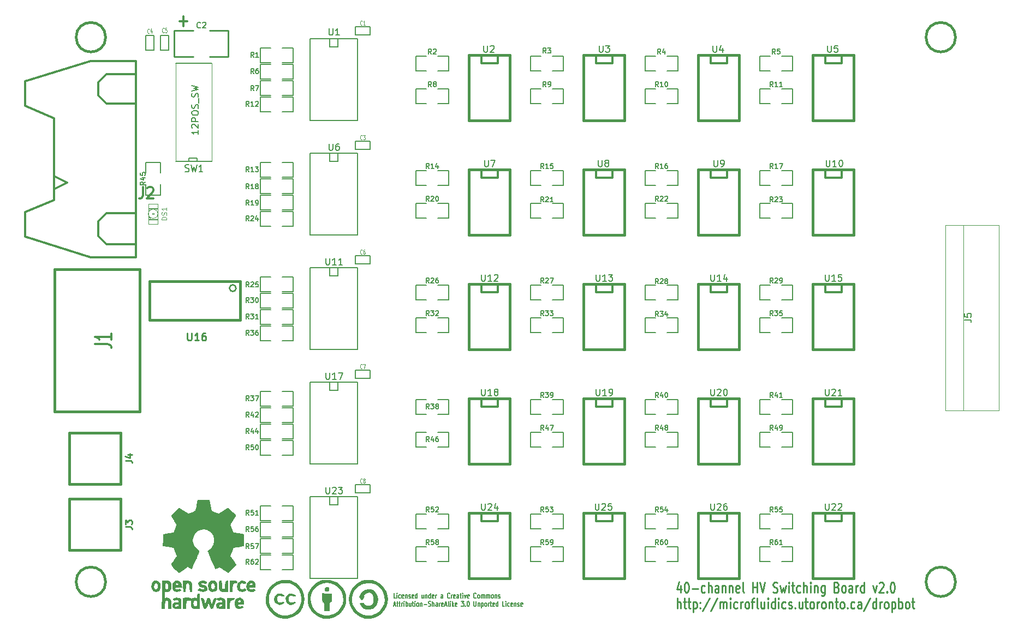
<source format=gto>
G04 (created by PCBNEW (2013-03-31 BZR 4008)-stable) date 31/05/2013 12:57:14 PM*
%MOIN*%
G04 Gerber Fmt 3.4, Leading zero omitted, Abs format*
%FSLAX34Y34*%
G01*
G70*
G90*
G04 APERTURE LIST*
%ADD10C,2.3622e-006*%
%ADD11C,0.00590551*%
%ADD12C,0.012*%
%ADD13C,0.00984252*%
%ADD14C,0.015*%
%ADD15C,0.005*%
%ADD16C,0.0026*%
%ADD17C,0.004*%
%ADD18C,0.01*%
%ADD19C,0.0039*%
%ADD20C,0.0001*%
%ADD21C,0.0045*%
%ADD22C,0.0035*%
%ADD23C,0.008*%
%ADD24C,0.006*%
%ADD25C,0.01125*%
%ADD26C,0.0113*%
G04 APERTURE END LIST*
G54D10*
G54D11*
X28468Y-43052D02*
X28356Y-43052D01*
X28356Y-42737D01*
X28547Y-43052D02*
X28547Y-42842D01*
X28547Y-42737D02*
X28536Y-42752D01*
X28547Y-42767D01*
X28558Y-42752D01*
X28547Y-42737D01*
X28547Y-42767D01*
X28761Y-43037D02*
X28738Y-43052D01*
X28693Y-43052D01*
X28671Y-43037D01*
X28659Y-43022D01*
X28648Y-42992D01*
X28648Y-42902D01*
X28659Y-42872D01*
X28671Y-42857D01*
X28693Y-42842D01*
X28738Y-42842D01*
X28761Y-42857D01*
X28952Y-43037D02*
X28929Y-43052D01*
X28884Y-43052D01*
X28862Y-43037D01*
X28851Y-43007D01*
X28851Y-42887D01*
X28862Y-42857D01*
X28884Y-42842D01*
X28929Y-42842D01*
X28952Y-42857D01*
X28963Y-42887D01*
X28963Y-42917D01*
X28851Y-42947D01*
X29064Y-42842D02*
X29064Y-43052D01*
X29064Y-42872D02*
X29076Y-42857D01*
X29098Y-42842D01*
X29132Y-42842D01*
X29154Y-42857D01*
X29166Y-42887D01*
X29166Y-43052D01*
X29267Y-43037D02*
X29289Y-43052D01*
X29334Y-43052D01*
X29357Y-43037D01*
X29368Y-43007D01*
X29368Y-42992D01*
X29357Y-42962D01*
X29334Y-42947D01*
X29301Y-42947D01*
X29278Y-42932D01*
X29267Y-42902D01*
X29267Y-42887D01*
X29278Y-42857D01*
X29301Y-42842D01*
X29334Y-42842D01*
X29357Y-42857D01*
X29559Y-43037D02*
X29537Y-43052D01*
X29492Y-43052D01*
X29469Y-43037D01*
X29458Y-43007D01*
X29458Y-42887D01*
X29469Y-42857D01*
X29492Y-42842D01*
X29537Y-42842D01*
X29559Y-42857D01*
X29571Y-42887D01*
X29571Y-42917D01*
X29458Y-42947D01*
X29773Y-43052D02*
X29773Y-42737D01*
X29773Y-43037D02*
X29751Y-43052D01*
X29706Y-43052D01*
X29683Y-43037D01*
X29672Y-43022D01*
X29661Y-42992D01*
X29661Y-42902D01*
X29672Y-42872D01*
X29683Y-42857D01*
X29706Y-42842D01*
X29751Y-42842D01*
X29773Y-42857D01*
X30167Y-42842D02*
X30167Y-43052D01*
X30066Y-42842D02*
X30066Y-43007D01*
X30077Y-43037D01*
X30099Y-43052D01*
X30133Y-43052D01*
X30156Y-43037D01*
X30167Y-43022D01*
X30279Y-42842D02*
X30279Y-43052D01*
X30279Y-42872D02*
X30291Y-42857D01*
X30313Y-42842D01*
X30347Y-42842D01*
X30369Y-42857D01*
X30380Y-42887D01*
X30380Y-43052D01*
X30594Y-43052D02*
X30594Y-42737D01*
X30594Y-43037D02*
X30572Y-43052D01*
X30527Y-43052D01*
X30504Y-43037D01*
X30493Y-43022D01*
X30482Y-42992D01*
X30482Y-42902D01*
X30493Y-42872D01*
X30504Y-42857D01*
X30527Y-42842D01*
X30572Y-42842D01*
X30594Y-42857D01*
X30797Y-43037D02*
X30774Y-43052D01*
X30729Y-43052D01*
X30707Y-43037D01*
X30695Y-43007D01*
X30695Y-42887D01*
X30707Y-42857D01*
X30729Y-42842D01*
X30774Y-42842D01*
X30797Y-42857D01*
X30808Y-42887D01*
X30808Y-42917D01*
X30695Y-42947D01*
X30909Y-43052D02*
X30909Y-42842D01*
X30909Y-42902D02*
X30920Y-42872D01*
X30932Y-42857D01*
X30954Y-42842D01*
X30977Y-42842D01*
X31337Y-43052D02*
X31337Y-42887D01*
X31325Y-42857D01*
X31303Y-42842D01*
X31258Y-42842D01*
X31235Y-42857D01*
X31337Y-43037D02*
X31314Y-43052D01*
X31258Y-43052D01*
X31235Y-43037D01*
X31224Y-43007D01*
X31224Y-42977D01*
X31235Y-42947D01*
X31258Y-42932D01*
X31314Y-42932D01*
X31337Y-42917D01*
X31764Y-43022D02*
X31753Y-43037D01*
X31719Y-43052D01*
X31697Y-43052D01*
X31663Y-43037D01*
X31640Y-43007D01*
X31629Y-42977D01*
X31618Y-42917D01*
X31618Y-42872D01*
X31629Y-42812D01*
X31640Y-42782D01*
X31663Y-42752D01*
X31697Y-42737D01*
X31719Y-42737D01*
X31753Y-42752D01*
X31764Y-42767D01*
X31865Y-43052D02*
X31865Y-42842D01*
X31865Y-42902D02*
X31877Y-42872D01*
X31888Y-42857D01*
X31910Y-42842D01*
X31933Y-42842D01*
X32102Y-43037D02*
X32079Y-43052D01*
X32034Y-43052D01*
X32012Y-43037D01*
X32000Y-43007D01*
X32000Y-42887D01*
X32012Y-42857D01*
X32034Y-42842D01*
X32079Y-42842D01*
X32102Y-42857D01*
X32113Y-42887D01*
X32113Y-42917D01*
X32000Y-42947D01*
X32315Y-43052D02*
X32315Y-42887D01*
X32304Y-42857D01*
X32282Y-42842D01*
X32237Y-42842D01*
X32214Y-42857D01*
X32315Y-43037D02*
X32293Y-43052D01*
X32237Y-43052D01*
X32214Y-43037D01*
X32203Y-43007D01*
X32203Y-42977D01*
X32214Y-42947D01*
X32237Y-42932D01*
X32293Y-42932D01*
X32315Y-42917D01*
X32394Y-42842D02*
X32484Y-42842D01*
X32428Y-42737D02*
X32428Y-43007D01*
X32439Y-43037D01*
X32461Y-43052D01*
X32484Y-43052D01*
X32563Y-43052D02*
X32563Y-42842D01*
X32563Y-42737D02*
X32551Y-42752D01*
X32563Y-42767D01*
X32574Y-42752D01*
X32563Y-42737D01*
X32563Y-42767D01*
X32653Y-42842D02*
X32709Y-43052D01*
X32765Y-42842D01*
X32945Y-43037D02*
X32923Y-43052D01*
X32878Y-43052D01*
X32855Y-43037D01*
X32844Y-43007D01*
X32844Y-42887D01*
X32855Y-42857D01*
X32878Y-42842D01*
X32923Y-42842D01*
X32945Y-42857D01*
X32956Y-42887D01*
X32956Y-42917D01*
X32844Y-42947D01*
X33373Y-43022D02*
X33361Y-43037D01*
X33328Y-43052D01*
X33305Y-43052D01*
X33271Y-43037D01*
X33249Y-43007D01*
X33238Y-42977D01*
X33226Y-42917D01*
X33226Y-42872D01*
X33238Y-42812D01*
X33249Y-42782D01*
X33271Y-42752D01*
X33305Y-42737D01*
X33328Y-42737D01*
X33361Y-42752D01*
X33373Y-42767D01*
X33508Y-43052D02*
X33485Y-43037D01*
X33474Y-43022D01*
X33463Y-42992D01*
X33463Y-42902D01*
X33474Y-42872D01*
X33485Y-42857D01*
X33508Y-42842D01*
X33541Y-42842D01*
X33564Y-42857D01*
X33575Y-42872D01*
X33586Y-42902D01*
X33586Y-42992D01*
X33575Y-43022D01*
X33564Y-43037D01*
X33541Y-43052D01*
X33508Y-43052D01*
X33688Y-43052D02*
X33688Y-42842D01*
X33688Y-42872D02*
X33699Y-42857D01*
X33721Y-42842D01*
X33755Y-42842D01*
X33778Y-42857D01*
X33789Y-42887D01*
X33789Y-43052D01*
X33789Y-42887D02*
X33800Y-42857D01*
X33823Y-42842D01*
X33856Y-42842D01*
X33879Y-42857D01*
X33890Y-42887D01*
X33890Y-43052D01*
X34003Y-43052D02*
X34003Y-42842D01*
X34003Y-42872D02*
X34014Y-42857D01*
X34036Y-42842D01*
X34070Y-42842D01*
X34093Y-42857D01*
X34104Y-42887D01*
X34104Y-43052D01*
X34104Y-42887D02*
X34115Y-42857D01*
X34138Y-42842D01*
X34171Y-42842D01*
X34194Y-42857D01*
X34205Y-42887D01*
X34205Y-43052D01*
X34351Y-43052D02*
X34329Y-43037D01*
X34317Y-43022D01*
X34306Y-42992D01*
X34306Y-42902D01*
X34317Y-42872D01*
X34329Y-42857D01*
X34351Y-42842D01*
X34385Y-42842D01*
X34407Y-42857D01*
X34419Y-42872D01*
X34430Y-42902D01*
X34430Y-42992D01*
X34419Y-43022D01*
X34407Y-43037D01*
X34385Y-43052D01*
X34351Y-43052D01*
X34531Y-42842D02*
X34531Y-43052D01*
X34531Y-42872D02*
X34542Y-42857D01*
X34565Y-42842D01*
X34599Y-42842D01*
X34621Y-42857D01*
X34632Y-42887D01*
X34632Y-43052D01*
X34734Y-43037D02*
X34756Y-43052D01*
X34801Y-43052D01*
X34824Y-43037D01*
X34835Y-43007D01*
X34835Y-42992D01*
X34824Y-42962D01*
X34801Y-42947D01*
X34767Y-42947D01*
X34745Y-42932D01*
X34734Y-42902D01*
X34734Y-42887D01*
X34745Y-42857D01*
X34767Y-42842D01*
X34801Y-42842D01*
X34824Y-42857D01*
X28344Y-43462D02*
X28457Y-43462D01*
X28322Y-43552D02*
X28401Y-43237D01*
X28479Y-43552D01*
X28524Y-43342D02*
X28614Y-43342D01*
X28558Y-43237D02*
X28558Y-43507D01*
X28569Y-43537D01*
X28592Y-43552D01*
X28614Y-43552D01*
X28659Y-43342D02*
X28749Y-43342D01*
X28693Y-43237D02*
X28693Y-43507D01*
X28704Y-43537D01*
X28727Y-43552D01*
X28749Y-43552D01*
X28828Y-43552D02*
X28828Y-43342D01*
X28828Y-43402D02*
X28839Y-43372D01*
X28851Y-43357D01*
X28873Y-43342D01*
X28896Y-43342D01*
X28974Y-43552D02*
X28974Y-43342D01*
X28974Y-43237D02*
X28963Y-43252D01*
X28974Y-43267D01*
X28986Y-43252D01*
X28974Y-43237D01*
X28974Y-43267D01*
X29087Y-43552D02*
X29087Y-43237D01*
X29087Y-43357D02*
X29109Y-43342D01*
X29154Y-43342D01*
X29177Y-43357D01*
X29188Y-43372D01*
X29199Y-43402D01*
X29199Y-43492D01*
X29188Y-43522D01*
X29177Y-43537D01*
X29154Y-43552D01*
X29109Y-43552D01*
X29087Y-43537D01*
X29402Y-43342D02*
X29402Y-43552D01*
X29301Y-43342D02*
X29301Y-43507D01*
X29312Y-43537D01*
X29334Y-43552D01*
X29368Y-43552D01*
X29391Y-43537D01*
X29402Y-43522D01*
X29481Y-43342D02*
X29571Y-43342D01*
X29514Y-43237D02*
X29514Y-43507D01*
X29526Y-43537D01*
X29548Y-43552D01*
X29571Y-43552D01*
X29649Y-43552D02*
X29649Y-43342D01*
X29649Y-43237D02*
X29638Y-43252D01*
X29649Y-43267D01*
X29661Y-43252D01*
X29649Y-43237D01*
X29649Y-43267D01*
X29796Y-43552D02*
X29773Y-43537D01*
X29762Y-43522D01*
X29751Y-43492D01*
X29751Y-43402D01*
X29762Y-43372D01*
X29773Y-43357D01*
X29796Y-43342D01*
X29829Y-43342D01*
X29852Y-43357D01*
X29863Y-43372D01*
X29874Y-43402D01*
X29874Y-43492D01*
X29863Y-43522D01*
X29852Y-43537D01*
X29829Y-43552D01*
X29796Y-43552D01*
X29976Y-43342D02*
X29976Y-43552D01*
X29976Y-43372D02*
X29987Y-43357D01*
X30009Y-43342D01*
X30043Y-43342D01*
X30066Y-43357D01*
X30077Y-43387D01*
X30077Y-43552D01*
X30189Y-43432D02*
X30369Y-43432D01*
X30470Y-43537D02*
X30504Y-43552D01*
X30560Y-43552D01*
X30583Y-43537D01*
X30594Y-43522D01*
X30605Y-43492D01*
X30605Y-43462D01*
X30594Y-43432D01*
X30583Y-43417D01*
X30560Y-43402D01*
X30515Y-43387D01*
X30493Y-43372D01*
X30482Y-43357D01*
X30470Y-43327D01*
X30470Y-43297D01*
X30482Y-43267D01*
X30493Y-43252D01*
X30515Y-43237D01*
X30572Y-43237D01*
X30605Y-43252D01*
X30707Y-43552D02*
X30707Y-43237D01*
X30808Y-43552D02*
X30808Y-43387D01*
X30797Y-43357D01*
X30774Y-43342D01*
X30740Y-43342D01*
X30718Y-43357D01*
X30707Y-43372D01*
X31022Y-43552D02*
X31022Y-43387D01*
X31010Y-43357D01*
X30988Y-43342D01*
X30943Y-43342D01*
X30920Y-43357D01*
X31022Y-43537D02*
X30999Y-43552D01*
X30943Y-43552D01*
X30920Y-43537D01*
X30909Y-43507D01*
X30909Y-43477D01*
X30920Y-43447D01*
X30943Y-43432D01*
X30999Y-43432D01*
X31022Y-43417D01*
X31134Y-43552D02*
X31134Y-43342D01*
X31134Y-43402D02*
X31145Y-43372D01*
X31157Y-43357D01*
X31179Y-43342D01*
X31202Y-43342D01*
X31370Y-43537D02*
X31348Y-43552D01*
X31303Y-43552D01*
X31280Y-43537D01*
X31269Y-43507D01*
X31269Y-43387D01*
X31280Y-43357D01*
X31303Y-43342D01*
X31348Y-43342D01*
X31370Y-43357D01*
X31382Y-43387D01*
X31382Y-43417D01*
X31269Y-43447D01*
X31472Y-43462D02*
X31584Y-43462D01*
X31449Y-43552D02*
X31528Y-43237D01*
X31607Y-43552D01*
X31719Y-43552D02*
X31697Y-43537D01*
X31685Y-43507D01*
X31685Y-43237D01*
X31809Y-43552D02*
X31809Y-43342D01*
X31809Y-43237D02*
X31798Y-43252D01*
X31809Y-43267D01*
X31820Y-43252D01*
X31809Y-43237D01*
X31809Y-43267D01*
X31922Y-43552D02*
X31922Y-43237D01*
X31944Y-43432D02*
X32012Y-43552D01*
X32012Y-43342D02*
X31922Y-43462D01*
X32203Y-43537D02*
X32180Y-43552D01*
X32135Y-43552D01*
X32113Y-43537D01*
X32102Y-43507D01*
X32102Y-43387D01*
X32113Y-43357D01*
X32135Y-43342D01*
X32180Y-43342D01*
X32203Y-43357D01*
X32214Y-43387D01*
X32214Y-43417D01*
X32102Y-43447D01*
X32473Y-43237D02*
X32619Y-43237D01*
X32540Y-43357D01*
X32574Y-43357D01*
X32596Y-43372D01*
X32608Y-43387D01*
X32619Y-43417D01*
X32619Y-43492D01*
X32608Y-43522D01*
X32596Y-43537D01*
X32574Y-43552D01*
X32506Y-43552D01*
X32484Y-43537D01*
X32473Y-43522D01*
X32720Y-43522D02*
X32731Y-43537D01*
X32720Y-43552D01*
X32709Y-43537D01*
X32720Y-43522D01*
X32720Y-43552D01*
X32878Y-43237D02*
X32900Y-43237D01*
X32923Y-43252D01*
X32934Y-43267D01*
X32945Y-43297D01*
X32956Y-43357D01*
X32956Y-43432D01*
X32945Y-43492D01*
X32934Y-43522D01*
X32923Y-43537D01*
X32900Y-43552D01*
X32878Y-43552D01*
X32855Y-43537D01*
X32844Y-43522D01*
X32833Y-43492D01*
X32821Y-43432D01*
X32821Y-43357D01*
X32833Y-43297D01*
X32844Y-43267D01*
X32855Y-43252D01*
X32878Y-43237D01*
X33238Y-43237D02*
X33238Y-43492D01*
X33249Y-43522D01*
X33260Y-43537D01*
X33283Y-43552D01*
X33328Y-43552D01*
X33350Y-43537D01*
X33361Y-43522D01*
X33373Y-43492D01*
X33373Y-43237D01*
X33485Y-43342D02*
X33485Y-43552D01*
X33485Y-43372D02*
X33496Y-43357D01*
X33519Y-43342D01*
X33553Y-43342D01*
X33575Y-43357D01*
X33586Y-43387D01*
X33586Y-43552D01*
X33699Y-43342D02*
X33699Y-43657D01*
X33699Y-43357D02*
X33721Y-43342D01*
X33766Y-43342D01*
X33789Y-43357D01*
X33800Y-43372D01*
X33811Y-43402D01*
X33811Y-43492D01*
X33800Y-43522D01*
X33789Y-43537D01*
X33766Y-43552D01*
X33721Y-43552D01*
X33699Y-43537D01*
X33946Y-43552D02*
X33924Y-43537D01*
X33913Y-43522D01*
X33901Y-43492D01*
X33901Y-43402D01*
X33913Y-43372D01*
X33924Y-43357D01*
X33946Y-43342D01*
X33980Y-43342D01*
X34003Y-43357D01*
X34014Y-43372D01*
X34025Y-43402D01*
X34025Y-43492D01*
X34014Y-43522D01*
X34003Y-43537D01*
X33980Y-43552D01*
X33946Y-43552D01*
X34126Y-43552D02*
X34126Y-43342D01*
X34126Y-43402D02*
X34138Y-43372D01*
X34149Y-43357D01*
X34171Y-43342D01*
X34194Y-43342D01*
X34239Y-43342D02*
X34329Y-43342D01*
X34273Y-43237D02*
X34273Y-43507D01*
X34284Y-43537D01*
X34306Y-43552D01*
X34329Y-43552D01*
X34497Y-43537D02*
X34475Y-43552D01*
X34430Y-43552D01*
X34407Y-43537D01*
X34396Y-43507D01*
X34396Y-43387D01*
X34407Y-43357D01*
X34430Y-43342D01*
X34475Y-43342D01*
X34497Y-43357D01*
X34509Y-43387D01*
X34509Y-43417D01*
X34396Y-43447D01*
X34711Y-43552D02*
X34711Y-43237D01*
X34711Y-43537D02*
X34689Y-43552D01*
X34644Y-43552D01*
X34621Y-43537D01*
X34610Y-43522D01*
X34599Y-43492D01*
X34599Y-43402D01*
X34610Y-43372D01*
X34621Y-43357D01*
X34644Y-43342D01*
X34689Y-43342D01*
X34711Y-43357D01*
X35116Y-43552D02*
X35004Y-43552D01*
X35004Y-43237D01*
X35195Y-43552D02*
X35195Y-43342D01*
X35195Y-43237D02*
X35184Y-43252D01*
X35195Y-43267D01*
X35206Y-43252D01*
X35195Y-43237D01*
X35195Y-43267D01*
X35409Y-43537D02*
X35386Y-43552D01*
X35341Y-43552D01*
X35319Y-43537D01*
X35307Y-43522D01*
X35296Y-43492D01*
X35296Y-43402D01*
X35307Y-43372D01*
X35319Y-43357D01*
X35341Y-43342D01*
X35386Y-43342D01*
X35409Y-43357D01*
X35600Y-43537D02*
X35577Y-43552D01*
X35532Y-43552D01*
X35510Y-43537D01*
X35499Y-43507D01*
X35499Y-43387D01*
X35510Y-43357D01*
X35532Y-43342D01*
X35577Y-43342D01*
X35600Y-43357D01*
X35611Y-43387D01*
X35611Y-43417D01*
X35499Y-43447D01*
X35712Y-43342D02*
X35712Y-43552D01*
X35712Y-43372D02*
X35724Y-43357D01*
X35746Y-43342D01*
X35780Y-43342D01*
X35802Y-43357D01*
X35814Y-43387D01*
X35814Y-43552D01*
X35915Y-43537D02*
X35937Y-43552D01*
X35982Y-43552D01*
X36005Y-43537D01*
X36016Y-43507D01*
X36016Y-43492D01*
X36005Y-43462D01*
X35982Y-43447D01*
X35949Y-43447D01*
X35926Y-43432D01*
X35915Y-43402D01*
X35915Y-43387D01*
X35926Y-43357D01*
X35949Y-43342D01*
X35982Y-43342D01*
X36005Y-43357D01*
X36207Y-43537D02*
X36185Y-43552D01*
X36140Y-43552D01*
X36117Y-43537D01*
X36106Y-43507D01*
X36106Y-43387D01*
X36117Y-43357D01*
X36140Y-43342D01*
X36185Y-43342D01*
X36207Y-43357D01*
X36219Y-43387D01*
X36219Y-43417D01*
X36106Y-43447D01*
G54D12*
X15728Y-7769D02*
X15271Y-7769D01*
X15499Y-8073D02*
X15499Y-7464D01*
G54D13*
X45864Y-42285D02*
X45864Y-42704D01*
X45752Y-42045D02*
X45639Y-42494D01*
X45932Y-42494D01*
X46202Y-42075D02*
X46247Y-42075D01*
X46292Y-42105D01*
X46314Y-42135D01*
X46337Y-42195D01*
X46359Y-42315D01*
X46359Y-42464D01*
X46337Y-42584D01*
X46314Y-42644D01*
X46292Y-42674D01*
X46247Y-42704D01*
X46202Y-42704D01*
X46157Y-42674D01*
X46134Y-42644D01*
X46112Y-42584D01*
X46089Y-42464D01*
X46089Y-42315D01*
X46112Y-42195D01*
X46134Y-42135D01*
X46157Y-42105D01*
X46202Y-42075D01*
X46562Y-42464D02*
X46922Y-42464D01*
X47349Y-42674D02*
X47304Y-42704D01*
X47214Y-42704D01*
X47169Y-42674D01*
X47147Y-42644D01*
X47124Y-42584D01*
X47124Y-42405D01*
X47147Y-42345D01*
X47169Y-42315D01*
X47214Y-42285D01*
X47304Y-42285D01*
X47349Y-42315D01*
X47552Y-42704D02*
X47552Y-42075D01*
X47754Y-42704D02*
X47754Y-42375D01*
X47732Y-42315D01*
X47687Y-42285D01*
X47619Y-42285D01*
X47574Y-42315D01*
X47552Y-42345D01*
X48182Y-42704D02*
X48182Y-42375D01*
X48159Y-42315D01*
X48114Y-42285D01*
X48024Y-42285D01*
X47979Y-42315D01*
X48182Y-42674D02*
X48137Y-42704D01*
X48024Y-42704D01*
X47979Y-42674D01*
X47957Y-42614D01*
X47957Y-42554D01*
X47979Y-42494D01*
X48024Y-42464D01*
X48137Y-42464D01*
X48182Y-42435D01*
X48407Y-42285D02*
X48407Y-42704D01*
X48407Y-42345D02*
X48429Y-42315D01*
X48474Y-42285D01*
X48542Y-42285D01*
X48587Y-42315D01*
X48609Y-42375D01*
X48609Y-42704D01*
X48834Y-42285D02*
X48834Y-42704D01*
X48834Y-42345D02*
X48857Y-42315D01*
X48902Y-42285D01*
X48969Y-42285D01*
X49014Y-42315D01*
X49037Y-42375D01*
X49037Y-42704D01*
X49442Y-42674D02*
X49397Y-42704D01*
X49307Y-42704D01*
X49262Y-42674D01*
X49239Y-42614D01*
X49239Y-42375D01*
X49262Y-42315D01*
X49307Y-42285D01*
X49397Y-42285D01*
X49442Y-42315D01*
X49464Y-42375D01*
X49464Y-42435D01*
X49239Y-42494D01*
X49734Y-42704D02*
X49689Y-42674D01*
X49666Y-42614D01*
X49666Y-42075D01*
X50274Y-42704D02*
X50274Y-42075D01*
X50274Y-42375D02*
X50544Y-42375D01*
X50544Y-42704D02*
X50544Y-42075D01*
X50701Y-42075D02*
X50859Y-42704D01*
X51016Y-42075D01*
X51511Y-42674D02*
X51579Y-42704D01*
X51691Y-42704D01*
X51736Y-42674D01*
X51759Y-42644D01*
X51781Y-42584D01*
X51781Y-42524D01*
X51759Y-42464D01*
X51736Y-42435D01*
X51691Y-42405D01*
X51601Y-42375D01*
X51556Y-42345D01*
X51534Y-42315D01*
X51511Y-42255D01*
X51511Y-42195D01*
X51534Y-42135D01*
X51556Y-42105D01*
X51601Y-42075D01*
X51714Y-42075D01*
X51781Y-42105D01*
X51939Y-42285D02*
X52029Y-42704D01*
X52119Y-42405D01*
X52209Y-42704D01*
X52299Y-42285D01*
X52479Y-42704D02*
X52479Y-42285D01*
X52479Y-42075D02*
X52456Y-42105D01*
X52479Y-42135D01*
X52501Y-42105D01*
X52479Y-42075D01*
X52479Y-42135D01*
X52636Y-42285D02*
X52816Y-42285D01*
X52704Y-42075D02*
X52704Y-42614D01*
X52726Y-42674D01*
X52771Y-42704D01*
X52816Y-42704D01*
X53176Y-42674D02*
X53131Y-42704D01*
X53041Y-42704D01*
X52996Y-42674D01*
X52974Y-42644D01*
X52951Y-42584D01*
X52951Y-42405D01*
X52974Y-42345D01*
X52996Y-42315D01*
X53041Y-42285D01*
X53131Y-42285D01*
X53176Y-42315D01*
X53379Y-42704D02*
X53379Y-42075D01*
X53581Y-42704D02*
X53581Y-42375D01*
X53558Y-42315D01*
X53514Y-42285D01*
X53446Y-42285D01*
X53401Y-42315D01*
X53379Y-42345D01*
X53806Y-42704D02*
X53806Y-42285D01*
X53806Y-42075D02*
X53783Y-42105D01*
X53806Y-42135D01*
X53828Y-42105D01*
X53806Y-42075D01*
X53806Y-42135D01*
X54031Y-42285D02*
X54031Y-42704D01*
X54031Y-42345D02*
X54053Y-42315D01*
X54098Y-42285D01*
X54166Y-42285D01*
X54211Y-42315D01*
X54233Y-42375D01*
X54233Y-42704D01*
X54661Y-42285D02*
X54661Y-42794D01*
X54638Y-42854D01*
X54616Y-42884D01*
X54571Y-42914D01*
X54503Y-42914D01*
X54458Y-42884D01*
X54661Y-42674D02*
X54616Y-42704D01*
X54526Y-42704D01*
X54481Y-42674D01*
X54458Y-42644D01*
X54436Y-42584D01*
X54436Y-42405D01*
X54458Y-42345D01*
X54481Y-42315D01*
X54526Y-42285D01*
X54616Y-42285D01*
X54661Y-42315D01*
X55403Y-42375D02*
X55471Y-42405D01*
X55493Y-42435D01*
X55516Y-42494D01*
X55516Y-42584D01*
X55493Y-42644D01*
X55471Y-42674D01*
X55426Y-42704D01*
X55246Y-42704D01*
X55246Y-42075D01*
X55403Y-42075D01*
X55448Y-42105D01*
X55471Y-42135D01*
X55493Y-42195D01*
X55493Y-42255D01*
X55471Y-42315D01*
X55448Y-42345D01*
X55403Y-42375D01*
X55246Y-42375D01*
X55786Y-42704D02*
X55741Y-42674D01*
X55718Y-42644D01*
X55696Y-42584D01*
X55696Y-42405D01*
X55718Y-42345D01*
X55741Y-42315D01*
X55786Y-42285D01*
X55853Y-42285D01*
X55898Y-42315D01*
X55921Y-42345D01*
X55943Y-42405D01*
X55943Y-42584D01*
X55921Y-42644D01*
X55898Y-42674D01*
X55853Y-42704D01*
X55786Y-42704D01*
X56348Y-42704D02*
X56348Y-42375D01*
X56326Y-42315D01*
X56281Y-42285D01*
X56191Y-42285D01*
X56146Y-42315D01*
X56348Y-42674D02*
X56303Y-42704D01*
X56191Y-42704D01*
X56146Y-42674D01*
X56123Y-42614D01*
X56123Y-42554D01*
X56146Y-42494D01*
X56191Y-42464D01*
X56303Y-42464D01*
X56348Y-42435D01*
X56573Y-42704D02*
X56573Y-42285D01*
X56573Y-42405D02*
X56596Y-42345D01*
X56618Y-42315D01*
X56663Y-42285D01*
X56708Y-42285D01*
X57068Y-42704D02*
X57068Y-42075D01*
X57068Y-42674D02*
X57023Y-42704D01*
X56933Y-42704D01*
X56888Y-42674D01*
X56866Y-42644D01*
X56843Y-42584D01*
X56843Y-42405D01*
X56866Y-42345D01*
X56888Y-42315D01*
X56933Y-42285D01*
X57023Y-42285D01*
X57068Y-42315D01*
X57608Y-42285D02*
X57720Y-42704D01*
X57833Y-42285D01*
X57990Y-42135D02*
X58013Y-42105D01*
X58058Y-42075D01*
X58170Y-42075D01*
X58215Y-42105D01*
X58238Y-42135D01*
X58260Y-42195D01*
X58260Y-42255D01*
X58238Y-42345D01*
X57968Y-42704D01*
X58260Y-42704D01*
X58463Y-42644D02*
X58485Y-42674D01*
X58463Y-42704D01*
X58440Y-42674D01*
X58463Y-42644D01*
X58463Y-42704D01*
X58778Y-42075D02*
X58823Y-42075D01*
X58868Y-42105D01*
X58890Y-42135D01*
X58913Y-42195D01*
X58935Y-42315D01*
X58935Y-42464D01*
X58913Y-42584D01*
X58890Y-42644D01*
X58868Y-42674D01*
X58823Y-42704D01*
X58778Y-42704D01*
X58733Y-42674D01*
X58710Y-42644D01*
X58688Y-42584D01*
X58665Y-42464D01*
X58665Y-42315D01*
X58688Y-42195D01*
X58710Y-42135D01*
X58733Y-42105D01*
X58778Y-42075D01*
X45662Y-43685D02*
X45662Y-43055D01*
X45864Y-43685D02*
X45864Y-43355D01*
X45842Y-43295D01*
X45797Y-43265D01*
X45729Y-43265D01*
X45684Y-43295D01*
X45662Y-43325D01*
X46022Y-43265D02*
X46202Y-43265D01*
X46089Y-43055D02*
X46089Y-43595D01*
X46112Y-43655D01*
X46157Y-43685D01*
X46202Y-43685D01*
X46292Y-43265D02*
X46472Y-43265D01*
X46359Y-43055D02*
X46359Y-43595D01*
X46382Y-43655D01*
X46427Y-43685D01*
X46472Y-43685D01*
X46629Y-43265D02*
X46629Y-43895D01*
X46629Y-43295D02*
X46674Y-43265D01*
X46764Y-43265D01*
X46809Y-43295D01*
X46832Y-43325D01*
X46854Y-43385D01*
X46854Y-43565D01*
X46832Y-43625D01*
X46809Y-43655D01*
X46764Y-43685D01*
X46674Y-43685D01*
X46629Y-43655D01*
X47057Y-43625D02*
X47079Y-43655D01*
X47057Y-43685D01*
X47034Y-43655D01*
X47057Y-43625D01*
X47057Y-43685D01*
X47057Y-43295D02*
X47079Y-43325D01*
X47057Y-43355D01*
X47034Y-43325D01*
X47057Y-43295D01*
X47057Y-43355D01*
X47619Y-43025D02*
X47214Y-43835D01*
X48114Y-43025D02*
X47709Y-43835D01*
X48272Y-43685D02*
X48272Y-43265D01*
X48272Y-43325D02*
X48294Y-43295D01*
X48339Y-43265D01*
X48407Y-43265D01*
X48452Y-43295D01*
X48474Y-43355D01*
X48474Y-43685D01*
X48474Y-43355D02*
X48497Y-43295D01*
X48542Y-43265D01*
X48609Y-43265D01*
X48654Y-43295D01*
X48677Y-43355D01*
X48677Y-43685D01*
X48902Y-43685D02*
X48902Y-43265D01*
X48902Y-43055D02*
X48879Y-43085D01*
X48902Y-43115D01*
X48924Y-43085D01*
X48902Y-43055D01*
X48902Y-43115D01*
X49329Y-43655D02*
X49284Y-43685D01*
X49194Y-43685D01*
X49149Y-43655D01*
X49127Y-43625D01*
X49104Y-43565D01*
X49104Y-43385D01*
X49127Y-43325D01*
X49149Y-43295D01*
X49194Y-43265D01*
X49284Y-43265D01*
X49329Y-43295D01*
X49532Y-43685D02*
X49532Y-43265D01*
X49532Y-43385D02*
X49554Y-43325D01*
X49576Y-43295D01*
X49621Y-43265D01*
X49666Y-43265D01*
X49891Y-43685D02*
X49846Y-43655D01*
X49824Y-43625D01*
X49801Y-43565D01*
X49801Y-43385D01*
X49824Y-43325D01*
X49846Y-43295D01*
X49891Y-43265D01*
X49959Y-43265D01*
X50004Y-43295D01*
X50026Y-43325D01*
X50049Y-43385D01*
X50049Y-43565D01*
X50026Y-43625D01*
X50004Y-43655D01*
X49959Y-43685D01*
X49891Y-43685D01*
X50184Y-43265D02*
X50364Y-43265D01*
X50251Y-43685D02*
X50251Y-43145D01*
X50274Y-43085D01*
X50319Y-43055D01*
X50364Y-43055D01*
X50589Y-43685D02*
X50544Y-43655D01*
X50521Y-43595D01*
X50521Y-43055D01*
X50971Y-43265D02*
X50971Y-43685D01*
X50769Y-43265D02*
X50769Y-43595D01*
X50791Y-43655D01*
X50836Y-43685D01*
X50904Y-43685D01*
X50949Y-43655D01*
X50971Y-43625D01*
X51196Y-43685D02*
X51196Y-43265D01*
X51196Y-43055D02*
X51174Y-43085D01*
X51196Y-43115D01*
X51219Y-43085D01*
X51196Y-43055D01*
X51196Y-43115D01*
X51624Y-43685D02*
X51624Y-43055D01*
X51624Y-43655D02*
X51579Y-43685D01*
X51489Y-43685D01*
X51444Y-43655D01*
X51421Y-43625D01*
X51399Y-43565D01*
X51399Y-43385D01*
X51421Y-43325D01*
X51444Y-43295D01*
X51489Y-43265D01*
X51579Y-43265D01*
X51624Y-43295D01*
X51849Y-43685D02*
X51849Y-43265D01*
X51849Y-43055D02*
X51826Y-43085D01*
X51849Y-43115D01*
X51871Y-43085D01*
X51849Y-43055D01*
X51849Y-43115D01*
X52276Y-43655D02*
X52231Y-43685D01*
X52141Y-43685D01*
X52096Y-43655D01*
X52074Y-43625D01*
X52051Y-43565D01*
X52051Y-43385D01*
X52074Y-43325D01*
X52096Y-43295D01*
X52141Y-43265D01*
X52231Y-43265D01*
X52276Y-43295D01*
X52456Y-43655D02*
X52501Y-43685D01*
X52591Y-43685D01*
X52636Y-43655D01*
X52659Y-43595D01*
X52659Y-43565D01*
X52636Y-43505D01*
X52591Y-43475D01*
X52524Y-43475D01*
X52479Y-43445D01*
X52456Y-43385D01*
X52456Y-43355D01*
X52479Y-43295D01*
X52524Y-43265D01*
X52591Y-43265D01*
X52636Y-43295D01*
X52861Y-43625D02*
X52884Y-43655D01*
X52861Y-43685D01*
X52839Y-43655D01*
X52861Y-43625D01*
X52861Y-43685D01*
X53289Y-43265D02*
X53289Y-43685D01*
X53086Y-43265D02*
X53086Y-43595D01*
X53109Y-43655D01*
X53154Y-43685D01*
X53221Y-43685D01*
X53266Y-43655D01*
X53289Y-43625D01*
X53446Y-43265D02*
X53626Y-43265D01*
X53514Y-43055D02*
X53514Y-43595D01*
X53536Y-43655D01*
X53581Y-43685D01*
X53626Y-43685D01*
X53851Y-43685D02*
X53806Y-43655D01*
X53783Y-43625D01*
X53761Y-43565D01*
X53761Y-43385D01*
X53783Y-43325D01*
X53806Y-43295D01*
X53851Y-43265D01*
X53918Y-43265D01*
X53963Y-43295D01*
X53986Y-43325D01*
X54008Y-43385D01*
X54008Y-43565D01*
X53986Y-43625D01*
X53963Y-43655D01*
X53918Y-43685D01*
X53851Y-43685D01*
X54211Y-43685D02*
X54211Y-43265D01*
X54211Y-43385D02*
X54233Y-43325D01*
X54256Y-43295D01*
X54301Y-43265D01*
X54346Y-43265D01*
X54571Y-43685D02*
X54526Y-43655D01*
X54503Y-43625D01*
X54481Y-43565D01*
X54481Y-43385D01*
X54503Y-43325D01*
X54526Y-43295D01*
X54571Y-43265D01*
X54638Y-43265D01*
X54683Y-43295D01*
X54706Y-43325D01*
X54728Y-43385D01*
X54728Y-43565D01*
X54706Y-43625D01*
X54683Y-43655D01*
X54638Y-43685D01*
X54571Y-43685D01*
X54931Y-43265D02*
X54931Y-43685D01*
X54931Y-43325D02*
X54953Y-43295D01*
X54998Y-43265D01*
X55066Y-43265D01*
X55111Y-43295D01*
X55133Y-43355D01*
X55133Y-43685D01*
X55291Y-43265D02*
X55471Y-43265D01*
X55358Y-43055D02*
X55358Y-43595D01*
X55381Y-43655D01*
X55426Y-43685D01*
X55471Y-43685D01*
X55696Y-43685D02*
X55651Y-43655D01*
X55628Y-43625D01*
X55606Y-43565D01*
X55606Y-43385D01*
X55628Y-43325D01*
X55651Y-43295D01*
X55696Y-43265D01*
X55763Y-43265D01*
X55808Y-43295D01*
X55831Y-43325D01*
X55853Y-43385D01*
X55853Y-43565D01*
X55831Y-43625D01*
X55808Y-43655D01*
X55763Y-43685D01*
X55696Y-43685D01*
X56056Y-43625D02*
X56078Y-43655D01*
X56056Y-43685D01*
X56033Y-43655D01*
X56056Y-43625D01*
X56056Y-43685D01*
X56483Y-43655D02*
X56438Y-43685D01*
X56348Y-43685D01*
X56303Y-43655D01*
X56281Y-43625D01*
X56258Y-43565D01*
X56258Y-43385D01*
X56281Y-43325D01*
X56303Y-43295D01*
X56348Y-43265D01*
X56438Y-43265D01*
X56483Y-43295D01*
X56888Y-43685D02*
X56888Y-43355D01*
X56866Y-43295D01*
X56821Y-43265D01*
X56731Y-43265D01*
X56686Y-43295D01*
X56888Y-43655D02*
X56843Y-43685D01*
X56731Y-43685D01*
X56686Y-43655D01*
X56663Y-43595D01*
X56663Y-43535D01*
X56686Y-43475D01*
X56731Y-43445D01*
X56843Y-43445D01*
X56888Y-43415D01*
X57451Y-43025D02*
X57046Y-43835D01*
X57810Y-43685D02*
X57810Y-43055D01*
X57810Y-43655D02*
X57765Y-43685D01*
X57675Y-43685D01*
X57630Y-43655D01*
X57608Y-43625D01*
X57585Y-43565D01*
X57585Y-43385D01*
X57608Y-43325D01*
X57630Y-43295D01*
X57675Y-43265D01*
X57765Y-43265D01*
X57810Y-43295D01*
X58035Y-43685D02*
X58035Y-43265D01*
X58035Y-43385D02*
X58058Y-43325D01*
X58080Y-43295D01*
X58125Y-43265D01*
X58170Y-43265D01*
X58395Y-43685D02*
X58350Y-43655D01*
X58328Y-43625D01*
X58305Y-43565D01*
X58305Y-43385D01*
X58328Y-43325D01*
X58350Y-43295D01*
X58395Y-43265D01*
X58463Y-43265D01*
X58508Y-43295D01*
X58530Y-43325D01*
X58553Y-43385D01*
X58553Y-43565D01*
X58530Y-43625D01*
X58508Y-43655D01*
X58463Y-43685D01*
X58395Y-43685D01*
X58755Y-43265D02*
X58755Y-43895D01*
X58755Y-43295D02*
X58800Y-43265D01*
X58890Y-43265D01*
X58935Y-43295D01*
X58958Y-43325D01*
X58980Y-43385D01*
X58980Y-43565D01*
X58958Y-43625D01*
X58935Y-43655D01*
X58890Y-43685D01*
X58800Y-43685D01*
X58755Y-43655D01*
X59183Y-43685D02*
X59183Y-43055D01*
X59183Y-43295D02*
X59228Y-43265D01*
X59318Y-43265D01*
X59363Y-43295D01*
X59385Y-43325D01*
X59408Y-43385D01*
X59408Y-43565D01*
X59385Y-43625D01*
X59363Y-43655D01*
X59318Y-43685D01*
X59228Y-43685D01*
X59183Y-43655D01*
X59678Y-43685D02*
X59633Y-43655D01*
X59610Y-43625D01*
X59588Y-43565D01*
X59588Y-43385D01*
X59610Y-43325D01*
X59633Y-43295D01*
X59678Y-43265D01*
X59745Y-43265D01*
X59790Y-43295D01*
X59813Y-43325D01*
X59835Y-43385D01*
X59835Y-43565D01*
X59813Y-43625D01*
X59790Y-43655D01*
X59745Y-43685D01*
X59678Y-43685D01*
X59970Y-43265D02*
X60150Y-43265D01*
X60038Y-43055D02*
X60038Y-43595D01*
X60060Y-43655D01*
X60105Y-43685D01*
X60150Y-43685D01*
G54D14*
X62650Y-8750D02*
G75*
G03X62650Y-8750I-900J0D01*
G74*
G01*
X62650Y-42050D02*
G75*
G03X62650Y-42050I-900J0D01*
G74*
G01*
X10750Y-42050D02*
G75*
G03X10750Y-42050I-900J0D01*
G74*
G01*
G54D15*
X20200Y-39400D02*
X20200Y-40300D01*
X20200Y-40300D02*
X20850Y-40300D01*
X21550Y-39400D02*
X22200Y-39400D01*
X22200Y-39400D02*
X22200Y-40300D01*
X22200Y-40300D02*
X21550Y-40300D01*
X20850Y-39400D02*
X20200Y-39400D01*
X38700Y-38800D02*
X38700Y-37900D01*
X38700Y-37900D02*
X38050Y-37900D01*
X37350Y-38800D02*
X36700Y-38800D01*
X36700Y-38800D02*
X36700Y-37900D01*
X36700Y-37900D02*
X37350Y-37900D01*
X38050Y-38800D02*
X38700Y-38800D01*
X20200Y-38400D02*
X20200Y-39300D01*
X20200Y-39300D02*
X20850Y-39300D01*
X21550Y-38400D02*
X22200Y-38400D01*
X22200Y-38400D02*
X22200Y-39300D01*
X22200Y-39300D02*
X21550Y-39300D01*
X20850Y-38400D02*
X20200Y-38400D01*
X20200Y-40400D02*
X20200Y-41300D01*
X20200Y-41300D02*
X20850Y-41300D01*
X21550Y-40400D02*
X22200Y-40400D01*
X22200Y-40400D02*
X22200Y-41300D01*
X22200Y-41300D02*
X21550Y-41300D01*
X20850Y-40400D02*
X20200Y-40400D01*
X52700Y-40800D02*
X52700Y-39900D01*
X52700Y-39900D02*
X52050Y-39900D01*
X51350Y-40800D02*
X50700Y-40800D01*
X50700Y-40800D02*
X50700Y-39900D01*
X50700Y-39900D02*
X51350Y-39900D01*
X52050Y-40800D02*
X52700Y-40800D01*
X38700Y-31800D02*
X38700Y-30900D01*
X38700Y-30900D02*
X38050Y-30900D01*
X37350Y-31800D02*
X36700Y-31800D01*
X36700Y-31800D02*
X36700Y-30900D01*
X36700Y-30900D02*
X37350Y-30900D01*
X38050Y-31800D02*
X38700Y-31800D01*
X45700Y-31800D02*
X45700Y-30900D01*
X45700Y-30900D02*
X45050Y-30900D01*
X44350Y-31800D02*
X43700Y-31800D01*
X43700Y-31800D02*
X43700Y-30900D01*
X43700Y-30900D02*
X44350Y-30900D01*
X45050Y-31800D02*
X45700Y-31800D01*
X52700Y-33800D02*
X52700Y-32900D01*
X52700Y-32900D02*
X52050Y-32900D01*
X51350Y-33800D02*
X50700Y-33800D01*
X50700Y-33800D02*
X50700Y-32900D01*
X50700Y-32900D02*
X51350Y-32900D01*
X52050Y-33800D02*
X52700Y-33800D01*
X38700Y-40800D02*
X38700Y-39900D01*
X38700Y-39900D02*
X38050Y-39900D01*
X37350Y-40800D02*
X36700Y-40800D01*
X36700Y-40800D02*
X36700Y-39900D01*
X36700Y-39900D02*
X37350Y-39900D01*
X38050Y-40800D02*
X38700Y-40800D01*
X52700Y-38800D02*
X52700Y-37900D01*
X52700Y-37900D02*
X52050Y-37900D01*
X51350Y-38800D02*
X50700Y-38800D01*
X50700Y-38800D02*
X50700Y-37900D01*
X50700Y-37900D02*
X51350Y-37900D01*
X52050Y-38800D02*
X52700Y-38800D01*
X45700Y-38800D02*
X45700Y-37900D01*
X45700Y-37900D02*
X45050Y-37900D01*
X44350Y-38800D02*
X43700Y-38800D01*
X43700Y-38800D02*
X43700Y-37900D01*
X43700Y-37900D02*
X44350Y-37900D01*
X45050Y-38800D02*
X45700Y-38800D01*
X31700Y-40800D02*
X31700Y-39900D01*
X31700Y-39900D02*
X31050Y-39900D01*
X30350Y-40800D02*
X29700Y-40800D01*
X29700Y-40800D02*
X29700Y-39900D01*
X29700Y-39900D02*
X30350Y-39900D01*
X31050Y-40800D02*
X31700Y-40800D01*
X45700Y-40800D02*
X45700Y-39900D01*
X45700Y-39900D02*
X45050Y-39900D01*
X44350Y-40800D02*
X43700Y-40800D01*
X43700Y-40800D02*
X43700Y-39900D01*
X43700Y-39900D02*
X44350Y-39900D01*
X45050Y-40800D02*
X45700Y-40800D01*
X20200Y-24400D02*
X20200Y-25300D01*
X20200Y-25300D02*
X20850Y-25300D01*
X21550Y-24400D02*
X22200Y-24400D01*
X22200Y-24400D02*
X22200Y-25300D01*
X22200Y-25300D02*
X21550Y-25300D01*
X20850Y-24400D02*
X20200Y-24400D01*
X20200Y-25400D02*
X20200Y-26300D01*
X20200Y-26300D02*
X20850Y-26300D01*
X21550Y-25400D02*
X22200Y-25400D01*
X22200Y-25400D02*
X22200Y-26300D01*
X22200Y-26300D02*
X21550Y-26300D01*
X20850Y-25400D02*
X20200Y-25400D01*
X52700Y-26800D02*
X52700Y-25900D01*
X52700Y-25900D02*
X52050Y-25900D01*
X51350Y-26800D02*
X50700Y-26800D01*
X50700Y-26800D02*
X50700Y-25900D01*
X50700Y-25900D02*
X51350Y-25900D01*
X52050Y-26800D02*
X52700Y-26800D01*
X20200Y-23400D02*
X20200Y-24300D01*
X20200Y-24300D02*
X20850Y-24300D01*
X21550Y-23400D02*
X22200Y-23400D01*
X22200Y-23400D02*
X22200Y-24300D01*
X22200Y-24300D02*
X21550Y-24300D01*
X20850Y-23400D02*
X20200Y-23400D01*
X45700Y-17800D02*
X45700Y-16900D01*
X45700Y-16900D02*
X45050Y-16900D01*
X44350Y-17800D02*
X43700Y-17800D01*
X43700Y-17800D02*
X43700Y-16900D01*
X43700Y-16900D02*
X44350Y-16900D01*
X45050Y-17800D02*
X45700Y-17800D01*
X38700Y-17800D02*
X38700Y-16900D01*
X38700Y-16900D02*
X38050Y-16900D01*
X37350Y-17800D02*
X36700Y-17800D01*
X36700Y-17800D02*
X36700Y-16900D01*
X36700Y-16900D02*
X37350Y-16900D01*
X38050Y-17800D02*
X38700Y-17800D01*
X20200Y-16400D02*
X20200Y-17300D01*
X20200Y-17300D02*
X20850Y-17300D01*
X21550Y-16400D02*
X22200Y-16400D01*
X22200Y-16400D02*
X22200Y-17300D01*
X22200Y-17300D02*
X21550Y-17300D01*
X20850Y-16400D02*
X20200Y-16400D01*
X31700Y-17800D02*
X31700Y-16900D01*
X31700Y-16900D02*
X31050Y-16900D01*
X30350Y-17800D02*
X29700Y-17800D01*
X29700Y-17800D02*
X29700Y-16900D01*
X29700Y-16900D02*
X30350Y-16900D01*
X31050Y-17800D02*
X31700Y-17800D01*
X31700Y-12800D02*
X31700Y-11900D01*
X31700Y-11900D02*
X31050Y-11900D01*
X30350Y-12800D02*
X29700Y-12800D01*
X29700Y-12800D02*
X29700Y-11900D01*
X29700Y-11900D02*
X30350Y-11900D01*
X31050Y-12800D02*
X31700Y-12800D01*
X52700Y-10800D02*
X52700Y-9900D01*
X52700Y-9900D02*
X52050Y-9900D01*
X51350Y-10800D02*
X50700Y-10800D01*
X50700Y-10800D02*
X50700Y-9900D01*
X50700Y-9900D02*
X51350Y-9900D01*
X52050Y-10800D02*
X52700Y-10800D01*
X38700Y-12800D02*
X38700Y-11900D01*
X38700Y-11900D02*
X38050Y-11900D01*
X37350Y-12800D02*
X36700Y-12800D01*
X36700Y-12800D02*
X36700Y-11900D01*
X36700Y-11900D02*
X37350Y-11900D01*
X38050Y-12800D02*
X38700Y-12800D01*
X20200Y-12400D02*
X20200Y-13300D01*
X20200Y-13300D02*
X20850Y-13300D01*
X21550Y-12400D02*
X22200Y-12400D01*
X22200Y-12400D02*
X22200Y-13300D01*
X22200Y-13300D02*
X21550Y-13300D01*
X20850Y-12400D02*
X20200Y-12400D01*
X38700Y-19800D02*
X38700Y-18900D01*
X38700Y-18900D02*
X38050Y-18900D01*
X37350Y-19800D02*
X36700Y-19800D01*
X36700Y-19800D02*
X36700Y-18900D01*
X36700Y-18900D02*
X37350Y-18900D01*
X38050Y-19800D02*
X38700Y-19800D01*
X45700Y-19800D02*
X45700Y-18900D01*
X45700Y-18900D02*
X45050Y-18900D01*
X44350Y-19800D02*
X43700Y-19800D01*
X43700Y-19800D02*
X43700Y-18900D01*
X43700Y-18900D02*
X44350Y-18900D01*
X45050Y-19800D02*
X45700Y-19800D01*
X31700Y-24800D02*
X31700Y-23900D01*
X31700Y-23900D02*
X31050Y-23900D01*
X30350Y-24800D02*
X29700Y-24800D01*
X29700Y-24800D02*
X29700Y-23900D01*
X29700Y-23900D02*
X30350Y-23900D01*
X31050Y-24800D02*
X31700Y-24800D01*
X45700Y-24800D02*
X45700Y-23900D01*
X45700Y-23900D02*
X45050Y-23900D01*
X44350Y-24800D02*
X43700Y-24800D01*
X43700Y-24800D02*
X43700Y-23900D01*
X43700Y-23900D02*
X44350Y-23900D01*
X45050Y-24800D02*
X45700Y-24800D01*
X20200Y-19400D02*
X20200Y-20300D01*
X20200Y-20300D02*
X20850Y-20300D01*
X21550Y-19400D02*
X22200Y-19400D01*
X22200Y-19400D02*
X22200Y-20300D01*
X22200Y-20300D02*
X21550Y-20300D01*
X20850Y-19400D02*
X20200Y-19400D01*
X52700Y-19800D02*
X52700Y-18900D01*
X52700Y-18900D02*
X52050Y-18900D01*
X51350Y-19800D02*
X50700Y-19800D01*
X50700Y-19800D02*
X50700Y-18900D01*
X50700Y-18900D02*
X51350Y-18900D01*
X52050Y-19800D02*
X52700Y-19800D01*
X38700Y-24800D02*
X38700Y-23900D01*
X38700Y-23900D02*
X38050Y-23900D01*
X37350Y-24800D02*
X36700Y-24800D01*
X36700Y-24800D02*
X36700Y-23900D01*
X36700Y-23900D02*
X37350Y-23900D01*
X38050Y-24800D02*
X38700Y-24800D01*
X31700Y-19800D02*
X31700Y-18900D01*
X31700Y-18900D02*
X31050Y-18900D01*
X30350Y-19800D02*
X29700Y-19800D01*
X29700Y-19800D02*
X29700Y-18900D01*
X29700Y-18900D02*
X30350Y-18900D01*
X31050Y-19800D02*
X31700Y-19800D01*
X20200Y-17400D02*
X20200Y-18300D01*
X20200Y-18300D02*
X20850Y-18300D01*
X21550Y-17400D02*
X22200Y-17400D01*
X22200Y-17400D02*
X22200Y-18300D01*
X22200Y-18300D02*
X21550Y-18300D01*
X20850Y-17400D02*
X20200Y-17400D01*
X52700Y-17800D02*
X52700Y-16900D01*
X52700Y-16900D02*
X52050Y-16900D01*
X51350Y-17800D02*
X50700Y-17800D01*
X50700Y-17800D02*
X50700Y-16900D01*
X50700Y-16900D02*
X51350Y-16900D01*
X52050Y-17800D02*
X52700Y-17800D01*
X20200Y-18400D02*
X20200Y-19300D01*
X20200Y-19300D02*
X20850Y-19300D01*
X21550Y-18400D02*
X22200Y-18400D01*
X22200Y-18400D02*
X22200Y-19300D01*
X22200Y-19300D02*
X21550Y-19300D01*
X20850Y-18400D02*
X20200Y-18400D01*
X45700Y-12800D02*
X45700Y-11900D01*
X45700Y-11900D02*
X45050Y-11900D01*
X44350Y-12800D02*
X43700Y-12800D01*
X43700Y-12800D02*
X43700Y-11900D01*
X43700Y-11900D02*
X44350Y-11900D01*
X45050Y-12800D02*
X45700Y-12800D01*
X20200Y-10400D02*
X20200Y-11300D01*
X20200Y-11300D02*
X20850Y-11300D01*
X21550Y-10400D02*
X22200Y-10400D01*
X22200Y-10400D02*
X22200Y-11300D01*
X22200Y-11300D02*
X21550Y-11300D01*
X20850Y-10400D02*
X20200Y-10400D01*
X20200Y-11400D02*
X20200Y-12300D01*
X20200Y-12300D02*
X20850Y-12300D01*
X21550Y-11400D02*
X22200Y-11400D01*
X22200Y-11400D02*
X22200Y-12300D01*
X22200Y-12300D02*
X21550Y-12300D01*
X20850Y-11400D02*
X20200Y-11400D01*
X52700Y-12800D02*
X52700Y-11900D01*
X52700Y-11900D02*
X52050Y-11900D01*
X51350Y-12800D02*
X50700Y-12800D01*
X50700Y-12800D02*
X50700Y-11900D01*
X50700Y-11900D02*
X51350Y-11900D01*
X52050Y-12800D02*
X52700Y-12800D01*
X45700Y-10800D02*
X45700Y-9900D01*
X45700Y-9900D02*
X45050Y-9900D01*
X44350Y-10800D02*
X43700Y-10800D01*
X43700Y-10800D02*
X43700Y-9900D01*
X43700Y-9900D02*
X44350Y-9900D01*
X45050Y-10800D02*
X45700Y-10800D01*
X20200Y-9400D02*
X20200Y-10300D01*
X20200Y-10300D02*
X20850Y-10300D01*
X21550Y-9400D02*
X22200Y-9400D01*
X22200Y-9400D02*
X22200Y-10300D01*
X22200Y-10300D02*
X21550Y-10300D01*
X20850Y-9400D02*
X20200Y-9400D01*
X31700Y-10800D02*
X31700Y-9900D01*
X31700Y-9900D02*
X31050Y-9900D01*
X30350Y-10800D02*
X29700Y-10800D01*
X29700Y-10800D02*
X29700Y-9900D01*
X29700Y-9900D02*
X30350Y-9900D01*
X31050Y-10800D02*
X31700Y-10800D01*
X38700Y-10800D02*
X38700Y-9900D01*
X38700Y-9900D02*
X38050Y-9900D01*
X37350Y-10800D02*
X36700Y-10800D01*
X36700Y-10800D02*
X36700Y-9900D01*
X36700Y-9900D02*
X37350Y-9900D01*
X38050Y-10800D02*
X38700Y-10800D01*
X20200Y-33400D02*
X20200Y-34300D01*
X20200Y-34300D02*
X20850Y-34300D01*
X21550Y-33400D02*
X22200Y-33400D01*
X22200Y-33400D02*
X22200Y-34300D01*
X22200Y-34300D02*
X21550Y-34300D01*
X20850Y-33400D02*
X20200Y-33400D01*
X31700Y-33800D02*
X31700Y-32900D01*
X31700Y-32900D02*
X31050Y-32900D01*
X30350Y-33800D02*
X29700Y-33800D01*
X29700Y-33800D02*
X29700Y-32900D01*
X29700Y-32900D02*
X30350Y-32900D01*
X31050Y-33800D02*
X31700Y-33800D01*
X31700Y-38800D02*
X31700Y-37900D01*
X31700Y-37900D02*
X31050Y-37900D01*
X30350Y-38800D02*
X29700Y-38800D01*
X29700Y-38800D02*
X29700Y-37900D01*
X29700Y-37900D02*
X30350Y-37900D01*
X31050Y-38800D02*
X31700Y-38800D01*
X14100Y-16400D02*
X13200Y-16400D01*
X13200Y-16400D02*
X13200Y-17050D01*
X14100Y-17750D02*
X14100Y-18400D01*
X14100Y-18400D02*
X13200Y-18400D01*
X13200Y-18400D02*
X13200Y-17750D01*
X14100Y-17050D02*
X14100Y-16400D01*
X20200Y-26400D02*
X20200Y-27300D01*
X20200Y-27300D02*
X20850Y-27300D01*
X21550Y-26400D02*
X22200Y-26400D01*
X22200Y-26400D02*
X22200Y-27300D01*
X22200Y-27300D02*
X21550Y-27300D01*
X20850Y-26400D02*
X20200Y-26400D01*
X38700Y-26800D02*
X38700Y-25900D01*
X38700Y-25900D02*
X38050Y-25900D01*
X37350Y-26800D02*
X36700Y-26800D01*
X36700Y-26800D02*
X36700Y-25900D01*
X36700Y-25900D02*
X37350Y-25900D01*
X38050Y-26800D02*
X38700Y-26800D01*
X45700Y-33800D02*
X45700Y-32900D01*
X45700Y-32900D02*
X45050Y-32900D01*
X44350Y-33800D02*
X43700Y-33800D01*
X43700Y-33800D02*
X43700Y-32900D01*
X43700Y-32900D02*
X44350Y-32900D01*
X45050Y-33800D02*
X45700Y-33800D01*
X38700Y-33800D02*
X38700Y-32900D01*
X38700Y-32900D02*
X38050Y-32900D01*
X37350Y-33800D02*
X36700Y-33800D01*
X36700Y-33800D02*
X36700Y-32900D01*
X36700Y-32900D02*
X37350Y-32900D01*
X38050Y-33800D02*
X38700Y-33800D01*
X20200Y-37400D02*
X20200Y-38300D01*
X20200Y-38300D02*
X20850Y-38300D01*
X21550Y-37400D02*
X22200Y-37400D01*
X22200Y-37400D02*
X22200Y-38300D01*
X22200Y-38300D02*
X21550Y-38300D01*
X20850Y-37400D02*
X20200Y-37400D01*
X20200Y-32400D02*
X20200Y-33300D01*
X20200Y-33300D02*
X20850Y-33300D01*
X21550Y-32400D02*
X22200Y-32400D01*
X22200Y-32400D02*
X22200Y-33300D01*
X22200Y-33300D02*
X21550Y-33300D01*
X20850Y-32400D02*
X20200Y-32400D01*
X52700Y-24800D02*
X52700Y-23900D01*
X52700Y-23900D02*
X52050Y-23900D01*
X51350Y-24800D02*
X50700Y-24800D01*
X50700Y-24800D02*
X50700Y-23900D01*
X50700Y-23900D02*
X51350Y-23900D01*
X52050Y-24800D02*
X52700Y-24800D01*
X45700Y-26800D02*
X45700Y-25900D01*
X45700Y-25900D02*
X45050Y-25900D01*
X44350Y-26800D02*
X43700Y-26800D01*
X43700Y-26800D02*
X43700Y-25900D01*
X43700Y-25900D02*
X44350Y-25900D01*
X45050Y-26800D02*
X45700Y-26800D01*
X31700Y-26800D02*
X31700Y-25900D01*
X31700Y-25900D02*
X31050Y-25900D01*
X30350Y-26800D02*
X29700Y-26800D01*
X29700Y-26800D02*
X29700Y-25900D01*
X29700Y-25900D02*
X30350Y-25900D01*
X31050Y-26800D02*
X31700Y-26800D01*
X20200Y-31400D02*
X20200Y-32300D01*
X20200Y-32300D02*
X20850Y-32300D01*
X21550Y-31400D02*
X22200Y-31400D01*
X22200Y-31400D02*
X22200Y-32300D01*
X22200Y-32300D02*
X21550Y-32300D01*
X20850Y-31400D02*
X20200Y-31400D01*
X20200Y-30400D02*
X20200Y-31300D01*
X20200Y-31300D02*
X20850Y-31300D01*
X21550Y-30400D02*
X22200Y-30400D01*
X22200Y-30400D02*
X22200Y-31300D01*
X22200Y-31300D02*
X21550Y-31300D01*
X20850Y-30400D02*
X20200Y-30400D01*
X31700Y-31800D02*
X31700Y-30900D01*
X31700Y-30900D02*
X31050Y-30900D01*
X30350Y-31800D02*
X29700Y-31800D01*
X29700Y-31800D02*
X29700Y-30900D01*
X29700Y-30900D02*
X30350Y-30900D01*
X31050Y-31800D02*
X31700Y-31800D01*
X52700Y-31800D02*
X52700Y-30900D01*
X52700Y-30900D02*
X52050Y-30900D01*
X51350Y-31800D02*
X50700Y-31800D01*
X50700Y-31800D02*
X50700Y-30900D01*
X50700Y-30900D02*
X51350Y-30900D01*
X52050Y-31800D02*
X52700Y-31800D01*
X26000Y-22100D02*
X26900Y-22100D01*
X26900Y-22100D02*
X26900Y-22600D01*
X26900Y-22600D02*
X26000Y-22600D01*
X26000Y-22600D02*
X26000Y-22100D01*
X26000Y-36100D02*
X26900Y-36100D01*
X26900Y-36100D02*
X26900Y-36600D01*
X26900Y-36600D02*
X26000Y-36600D01*
X26000Y-36600D02*
X26000Y-36100D01*
X13707Y-8640D02*
X13707Y-9540D01*
X13707Y-9540D02*
X13207Y-9540D01*
X13207Y-9540D02*
X13207Y-8640D01*
X13207Y-8640D02*
X13707Y-8640D01*
X26000Y-29100D02*
X26900Y-29100D01*
X26900Y-29100D02*
X26900Y-29600D01*
X26900Y-29600D02*
X26000Y-29600D01*
X26000Y-29600D02*
X26000Y-29100D01*
X26000Y-15100D02*
X26900Y-15100D01*
X26900Y-15100D02*
X26900Y-15600D01*
X26900Y-15600D02*
X26000Y-15600D01*
X26000Y-15600D02*
X26000Y-15100D01*
X14607Y-8640D02*
X14607Y-9540D01*
X14607Y-9540D02*
X14107Y-9540D01*
X14107Y-9540D02*
X14107Y-8640D01*
X14107Y-8640D02*
X14607Y-8640D01*
G54D16*
X13611Y-19511D02*
X13611Y-19589D01*
X13611Y-19589D02*
X13689Y-19589D01*
X13689Y-19511D02*
X13689Y-19589D01*
X13611Y-19511D02*
X13689Y-19511D01*
X13375Y-19727D02*
X13375Y-19864D01*
X13375Y-19864D02*
X13473Y-19864D01*
X13473Y-19727D02*
X13473Y-19864D01*
X13375Y-19727D02*
X13473Y-19727D01*
X13375Y-19864D02*
X13375Y-19904D01*
X13375Y-19904D02*
X13846Y-19904D01*
X13846Y-19864D02*
X13846Y-19904D01*
X13375Y-19864D02*
X13846Y-19864D01*
X13866Y-19864D02*
X13866Y-19904D01*
X13866Y-19904D02*
X13925Y-19904D01*
X13925Y-19864D02*
X13925Y-19904D01*
X13866Y-19864D02*
X13925Y-19864D01*
X13375Y-19196D02*
X13375Y-19236D01*
X13375Y-19236D02*
X13846Y-19236D01*
X13846Y-19196D02*
X13846Y-19236D01*
X13375Y-19196D02*
X13846Y-19196D01*
X13866Y-19196D02*
X13866Y-19236D01*
X13866Y-19236D02*
X13925Y-19236D01*
X13925Y-19196D02*
X13925Y-19236D01*
X13866Y-19196D02*
X13925Y-19196D01*
X13375Y-19727D02*
X13375Y-19786D01*
X13375Y-19786D02*
X13473Y-19786D01*
X13473Y-19727D02*
X13473Y-19786D01*
X13375Y-19727D02*
X13473Y-19727D01*
G54D17*
X13355Y-20160D02*
X13355Y-18940D01*
X13355Y-18940D02*
X13945Y-18940D01*
X13945Y-18940D02*
X13945Y-20160D01*
X13945Y-20160D02*
X13355Y-20160D01*
X13453Y-19334D02*
G75*
G03X13454Y-19766I196J-215D01*
G74*
G01*
X13846Y-19334D02*
G75*
G03X13454Y-19333I-196J-215D01*
G74*
G01*
X13846Y-19765D02*
G75*
G03X13845Y-19333I-196J215D01*
G74*
G01*
X13453Y-19765D02*
G75*
G03X13845Y-19766I196J215D01*
G74*
G01*
G54D14*
X35450Y-30850D02*
X32950Y-30850D01*
X32950Y-30850D02*
X32950Y-34850D01*
X32950Y-34850D02*
X35450Y-34850D01*
X35450Y-34850D02*
X35450Y-30850D01*
G54D12*
X34700Y-30850D02*
X34700Y-31350D01*
X34700Y-31350D02*
X33700Y-31350D01*
X33700Y-31350D02*
X33700Y-30850D01*
G54D14*
X49450Y-37850D02*
X46950Y-37850D01*
X46950Y-37850D02*
X46950Y-41850D01*
X46950Y-41850D02*
X49450Y-41850D01*
X49450Y-41850D02*
X49450Y-37850D01*
G54D12*
X48700Y-37850D02*
X48700Y-38350D01*
X48700Y-38350D02*
X47700Y-38350D01*
X47700Y-38350D02*
X47700Y-37850D01*
G54D14*
X56450Y-23850D02*
X53950Y-23850D01*
X53950Y-23850D02*
X53950Y-27850D01*
X53950Y-27850D02*
X56450Y-27850D01*
X56450Y-27850D02*
X56450Y-23850D01*
G54D12*
X55700Y-23850D02*
X55700Y-24350D01*
X55700Y-24350D02*
X54700Y-24350D01*
X54700Y-24350D02*
X54700Y-23850D01*
G54D14*
X35450Y-16850D02*
X32950Y-16850D01*
X32950Y-16850D02*
X32950Y-20850D01*
X32950Y-20850D02*
X35450Y-20850D01*
X35450Y-20850D02*
X35450Y-16850D01*
G54D12*
X34700Y-16850D02*
X34700Y-17350D01*
X34700Y-17350D02*
X33700Y-17350D01*
X33700Y-17350D02*
X33700Y-16850D01*
G54D14*
X35450Y-23850D02*
X32950Y-23850D01*
X32950Y-23850D02*
X32950Y-27850D01*
X32950Y-27850D02*
X35450Y-27850D01*
X35450Y-27850D02*
X35450Y-23850D01*
G54D12*
X34700Y-23850D02*
X34700Y-24350D01*
X34700Y-24350D02*
X33700Y-24350D01*
X33700Y-24350D02*
X33700Y-23850D01*
G54D14*
X42450Y-37850D02*
X39950Y-37850D01*
X39950Y-37850D02*
X39950Y-41850D01*
X39950Y-41850D02*
X42450Y-41850D01*
X42450Y-41850D02*
X42450Y-37850D01*
G54D12*
X41700Y-37850D02*
X41700Y-38350D01*
X41700Y-38350D02*
X40700Y-38350D01*
X40700Y-38350D02*
X40700Y-37850D01*
G54D14*
X49450Y-23850D02*
X46950Y-23850D01*
X46950Y-23850D02*
X46950Y-27850D01*
X46950Y-27850D02*
X49450Y-27850D01*
X49450Y-27850D02*
X49450Y-23850D01*
G54D12*
X48700Y-23850D02*
X48700Y-24350D01*
X48700Y-24350D02*
X47700Y-24350D01*
X47700Y-24350D02*
X47700Y-23850D01*
G54D14*
X35450Y-37850D02*
X32950Y-37850D01*
X32950Y-37850D02*
X32950Y-41850D01*
X32950Y-41850D02*
X35450Y-41850D01*
X35450Y-41850D02*
X35450Y-37850D01*
G54D12*
X34700Y-37850D02*
X34700Y-38350D01*
X34700Y-38350D02*
X33700Y-38350D01*
X33700Y-38350D02*
X33700Y-37850D01*
G54D14*
X49450Y-16850D02*
X46950Y-16850D01*
X46950Y-16850D02*
X46950Y-20850D01*
X46950Y-20850D02*
X49450Y-20850D01*
X49450Y-20850D02*
X49450Y-16850D01*
G54D12*
X48700Y-16850D02*
X48700Y-17350D01*
X48700Y-17350D02*
X47700Y-17350D01*
X47700Y-17350D02*
X47700Y-16850D01*
G54D14*
X56450Y-16850D02*
X53950Y-16850D01*
X53950Y-16850D02*
X53950Y-20850D01*
X53950Y-20850D02*
X56450Y-20850D01*
X56450Y-20850D02*
X56450Y-16850D01*
G54D12*
X55700Y-16850D02*
X55700Y-17350D01*
X55700Y-17350D02*
X54700Y-17350D01*
X54700Y-17350D02*
X54700Y-16850D01*
G54D14*
X56450Y-9850D02*
X53950Y-9850D01*
X53950Y-9850D02*
X53950Y-13850D01*
X53950Y-13850D02*
X56450Y-13850D01*
X56450Y-13850D02*
X56450Y-9850D01*
G54D12*
X55700Y-9850D02*
X55700Y-10350D01*
X55700Y-10350D02*
X54700Y-10350D01*
X54700Y-10350D02*
X54700Y-9850D01*
G54D14*
X42450Y-16850D02*
X39950Y-16850D01*
X39950Y-16850D02*
X39950Y-20850D01*
X39950Y-20850D02*
X42450Y-20850D01*
X42450Y-20850D02*
X42450Y-16850D01*
G54D12*
X41700Y-16850D02*
X41700Y-17350D01*
X41700Y-17350D02*
X40700Y-17350D01*
X40700Y-17350D02*
X40700Y-16850D01*
G54D14*
X49450Y-30850D02*
X46950Y-30850D01*
X46950Y-30850D02*
X46950Y-34850D01*
X46950Y-34850D02*
X49450Y-34850D01*
X49450Y-34850D02*
X49450Y-30850D01*
G54D12*
X48700Y-30850D02*
X48700Y-31350D01*
X48700Y-31350D02*
X47700Y-31350D01*
X47700Y-31350D02*
X47700Y-30850D01*
G54D14*
X35450Y-9850D02*
X32950Y-9850D01*
X32950Y-9850D02*
X32950Y-13850D01*
X32950Y-13850D02*
X35450Y-13850D01*
X35450Y-13850D02*
X35450Y-9850D01*
G54D12*
X34700Y-9850D02*
X34700Y-10350D01*
X34700Y-10350D02*
X33700Y-10350D01*
X33700Y-10350D02*
X33700Y-9850D01*
G54D14*
X42450Y-30850D02*
X39950Y-30850D01*
X39950Y-30850D02*
X39950Y-34850D01*
X39950Y-34850D02*
X42450Y-34850D01*
X42450Y-34850D02*
X42450Y-30850D01*
G54D12*
X41700Y-30850D02*
X41700Y-31350D01*
X41700Y-31350D02*
X40700Y-31350D01*
X40700Y-31350D02*
X40700Y-30850D01*
G54D14*
X42450Y-9850D02*
X39950Y-9850D01*
X39950Y-9850D02*
X39950Y-13850D01*
X39950Y-13850D02*
X42450Y-13850D01*
X42450Y-13850D02*
X42450Y-9850D01*
G54D12*
X41700Y-9850D02*
X41700Y-10350D01*
X41700Y-10350D02*
X40700Y-10350D01*
X40700Y-10350D02*
X40700Y-9850D01*
G54D14*
X56450Y-30850D02*
X53950Y-30850D01*
X53950Y-30850D02*
X53950Y-34850D01*
X53950Y-34850D02*
X56450Y-34850D01*
X56450Y-34850D02*
X56450Y-30850D01*
G54D12*
X55700Y-30850D02*
X55700Y-31350D01*
X55700Y-31350D02*
X54700Y-31350D01*
X54700Y-31350D02*
X54700Y-30850D01*
G54D18*
X16100Y-8350D02*
X14950Y-8350D01*
X14950Y-8350D02*
X14950Y-9950D01*
X14950Y-9950D02*
X16100Y-9950D01*
X17100Y-8350D02*
X18250Y-8350D01*
X18250Y-8350D02*
X18250Y-9950D01*
X18250Y-9950D02*
X17100Y-9950D01*
G54D15*
X23250Y-13850D02*
X26150Y-13850D01*
X26150Y-8850D02*
X23250Y-8850D01*
X23250Y-13850D02*
X23250Y-8850D01*
X26150Y-8850D02*
X26150Y-13850D01*
X24950Y-8850D02*
X24950Y-9350D01*
X24950Y-9350D02*
X24450Y-9350D01*
X24450Y-9350D02*
X24450Y-8850D01*
G54D14*
X49450Y-9850D02*
X46950Y-9850D01*
X46950Y-9850D02*
X46950Y-13850D01*
X46950Y-13850D02*
X49450Y-13850D01*
X49450Y-13850D02*
X49450Y-9850D01*
G54D12*
X48700Y-9850D02*
X48700Y-10350D01*
X48700Y-10350D02*
X47700Y-10350D01*
X47700Y-10350D02*
X47700Y-9850D01*
G54D15*
X23250Y-20850D02*
X26150Y-20850D01*
X26150Y-15850D02*
X23250Y-15850D01*
X23250Y-20850D02*
X23250Y-15850D01*
X26150Y-15850D02*
X26150Y-20850D01*
X24950Y-15850D02*
X24950Y-16350D01*
X24950Y-16350D02*
X24450Y-16350D01*
X24450Y-16350D02*
X24450Y-15850D01*
X23250Y-27850D02*
X26150Y-27850D01*
X26150Y-22850D02*
X23250Y-22850D01*
X23250Y-27850D02*
X23250Y-22850D01*
X26150Y-22850D02*
X26150Y-27850D01*
X24950Y-22850D02*
X24950Y-23350D01*
X24950Y-23350D02*
X24450Y-23350D01*
X24450Y-23350D02*
X24450Y-22850D01*
G54D14*
X42450Y-23850D02*
X39950Y-23850D01*
X39950Y-23850D02*
X39950Y-27850D01*
X39950Y-27850D02*
X42450Y-27850D01*
X42450Y-27850D02*
X42450Y-23850D01*
G54D12*
X41700Y-23850D02*
X41700Y-24350D01*
X41700Y-24350D02*
X40700Y-24350D01*
X40700Y-24350D02*
X40700Y-23850D01*
G54D14*
X13444Y-24850D02*
X13444Y-26031D01*
X13444Y-26031D02*
X18956Y-26031D01*
X18956Y-26031D02*
X18956Y-23669D01*
X18956Y-23669D02*
X13444Y-23669D01*
X13444Y-23669D02*
X13444Y-24850D01*
G54D18*
X18715Y-24094D02*
G75*
G03X18715Y-24094I-200J0D01*
G74*
G01*
G54D15*
X23250Y-34850D02*
X26150Y-34850D01*
X26150Y-29850D02*
X23250Y-29850D01*
X23250Y-34850D02*
X23250Y-29850D01*
X26150Y-29850D02*
X26150Y-34850D01*
X24950Y-29850D02*
X24950Y-30350D01*
X24950Y-30350D02*
X24450Y-30350D01*
X24450Y-30350D02*
X24450Y-29850D01*
G54D14*
X56450Y-37850D02*
X53950Y-37850D01*
X53950Y-37850D02*
X53950Y-41850D01*
X53950Y-41850D02*
X56450Y-41850D01*
X56450Y-41850D02*
X56450Y-37850D01*
G54D12*
X55700Y-37850D02*
X55700Y-38350D01*
X55700Y-38350D02*
X54700Y-38350D01*
X54700Y-38350D02*
X54700Y-37850D01*
G54D15*
X23250Y-41850D02*
X26150Y-41850D01*
X26150Y-36850D02*
X23250Y-36850D01*
X23250Y-41850D02*
X23250Y-36850D01*
X26150Y-36850D02*
X26150Y-41850D01*
X24950Y-36850D02*
X24950Y-37350D01*
X24950Y-37350D02*
X24450Y-37350D01*
X24450Y-37350D02*
X24450Y-36850D01*
X26000Y-8100D02*
X26900Y-8100D01*
X26900Y-8100D02*
X26900Y-8600D01*
X26900Y-8600D02*
X26000Y-8600D01*
X26000Y-8600D02*
X26000Y-8100D01*
G54D19*
X17250Y-10350D02*
X17250Y-16350D01*
X15050Y-16350D02*
X15050Y-10350D01*
G54D15*
X15050Y-10350D02*
X17250Y-10350D01*
X15050Y-16350D02*
X17250Y-16350D01*
X15850Y-16350D02*
X15850Y-16150D01*
X15850Y-16150D02*
X16350Y-16150D01*
X16350Y-16150D02*
X16350Y-16350D01*
G54D12*
X12600Y-12800D02*
X10800Y-12800D01*
X10800Y-12800D02*
X10300Y-12300D01*
X10300Y-12300D02*
X10300Y-11500D01*
X10300Y-11500D02*
X10800Y-11000D01*
X10800Y-11000D02*
X12600Y-11000D01*
X12600Y-21400D02*
X10800Y-21400D01*
X10800Y-21400D02*
X10300Y-20900D01*
X10300Y-20900D02*
X10300Y-20000D01*
X10300Y-20000D02*
X10800Y-19500D01*
X10800Y-19500D02*
X12600Y-19500D01*
X12600Y-22200D02*
X9850Y-22200D01*
X9850Y-22200D02*
X5850Y-20950D01*
X5850Y-20950D02*
X5850Y-19450D01*
X12600Y-22200D02*
X12600Y-10200D01*
X12600Y-10200D02*
X9850Y-10200D01*
X9850Y-10200D02*
X5850Y-11450D01*
X5850Y-11450D02*
X5850Y-12950D01*
X5850Y-12950D02*
X7600Y-13700D01*
X7600Y-13700D02*
X7600Y-18700D01*
X5850Y-19450D02*
X7600Y-18700D01*
X7600Y-18050D02*
X8400Y-17650D01*
X8400Y-17650D02*
X7600Y-17250D01*
G54D20*
G36*
X14784Y-43700D02*
X14684Y-43700D01*
X14584Y-43700D01*
X14584Y-43467D01*
X14580Y-43339D01*
X14569Y-43262D01*
X14545Y-43219D01*
X14522Y-43202D01*
X14458Y-43187D01*
X14415Y-43225D01*
X14391Y-43319D01*
X14384Y-43473D01*
X14384Y-43700D01*
X14283Y-43700D01*
X14182Y-43700D01*
X14191Y-42841D01*
X14200Y-41983D01*
X14406Y-41975D01*
X14565Y-41979D01*
X14671Y-42011D01*
X14733Y-42081D01*
X14761Y-42197D01*
X14766Y-42309D01*
X14755Y-42473D01*
X14716Y-42582D01*
X14644Y-42644D01*
X14567Y-42659D01*
X14567Y-42316D01*
X14564Y-42217D01*
X14550Y-42168D01*
X14517Y-42151D01*
X14484Y-42150D01*
X14428Y-42158D01*
X14401Y-42198D01*
X14390Y-42278D01*
X14388Y-42403D01*
X14412Y-42472D01*
X14465Y-42495D01*
X14492Y-42494D01*
X14537Y-42479D01*
X14559Y-42441D01*
X14566Y-42362D01*
X14567Y-42316D01*
X14567Y-42659D01*
X14533Y-42666D01*
X14512Y-42666D01*
X14384Y-42666D01*
X14384Y-42846D01*
X14384Y-43026D01*
X14504Y-43023D01*
X14609Y-43036D01*
X14690Y-43095D01*
X14704Y-43111D01*
X14747Y-43170D01*
X14771Y-43236D01*
X14781Y-43332D01*
X14784Y-43451D01*
X14784Y-43700D01*
X14784Y-43700D01*
X14784Y-43700D01*
G37*
G36*
X15384Y-43700D02*
X15211Y-43700D01*
X15211Y-43491D01*
X15203Y-43449D01*
X15149Y-43434D01*
X15121Y-43433D01*
X15031Y-43448D01*
X14991Y-43488D01*
X15001Y-43535D01*
X15051Y-43561D01*
X15124Y-43556D01*
X15188Y-43526D01*
X15211Y-43491D01*
X15211Y-43700D01*
X15155Y-43700D01*
X15021Y-43695D01*
X14936Y-43680D01*
X14883Y-43649D01*
X14872Y-43639D01*
X14822Y-43540D01*
X14836Y-43431D01*
X14869Y-43374D01*
X14922Y-43323D01*
X15003Y-43302D01*
X15069Y-43300D01*
X15166Y-43293D01*
X15211Y-43271D01*
X15217Y-43248D01*
X15190Y-43193D01*
X15123Y-43172D01*
X15038Y-43191D01*
X14963Y-43204D01*
X14899Y-43184D01*
X14865Y-43141D01*
X14879Y-43088D01*
X14955Y-43041D01*
X15065Y-43020D01*
X15185Y-43026D01*
X15291Y-43056D01*
X15356Y-43107D01*
X15368Y-43159D01*
X15378Y-43258D01*
X15383Y-43386D01*
X15383Y-43425D01*
X15384Y-43700D01*
X15384Y-43700D01*
X15384Y-43700D01*
G37*
G36*
X16517Y-43700D02*
X16345Y-43700D01*
X16345Y-43360D01*
X16329Y-43264D01*
X16286Y-43198D01*
X16268Y-43188D01*
X16204Y-43194D01*
X16149Y-43247D01*
X16118Y-43330D01*
X16117Y-43354D01*
X16134Y-43462D01*
X16176Y-43532D01*
X16232Y-43557D01*
X16289Y-43532D01*
X16329Y-43462D01*
X16345Y-43360D01*
X16345Y-43700D01*
X16284Y-43700D01*
X16159Y-43697D01*
X16082Y-43687D01*
X16035Y-43663D01*
X16000Y-43621D01*
X15998Y-43617D01*
X15963Y-43531D01*
X15953Y-43406D01*
X15955Y-43337D01*
X15959Y-43226D01*
X15951Y-43172D01*
X15932Y-43168D01*
X15927Y-43171D01*
X15862Y-43195D01*
X15827Y-43194D01*
X15758Y-43195D01*
X15714Y-43231D01*
X15691Y-43312D01*
X15684Y-43448D01*
X15684Y-43468D01*
X15684Y-43700D01*
X15584Y-43700D01*
X15484Y-43700D01*
X15484Y-43370D01*
X15484Y-43041D01*
X15675Y-43024D01*
X15821Y-43021D01*
X15918Y-43040D01*
X15931Y-43047D01*
X15995Y-43071D01*
X16068Y-43052D01*
X16086Y-43043D01*
X16188Y-43016D01*
X16263Y-43031D01*
X16317Y-43048D01*
X16342Y-43035D01*
X16350Y-42978D01*
X16350Y-42915D01*
X16354Y-42823D01*
X16371Y-42780D01*
X16412Y-42767D01*
X16434Y-42766D01*
X16517Y-42766D01*
X16517Y-43233D01*
X16517Y-43700D01*
X16517Y-43700D01*
X16517Y-43700D01*
G37*
G36*
X18084Y-43700D02*
X17877Y-43700D01*
X17877Y-43491D01*
X17868Y-43446D01*
X17807Y-43433D01*
X17805Y-43433D01*
X17724Y-43450D01*
X17690Y-43493D01*
X17701Y-43535D01*
X17750Y-43561D01*
X17817Y-43552D01*
X17868Y-43513D01*
X17877Y-43491D01*
X17877Y-43700D01*
X17835Y-43700D01*
X17704Y-43697D01*
X17622Y-43687D01*
X17573Y-43666D01*
X17537Y-43628D01*
X17535Y-43625D01*
X17490Y-43517D01*
X17505Y-43421D01*
X17572Y-43346D01*
X17684Y-43305D01*
X17750Y-43300D01*
X17842Y-43292D01*
X17881Y-43265D01*
X17884Y-43248D01*
X17857Y-43194D01*
X17793Y-43171D01*
X17719Y-43191D01*
X17717Y-43192D01*
X17653Y-43209D01*
X17585Y-43177D01*
X17529Y-43143D01*
X17503Y-43138D01*
X17490Y-43173D01*
X17462Y-43256D01*
X17426Y-43372D01*
X17413Y-43416D01*
X17371Y-43548D01*
X17337Y-43629D01*
X17305Y-43672D01*
X17265Y-43690D01*
X17242Y-43693D01*
X17191Y-43694D01*
X17157Y-43671D01*
X17128Y-43610D01*
X17096Y-43510D01*
X17039Y-43316D01*
X16985Y-43500D01*
X16949Y-43606D01*
X16914Y-43664D01*
X16869Y-43689D01*
X16843Y-43693D01*
X16799Y-43694D01*
X16766Y-43677D01*
X16737Y-43629D01*
X16704Y-43540D01*
X16668Y-43427D01*
X16626Y-43293D01*
X16591Y-43180D01*
X16568Y-43105D01*
X16563Y-43091D01*
X16564Y-43049D01*
X16611Y-43034D01*
X16644Y-43033D01*
X16701Y-43038D01*
X16737Y-43063D01*
X16764Y-43124D01*
X16791Y-43225D01*
X16839Y-43416D01*
X16901Y-43225D01*
X16940Y-43115D01*
X16976Y-43056D01*
X17017Y-43034D01*
X17038Y-43033D01*
X17085Y-43044D01*
X17121Y-43086D01*
X17157Y-43173D01*
X17173Y-43222D01*
X17233Y-43411D01*
X17287Y-43230D01*
X17323Y-43124D01*
X17359Y-43067D01*
X17406Y-43043D01*
X17429Y-43039D01*
X17493Y-43042D01*
X17517Y-43062D01*
X17544Y-43074D01*
X17614Y-43055D01*
X17635Y-43047D01*
X17768Y-43015D01*
X17897Y-43026D01*
X18001Y-43075D01*
X18034Y-43111D01*
X18066Y-43197D01*
X18082Y-43345D01*
X18084Y-43440D01*
X18084Y-43700D01*
X18084Y-43700D01*
X18084Y-43700D01*
G37*
G36*
X18649Y-43091D02*
X18612Y-43141D01*
X18550Y-43178D01*
X18510Y-43186D01*
X18431Y-43196D01*
X18383Y-43229D01*
X18359Y-43296D01*
X18351Y-43411D01*
X18350Y-43468D01*
X18349Y-43589D01*
X18342Y-43659D01*
X18323Y-43690D01*
X18288Y-43699D01*
X18267Y-43700D01*
X18184Y-43700D01*
X18184Y-43365D01*
X18184Y-43031D01*
X18292Y-43030D01*
X18410Y-43028D01*
X18509Y-43026D01*
X18591Y-43031D01*
X18640Y-43045D01*
X18641Y-43046D01*
X18649Y-43091D01*
X18649Y-43091D01*
X18649Y-43091D01*
G37*
G36*
X19217Y-43433D02*
X19017Y-43433D01*
X19017Y-43253D01*
X18990Y-43202D01*
X18930Y-43181D01*
X18866Y-43201D01*
X18863Y-43203D01*
X18820Y-43256D01*
X18840Y-43289D01*
X18917Y-43300D01*
X18994Y-43286D01*
X19017Y-43253D01*
X19017Y-43433D01*
X19014Y-43433D01*
X18889Y-43440D01*
X18829Y-43462D01*
X18833Y-43498D01*
X18894Y-43547D01*
X18961Y-43563D01*
X19021Y-43538D01*
X19082Y-43511D01*
X19129Y-43532D01*
X19143Y-43545D01*
X19176Y-43606D01*
X19149Y-43654D01*
X19067Y-43687D01*
X18935Y-43699D01*
X18929Y-43700D01*
X18822Y-43696D01*
X18758Y-43679D01*
X18714Y-43638D01*
X18683Y-43591D01*
X18629Y-43453D01*
X18623Y-43311D01*
X18662Y-43182D01*
X18742Y-43082D01*
X18825Y-43035D01*
X18965Y-43019D01*
X19084Y-43060D01*
X19171Y-43150D01*
X19214Y-43279D01*
X19217Y-43324D01*
X19217Y-43433D01*
X19217Y-43433D01*
X19217Y-43433D01*
G37*
G36*
X14117Y-42304D02*
X14104Y-42433D01*
X14070Y-42543D01*
X14048Y-42578D01*
X13955Y-42647D01*
X13947Y-42648D01*
X13947Y-42295D01*
X13918Y-42197D01*
X13878Y-42155D01*
X13809Y-42141D01*
X13754Y-42183D01*
X13721Y-42272D01*
X13717Y-42331D01*
X13723Y-42432D01*
X13751Y-42482D01*
X13811Y-42499D01*
X13838Y-42500D01*
X13908Y-42475D01*
X13936Y-42420D01*
X13947Y-42295D01*
X13947Y-42648D01*
X13837Y-42671D01*
X13716Y-42651D01*
X13623Y-42589D01*
X13567Y-42487D01*
X13544Y-42354D01*
X13555Y-42214D01*
X13597Y-42094D01*
X13632Y-42048D01*
X13740Y-41983D01*
X13863Y-41973D01*
X13984Y-42015D01*
X14074Y-42097D01*
X14108Y-42183D01*
X14117Y-42304D01*
X14117Y-42304D01*
X14117Y-42304D01*
G37*
G36*
X15426Y-42400D02*
X15209Y-42400D01*
X15209Y-42191D01*
X15168Y-42159D01*
X15117Y-42150D01*
X15051Y-42165D01*
X15025Y-42191D01*
X15043Y-42223D01*
X15117Y-42233D01*
X15193Y-42222D01*
X15209Y-42191D01*
X15209Y-42400D01*
X15206Y-42400D01*
X15086Y-42402D01*
X15022Y-42412D01*
X15001Y-42432D01*
X15004Y-42447D01*
X15057Y-42505D01*
X15143Y-42512D01*
X15202Y-42493D01*
X15273Y-42472D01*
X15327Y-42497D01*
X15343Y-42512D01*
X15381Y-42559D01*
X15367Y-42593D01*
X15335Y-42618D01*
X15239Y-42656D01*
X15114Y-42665D01*
X14992Y-42644D01*
X14915Y-42605D01*
X14866Y-42546D01*
X14837Y-42456D01*
X14824Y-42356D01*
X14818Y-42245D01*
X14829Y-42174D01*
X14864Y-42116D01*
X14910Y-42068D01*
X15027Y-41989D01*
X15147Y-41970D01*
X15257Y-42005D01*
X15346Y-42091D01*
X15400Y-42222D01*
X15407Y-42258D01*
X15426Y-42400D01*
X15426Y-42400D01*
X15426Y-42400D01*
G37*
G36*
X16050Y-42398D02*
X16049Y-42531D01*
X16044Y-42610D01*
X16030Y-42650D01*
X16002Y-42664D01*
X15967Y-42666D01*
X15922Y-42662D01*
X15897Y-42640D01*
X15886Y-42585D01*
X15884Y-42481D01*
X15884Y-42456D01*
X15873Y-42296D01*
X15842Y-42190D01*
X15793Y-42141D01*
X15728Y-42153D01*
X15727Y-42153D01*
X15693Y-42189D01*
X15672Y-42255D01*
X15660Y-42367D01*
X15657Y-42428D01*
X15651Y-42552D01*
X15640Y-42623D01*
X15621Y-42656D01*
X15586Y-42666D01*
X15565Y-42666D01*
X15529Y-42664D01*
X15505Y-42650D01*
X15492Y-42612D01*
X15485Y-42538D01*
X15484Y-42416D01*
X15484Y-42320D01*
X15484Y-41973D01*
X15688Y-41973D01*
X15812Y-41977D01*
X15892Y-41995D01*
X15952Y-42033D01*
X15972Y-42051D01*
X16012Y-42099D01*
X16035Y-42155D01*
X16047Y-42237D01*
X16050Y-42363D01*
X16050Y-42398D01*
X16050Y-42398D01*
X16050Y-42398D01*
G37*
G36*
X16977Y-42444D02*
X16960Y-42540D01*
X16917Y-42600D01*
X16830Y-42646D01*
X16707Y-42665D01*
X16573Y-42656D01*
X16450Y-42618D01*
X16438Y-42612D01*
X16374Y-42574D01*
X16364Y-42544D01*
X16400Y-42501D01*
X16406Y-42495D01*
X16455Y-42455D01*
X16502Y-42452D01*
X16573Y-42483D01*
X16670Y-42514D01*
X16746Y-42505D01*
X16782Y-42460D01*
X16784Y-42446D01*
X16753Y-42410D01*
X16674Y-42400D01*
X16542Y-42376D01*
X16454Y-42309D01*
X16418Y-42203D01*
X16417Y-42183D01*
X16444Y-42072D01*
X16519Y-41999D01*
X16634Y-41968D01*
X16781Y-41984D01*
X16845Y-42003D01*
X16928Y-42049D01*
X16946Y-42104D01*
X16900Y-42166D01*
X16846Y-42191D01*
X16802Y-42168D01*
X16742Y-42143D01*
X16670Y-42140D01*
X16614Y-42158D01*
X16600Y-42182D01*
X16630Y-42208D01*
X16703Y-42231D01*
X16731Y-42236D01*
X16857Y-42279D01*
X16941Y-42353D01*
X16977Y-42444D01*
X16977Y-42444D01*
X16977Y-42444D01*
G37*
G36*
X17584Y-42326D02*
X17579Y-42447D01*
X17559Y-42524D01*
X17519Y-42581D01*
X17506Y-42594D01*
X17418Y-42642D01*
X17418Y-42341D01*
X17407Y-42245D01*
X17370Y-42173D01*
X17315Y-42140D01*
X17256Y-42155D01*
X17202Y-42225D01*
X17186Y-42334D01*
X17198Y-42420D01*
X17239Y-42478D01*
X17304Y-42501D01*
X17368Y-42484D01*
X17397Y-42447D01*
X17418Y-42341D01*
X17418Y-42642D01*
X17400Y-42653D01*
X17275Y-42668D01*
X17156Y-42637D01*
X17089Y-42589D01*
X17044Y-42524D01*
X17022Y-42438D01*
X17017Y-42321D01*
X17037Y-42155D01*
X17099Y-42041D01*
X17202Y-41979D01*
X17300Y-41966D01*
X17432Y-41991D01*
X17523Y-42067D01*
X17572Y-42195D01*
X17584Y-42326D01*
X17584Y-42326D01*
X17584Y-42326D01*
G37*
G36*
X18250Y-42666D02*
X18022Y-42666D01*
X17892Y-42663D01*
X17810Y-42649D01*
X17755Y-42620D01*
X17730Y-42596D01*
X17697Y-42546D01*
X17677Y-42476D01*
X17668Y-42369D01*
X17667Y-42254D01*
X17668Y-42121D01*
X17673Y-42039D01*
X17687Y-41997D01*
X17715Y-41979D01*
X17757Y-41972D01*
X17847Y-41962D01*
X17857Y-42222D01*
X17863Y-42353D01*
X17872Y-42430D01*
X17889Y-42469D01*
X17919Y-42482D01*
X17950Y-42483D01*
X17993Y-42479D01*
X18019Y-42458D01*
X18034Y-42407D01*
X18045Y-42310D01*
X18050Y-42233D01*
X18060Y-42106D01*
X18072Y-42030D01*
X18092Y-41992D01*
X18127Y-41977D01*
X18159Y-41972D01*
X18250Y-41962D01*
X18250Y-42314D01*
X18250Y-42666D01*
X18250Y-42666D01*
X18250Y-42666D01*
G37*
G36*
X18813Y-42039D02*
X18795Y-42090D01*
X18733Y-42136D01*
X18683Y-42141D01*
X18604Y-42145D01*
X18553Y-42187D01*
X18526Y-42275D01*
X18517Y-42418D01*
X18517Y-42437D01*
X18516Y-42558D01*
X18508Y-42626D01*
X18489Y-42657D01*
X18454Y-42666D01*
X18434Y-42666D01*
X18350Y-42666D01*
X18350Y-42320D01*
X18350Y-41973D01*
X18545Y-41973D01*
X18694Y-41979D01*
X18782Y-42001D01*
X18813Y-42039D01*
X18813Y-42039D01*
X18813Y-42039D01*
G37*
G36*
X19347Y-42093D02*
X19330Y-42133D01*
X19311Y-42153D01*
X19253Y-42188D01*
X19190Y-42169D01*
X19106Y-42136D01*
X19044Y-42150D01*
X19003Y-42185D01*
X18961Y-42263D01*
X18953Y-42361D01*
X18978Y-42444D01*
X18990Y-42460D01*
X19055Y-42492D01*
X19134Y-42497D01*
X19194Y-42473D01*
X19202Y-42464D01*
X19240Y-42454D01*
X19287Y-42486D01*
X19330Y-42533D01*
X19323Y-42572D01*
X19295Y-42605D01*
X19209Y-42655D01*
X19094Y-42669D01*
X18973Y-42648D01*
X18874Y-42592D01*
X18865Y-42584D01*
X18813Y-42516D01*
X18788Y-42431D01*
X18784Y-42332D01*
X18790Y-42219D01*
X18817Y-42141D01*
X18876Y-42068D01*
X18885Y-42059D01*
X18960Y-41994D01*
X19028Y-41971D01*
X19123Y-41976D01*
X19223Y-42000D01*
X19300Y-42037D01*
X19312Y-42047D01*
X19347Y-42093D01*
X19347Y-42093D01*
X19347Y-42093D01*
G37*
G36*
X19917Y-42400D02*
X19743Y-42400D01*
X19743Y-42196D01*
X19742Y-42191D01*
X19699Y-42149D01*
X19629Y-42142D01*
X19562Y-42170D01*
X19552Y-42181D01*
X19532Y-42215D01*
X19556Y-42230D01*
X19632Y-42233D01*
X19719Y-42224D01*
X19743Y-42196D01*
X19743Y-42400D01*
X19718Y-42400D01*
X19606Y-42403D01*
X19548Y-42414D01*
X19534Y-42437D01*
X19537Y-42447D01*
X19590Y-42505D01*
X19676Y-42512D01*
X19735Y-42493D01*
X19807Y-42472D01*
X19860Y-42497D01*
X19876Y-42512D01*
X19914Y-42559D01*
X19900Y-42593D01*
X19869Y-42618D01*
X19762Y-42661D01*
X19632Y-42666D01*
X19508Y-42634D01*
X19432Y-42584D01*
X19379Y-42516D01*
X19355Y-42431D01*
X19350Y-42332D01*
X19357Y-42218D01*
X19384Y-42140D01*
X19443Y-42068D01*
X19448Y-42064D01*
X19562Y-41987D01*
X19679Y-41969D01*
X19786Y-42003D01*
X19868Y-42085D01*
X19913Y-42207D01*
X19917Y-42265D01*
X19917Y-42400D01*
X19917Y-42400D01*
X19917Y-42400D01*
G37*
G36*
X19217Y-39863D02*
X19092Y-39885D01*
X18987Y-39905D01*
X18854Y-39930D01*
X18771Y-39946D01*
X18576Y-39984D01*
X18478Y-40229D01*
X18381Y-40473D01*
X18566Y-40744D01*
X18751Y-41014D01*
X18510Y-41257D01*
X18407Y-41358D01*
X18319Y-41439D01*
X18260Y-41488D01*
X18240Y-41500D01*
X18202Y-41482D01*
X18123Y-41433D01*
X18018Y-41364D01*
X17963Y-41326D01*
X17846Y-41245D01*
X17768Y-41197D01*
X17716Y-41177D01*
X17675Y-41181D01*
X17631Y-41203D01*
X17619Y-41209D01*
X17539Y-41249D01*
X17476Y-41266D01*
X17475Y-41266D01*
X17443Y-41235D01*
X17390Y-41144D01*
X17320Y-40997D01*
X17232Y-40797D01*
X17205Y-40732D01*
X17133Y-40556D01*
X17070Y-40401D01*
X17022Y-40278D01*
X16992Y-40196D01*
X16984Y-40168D01*
X17009Y-40134D01*
X17074Y-40083D01*
X17100Y-40066D01*
X17241Y-39943D01*
X17335Y-39786D01*
X17381Y-39608D01*
X17379Y-39422D01*
X17330Y-39242D01*
X17233Y-39080D01*
X17113Y-38967D01*
X16936Y-38876D01*
X16753Y-38843D01*
X16572Y-38864D01*
X16406Y-38933D01*
X16264Y-39045D01*
X16157Y-39194D01*
X16095Y-39375D01*
X16084Y-39499D01*
X16102Y-39682D01*
X16162Y-39833D01*
X16275Y-39972D01*
X16329Y-40022D01*
X16410Y-40097D01*
X16466Y-40155D01*
X16484Y-40181D01*
X16471Y-40232D01*
X16436Y-40327D01*
X16384Y-40455D01*
X16320Y-40604D01*
X16251Y-40762D01*
X16180Y-40917D01*
X16114Y-41057D01*
X16058Y-41169D01*
X16018Y-41243D01*
X15999Y-41266D01*
X15942Y-41251D01*
X15862Y-41213D01*
X15857Y-41209D01*
X15758Y-41153D01*
X15507Y-41326D01*
X15393Y-41402D01*
X15300Y-41462D01*
X15240Y-41495D01*
X15227Y-41500D01*
X15193Y-41477D01*
X15124Y-41417D01*
X15032Y-41331D01*
X14974Y-41274D01*
X14877Y-41172D01*
X14801Y-41084D01*
X14757Y-41022D01*
X14750Y-41004D01*
X14768Y-40959D01*
X14817Y-40875D01*
X14886Y-40767D01*
X14919Y-40720D01*
X15087Y-40478D01*
X14989Y-40231D01*
X14891Y-39984D01*
X14696Y-39946D01*
X14563Y-39920D01*
X14435Y-39896D01*
X14374Y-39885D01*
X14248Y-39863D01*
X14257Y-39507D01*
X14267Y-39151D01*
X14588Y-39088D01*
X14910Y-39026D01*
X14997Y-38821D01*
X15041Y-38709D01*
X15073Y-38618D01*
X15084Y-38570D01*
X15065Y-38523D01*
X15017Y-38439D01*
X14947Y-38334D01*
X14933Y-38314D01*
X14858Y-38206D01*
X14798Y-38113D01*
X14764Y-38054D01*
X14762Y-38049D01*
X14770Y-38001D01*
X14822Y-37924D01*
X14921Y-37813D01*
X14970Y-37763D01*
X15072Y-37665D01*
X15159Y-37587D01*
X15220Y-37541D01*
X15239Y-37533D01*
X15282Y-37551D01*
X15365Y-37599D01*
X15474Y-37669D01*
X15537Y-37711D01*
X15796Y-37890D01*
X15998Y-37808D01*
X16106Y-37763D01*
X16189Y-37724D01*
X16226Y-37702D01*
X16243Y-37660D01*
X16268Y-37569D01*
X16295Y-37443D01*
X16310Y-37363D01*
X16369Y-37050D01*
X16733Y-37050D01*
X17097Y-37050D01*
X17165Y-37381D01*
X17234Y-37712D01*
X17450Y-37801D01*
X17667Y-37890D01*
X17928Y-37711D01*
X18045Y-37634D01*
X18144Y-37574D01*
X18210Y-37539D01*
X18228Y-37534D01*
X18273Y-37558D01*
X18348Y-37617D01*
X18441Y-37700D01*
X18537Y-37793D01*
X18624Y-37884D01*
X18689Y-37958D01*
X18717Y-38005D01*
X18717Y-38007D01*
X18699Y-38055D01*
X18650Y-38141D01*
X18580Y-38250D01*
X18550Y-38293D01*
X18475Y-38404D01*
X18417Y-38496D01*
X18386Y-38554D01*
X18384Y-38564D01*
X18395Y-38610D01*
X18427Y-38699D01*
X18471Y-38811D01*
X18472Y-38814D01*
X18560Y-39029D01*
X18889Y-39089D01*
X19217Y-39148D01*
X19217Y-39506D01*
X19217Y-39863D01*
X19217Y-39863D01*
X19217Y-39863D01*
G37*
G36*
X22893Y-43117D02*
X22874Y-43355D01*
X22815Y-43567D01*
X22803Y-43595D01*
X22701Y-43763D01*
X22701Y-43045D01*
X22654Y-42792D01*
X22554Y-42570D01*
X22406Y-42386D01*
X22217Y-42246D01*
X21995Y-42157D01*
X21745Y-42125D01*
X21739Y-42125D01*
X21472Y-42154D01*
X21238Y-42240D01*
X21039Y-42381D01*
X20879Y-42576D01*
X20818Y-42684D01*
X20747Y-42890D01*
X20720Y-43113D01*
X20738Y-43330D01*
X20802Y-43520D01*
X20804Y-43525D01*
X20953Y-43747D01*
X21137Y-43919D01*
X21348Y-44038D01*
X21579Y-44102D01*
X21820Y-44106D01*
X22064Y-44049D01*
X22165Y-44006D01*
X22377Y-43868D01*
X22539Y-43688D01*
X22647Y-43472D01*
X22699Y-43226D01*
X22701Y-43045D01*
X22701Y-43763D01*
X22655Y-43839D01*
X22459Y-44036D01*
X22218Y-44186D01*
X21963Y-44278D01*
X21785Y-44314D01*
X21627Y-44315D01*
X21455Y-44281D01*
X21442Y-44277D01*
X21249Y-44209D01*
X21082Y-44114D01*
X20914Y-43976D01*
X20900Y-43963D01*
X20725Y-43762D01*
X20603Y-43528D01*
X20542Y-43332D01*
X20518Y-43088D01*
X20553Y-42842D01*
X20643Y-42606D01*
X20783Y-42389D01*
X20966Y-42203D01*
X21188Y-42057D01*
X21200Y-42051D01*
X21317Y-41997D01*
X21412Y-41964D01*
X21511Y-41948D01*
X21640Y-41942D01*
X21724Y-41942D01*
X21884Y-41945D01*
X22002Y-41958D01*
X22103Y-41984D01*
X22211Y-42029D01*
X22217Y-42032D01*
X22422Y-42157D01*
X22604Y-42325D01*
X22748Y-42519D01*
X22812Y-42649D01*
X22873Y-42874D01*
X22893Y-43117D01*
X22893Y-43117D01*
X22893Y-43117D01*
G37*
G36*
X25442Y-43117D02*
X25425Y-43363D01*
X25369Y-43569D01*
X25267Y-43753D01*
X25267Y-43153D01*
X25245Y-42904D01*
X25161Y-42670D01*
X25021Y-42461D01*
X24925Y-42365D01*
X24720Y-42226D01*
X24493Y-42145D01*
X24255Y-42120D01*
X24018Y-42152D01*
X23793Y-42240D01*
X23591Y-42384D01*
X23562Y-42412D01*
X23408Y-42610D01*
X23312Y-42832D01*
X23273Y-43069D01*
X23291Y-43309D01*
X23368Y-43543D01*
X23503Y-43760D01*
X23521Y-43781D01*
X23694Y-43937D01*
X23903Y-44045D01*
X24134Y-44103D01*
X24373Y-44108D01*
X24606Y-44057D01*
X24686Y-44024D01*
X24858Y-43914D01*
X25017Y-43762D01*
X25145Y-43587D01*
X25226Y-43408D01*
X25227Y-43406D01*
X25267Y-43153D01*
X25267Y-43753D01*
X25162Y-43882D01*
X24954Y-44074D01*
X24731Y-44207D01*
X24534Y-44277D01*
X24370Y-44312D01*
X24228Y-44318D01*
X24074Y-44295D01*
X23976Y-44271D01*
X23719Y-44169D01*
X23492Y-44010D01*
X23303Y-43803D01*
X23168Y-43572D01*
X23128Y-43467D01*
X23105Y-43356D01*
X23094Y-43215D01*
X23092Y-43108D01*
X23095Y-42953D01*
X23105Y-42841D01*
X23129Y-42747D01*
X23171Y-42647D01*
X23189Y-42610D01*
X23336Y-42378D01*
X23527Y-42184D01*
X23750Y-42040D01*
X23768Y-42031D01*
X23883Y-41984D01*
X23991Y-41957D01*
X24120Y-41945D01*
X24242Y-41942D01*
X24483Y-41955D01*
X24682Y-41998D01*
X24857Y-42081D01*
X25026Y-42210D01*
X25094Y-42275D01*
X25256Y-42459D01*
X25363Y-42647D01*
X25423Y-42858D01*
X25442Y-43108D01*
X25442Y-43117D01*
X25442Y-43117D01*
X25442Y-43117D01*
G37*
G36*
X27988Y-43108D02*
X27969Y-43358D01*
X27900Y-43578D01*
X27798Y-43746D01*
X27798Y-43166D01*
X27778Y-42927D01*
X27706Y-42701D01*
X27586Y-42498D01*
X27424Y-42330D01*
X27226Y-42207D01*
X27150Y-42177D01*
X26944Y-42132D01*
X26722Y-42127D01*
X26512Y-42160D01*
X26392Y-42203D01*
X26232Y-42304D01*
X26075Y-42447D01*
X25943Y-42612D01*
X25873Y-42735D01*
X25832Y-42875D01*
X25811Y-43051D01*
X25812Y-43233D01*
X25836Y-43392D01*
X25847Y-43428D01*
X25955Y-43650D01*
X26110Y-43834D01*
X26300Y-43976D01*
X26516Y-44070D01*
X26748Y-44112D01*
X26985Y-44099D01*
X27217Y-44024D01*
X27220Y-44024D01*
X27392Y-43914D01*
X27550Y-43762D01*
X27679Y-43587D01*
X27760Y-43408D01*
X27760Y-43406D01*
X27798Y-43166D01*
X27798Y-43746D01*
X27776Y-43783D01*
X27678Y-43900D01*
X27503Y-44065D01*
X27323Y-44182D01*
X27114Y-44263D01*
X27058Y-44279D01*
X26898Y-44313D01*
X26756Y-44318D01*
X26599Y-44294D01*
X26509Y-44271D01*
X26256Y-44171D01*
X26038Y-44022D01*
X25859Y-43832D01*
X25725Y-43611D01*
X25642Y-43367D01*
X25613Y-43109D01*
X25645Y-42846D01*
X25656Y-42806D01*
X25731Y-42613D01*
X25840Y-42424D01*
X25967Y-42261D01*
X26062Y-42174D01*
X26237Y-42059D01*
X26412Y-41987D01*
X26610Y-41950D01*
X26792Y-41942D01*
X26945Y-41944D01*
X27056Y-41954D01*
X27150Y-41978D01*
X27251Y-42020D01*
X27315Y-42051D01*
X27557Y-42204D01*
X27748Y-42399D01*
X27886Y-42630D01*
X27967Y-42892D01*
X27988Y-43108D01*
X27988Y-43108D01*
X27988Y-43108D01*
G37*
G36*
X21688Y-42916D02*
X21611Y-42940D01*
X21535Y-42945D01*
X21498Y-42928D01*
X21425Y-42894D01*
X21340Y-42903D01*
X21278Y-42952D01*
X21276Y-42956D01*
X21249Y-43045D01*
X21243Y-43151D01*
X21259Y-43244D01*
X21282Y-43285D01*
X21350Y-43317D01*
X21441Y-43322D01*
X21517Y-43300D01*
X21529Y-43290D01*
X21580Y-43273D01*
X21639Y-43285D01*
X21674Y-43317D01*
X21675Y-43324D01*
X21645Y-43378D01*
X21569Y-43424D01*
X21466Y-43455D01*
X21359Y-43464D01*
X21296Y-43454D01*
X21164Y-43388D01*
X21080Y-43281D01*
X21048Y-43142D01*
X21073Y-42981D01*
X21074Y-42976D01*
X21144Y-42861D01*
X21251Y-42787D01*
X21378Y-42759D01*
X21508Y-42783D01*
X21596Y-42837D01*
X21688Y-42916D01*
X21688Y-42916D01*
X21688Y-42916D01*
G37*
G36*
X22388Y-42916D02*
X22311Y-42940D01*
X22235Y-42945D01*
X22198Y-42928D01*
X22124Y-42894D01*
X22035Y-42903D01*
X21972Y-42944D01*
X21941Y-43014D01*
X21928Y-43108D01*
X21941Y-43201D01*
X21972Y-43271D01*
X22042Y-43313D01*
X22135Y-43323D01*
X22216Y-43300D01*
X22232Y-43288D01*
X22291Y-43270D01*
X22325Y-43283D01*
X22361Y-43310D01*
X22350Y-43342D01*
X22309Y-43383D01*
X22203Y-43450D01*
X22069Y-43469D01*
X22001Y-43464D01*
X21891Y-43421D01*
X21807Y-43330D01*
X21757Y-43208D01*
X21747Y-43070D01*
X21781Y-42940D01*
X21861Y-42839D01*
X21976Y-42778D01*
X22107Y-42763D01*
X22235Y-42796D01*
X22296Y-42837D01*
X22388Y-42916D01*
X22388Y-42916D01*
X22388Y-42916D01*
G37*
G36*
X24572Y-43163D02*
X24568Y-43240D01*
X24555Y-43278D01*
X24528Y-43290D01*
X24510Y-43291D01*
X24476Y-43296D01*
X24456Y-43320D01*
X24446Y-43375D01*
X24442Y-43475D01*
X24442Y-43575D01*
X24442Y-43858D01*
X24275Y-43858D01*
X24108Y-43858D01*
X24108Y-43588D01*
X24107Y-43453D01*
X24099Y-43370D01*
X24084Y-43326D01*
X24056Y-43305D01*
X24042Y-43301D01*
X24008Y-43285D01*
X23988Y-43251D01*
X23978Y-43183D01*
X23975Y-43067D01*
X23975Y-43019D01*
X23975Y-42755D01*
X24267Y-42765D01*
X24558Y-42775D01*
X24568Y-43033D01*
X24572Y-43163D01*
X24572Y-43163D01*
X24572Y-43163D01*
G37*
G36*
X24402Y-42468D02*
X24391Y-42575D01*
X24331Y-42641D01*
X24253Y-42658D01*
X24172Y-42628D01*
X24137Y-42579D01*
X24119Y-42478D01*
X24155Y-42402D01*
X24237Y-42365D01*
X24285Y-42364D01*
X24362Y-42382D01*
X24395Y-42428D01*
X24402Y-42468D01*
X24402Y-42468D01*
X24402Y-42468D01*
G37*
G36*
X27394Y-43132D02*
X27371Y-43308D01*
X27305Y-43470D01*
X27197Y-43605D01*
X27061Y-43694D01*
X26875Y-43748D01*
X26688Y-43746D01*
X26542Y-43699D01*
X26453Y-43636D01*
X26367Y-43547D01*
X26302Y-43452D01*
X26275Y-43373D01*
X26275Y-43370D01*
X26305Y-43337D01*
X26397Y-43325D01*
X26408Y-43325D01*
X26492Y-43332D01*
X26538Y-43350D01*
X26542Y-43358D01*
X26571Y-43425D01*
X26646Y-43483D01*
X26746Y-43519D01*
X26800Y-43524D01*
X26906Y-43516D01*
X26976Y-43484D01*
X27039Y-43411D01*
X27052Y-43392D01*
X27095Y-43288D01*
X27110Y-43157D01*
X27099Y-43017D01*
X27067Y-42889D01*
X27014Y-42791D01*
X26957Y-42745D01*
X26843Y-42724D01*
X26730Y-42740D01*
X26633Y-42785D01*
X26568Y-42851D01*
X26551Y-42930D01*
X26555Y-42949D01*
X26546Y-43024D01*
X26492Y-43091D01*
X26408Y-43170D01*
X26308Y-43074D01*
X26252Y-43011D01*
X26230Y-42968D01*
X26233Y-42960D01*
X26261Y-42921D01*
X26306Y-42843D01*
X26337Y-42784D01*
X26445Y-42636D01*
X26589Y-42539D01*
X26758Y-42497D01*
X26942Y-42513D01*
X27061Y-42555D01*
X27208Y-42655D01*
X27313Y-42793D01*
X27375Y-42956D01*
X27394Y-43132D01*
X27394Y-43132D01*
X27394Y-43132D01*
G37*
G54D19*
X65317Y-31569D02*
X65317Y-20231D01*
X62049Y-31569D02*
X65317Y-31569D01*
X62049Y-20231D02*
X65317Y-20231D01*
X63151Y-31569D02*
X63151Y-20231D01*
X62049Y-20231D02*
X62049Y-31569D01*
G54D14*
X7650Y-31650D02*
X12850Y-31650D01*
X12850Y-31650D02*
X12850Y-22950D01*
X12850Y-22950D02*
X7650Y-22950D01*
X7650Y-31650D02*
X7650Y-22950D01*
X8525Y-32925D02*
X8525Y-36074D01*
X8525Y-36074D02*
X11674Y-36074D01*
X11674Y-36074D02*
X11674Y-32925D01*
X11674Y-32925D02*
X8525Y-32925D01*
X8525Y-36975D02*
X8525Y-40124D01*
X8525Y-40124D02*
X11674Y-40124D01*
X11674Y-40124D02*
X11674Y-36975D01*
X11674Y-36975D02*
X8525Y-36975D01*
X10750Y-8750D02*
G75*
G03X10750Y-8750I-900J0D01*
G74*
G01*
G54D15*
X19507Y-40021D02*
X19407Y-39878D01*
X19335Y-40021D02*
X19335Y-39721D01*
X19450Y-39721D01*
X19478Y-39735D01*
X19492Y-39750D01*
X19507Y-39778D01*
X19507Y-39821D01*
X19492Y-39850D01*
X19478Y-39864D01*
X19450Y-39878D01*
X19335Y-39878D01*
X19778Y-39721D02*
X19635Y-39721D01*
X19621Y-39864D01*
X19635Y-39850D01*
X19664Y-39835D01*
X19735Y-39835D01*
X19764Y-39850D01*
X19778Y-39864D01*
X19792Y-39892D01*
X19792Y-39964D01*
X19778Y-39992D01*
X19764Y-40007D01*
X19735Y-40021D01*
X19664Y-40021D01*
X19635Y-40007D01*
X19621Y-39992D01*
X19892Y-39721D02*
X20092Y-39721D01*
X19964Y-40021D01*
X37507Y-37771D02*
X37407Y-37628D01*
X37335Y-37771D02*
X37335Y-37471D01*
X37450Y-37471D01*
X37478Y-37485D01*
X37492Y-37500D01*
X37507Y-37528D01*
X37507Y-37571D01*
X37492Y-37600D01*
X37478Y-37614D01*
X37450Y-37628D01*
X37335Y-37628D01*
X37778Y-37471D02*
X37635Y-37471D01*
X37621Y-37614D01*
X37635Y-37600D01*
X37664Y-37585D01*
X37735Y-37585D01*
X37764Y-37600D01*
X37778Y-37614D01*
X37792Y-37642D01*
X37792Y-37714D01*
X37778Y-37742D01*
X37764Y-37757D01*
X37735Y-37771D01*
X37664Y-37771D01*
X37635Y-37757D01*
X37621Y-37742D01*
X37892Y-37471D02*
X38078Y-37471D01*
X37978Y-37585D01*
X38021Y-37585D01*
X38050Y-37600D01*
X38064Y-37614D01*
X38078Y-37642D01*
X38078Y-37714D01*
X38064Y-37742D01*
X38050Y-37757D01*
X38021Y-37771D01*
X37935Y-37771D01*
X37907Y-37757D01*
X37892Y-37742D01*
X19507Y-38971D02*
X19407Y-38828D01*
X19335Y-38971D02*
X19335Y-38671D01*
X19450Y-38671D01*
X19478Y-38685D01*
X19492Y-38700D01*
X19507Y-38728D01*
X19507Y-38771D01*
X19492Y-38800D01*
X19478Y-38814D01*
X19450Y-38828D01*
X19335Y-38828D01*
X19778Y-38671D02*
X19635Y-38671D01*
X19621Y-38814D01*
X19635Y-38800D01*
X19664Y-38785D01*
X19735Y-38785D01*
X19764Y-38800D01*
X19778Y-38814D01*
X19792Y-38842D01*
X19792Y-38914D01*
X19778Y-38942D01*
X19764Y-38957D01*
X19735Y-38971D01*
X19664Y-38971D01*
X19635Y-38957D01*
X19621Y-38942D01*
X20050Y-38671D02*
X19992Y-38671D01*
X19964Y-38685D01*
X19950Y-38700D01*
X19921Y-38742D01*
X19907Y-38800D01*
X19907Y-38914D01*
X19921Y-38942D01*
X19935Y-38957D01*
X19964Y-38971D01*
X20021Y-38971D01*
X20050Y-38957D01*
X20064Y-38942D01*
X20078Y-38914D01*
X20078Y-38842D01*
X20064Y-38814D01*
X20050Y-38800D01*
X20021Y-38785D01*
X19964Y-38785D01*
X19935Y-38800D01*
X19921Y-38814D01*
X19907Y-38842D01*
X19507Y-40971D02*
X19407Y-40828D01*
X19335Y-40971D02*
X19335Y-40671D01*
X19450Y-40671D01*
X19478Y-40685D01*
X19492Y-40700D01*
X19507Y-40728D01*
X19507Y-40771D01*
X19492Y-40800D01*
X19478Y-40814D01*
X19450Y-40828D01*
X19335Y-40828D01*
X19764Y-40671D02*
X19707Y-40671D01*
X19678Y-40685D01*
X19664Y-40700D01*
X19635Y-40742D01*
X19621Y-40800D01*
X19621Y-40914D01*
X19635Y-40942D01*
X19650Y-40957D01*
X19678Y-40971D01*
X19735Y-40971D01*
X19764Y-40957D01*
X19778Y-40942D01*
X19792Y-40914D01*
X19792Y-40842D01*
X19778Y-40814D01*
X19764Y-40800D01*
X19735Y-40785D01*
X19678Y-40785D01*
X19650Y-40800D01*
X19635Y-40814D01*
X19621Y-40842D01*
X19907Y-40700D02*
X19921Y-40685D01*
X19950Y-40671D01*
X20021Y-40671D01*
X20050Y-40685D01*
X20064Y-40700D01*
X20078Y-40728D01*
X20078Y-40757D01*
X20064Y-40800D01*
X19892Y-40971D01*
X20078Y-40971D01*
X51507Y-39771D02*
X51407Y-39628D01*
X51335Y-39771D02*
X51335Y-39471D01*
X51450Y-39471D01*
X51478Y-39485D01*
X51492Y-39500D01*
X51507Y-39528D01*
X51507Y-39571D01*
X51492Y-39600D01*
X51478Y-39614D01*
X51450Y-39628D01*
X51335Y-39628D01*
X51764Y-39471D02*
X51707Y-39471D01*
X51678Y-39485D01*
X51664Y-39500D01*
X51635Y-39542D01*
X51621Y-39600D01*
X51621Y-39714D01*
X51635Y-39742D01*
X51650Y-39757D01*
X51678Y-39771D01*
X51735Y-39771D01*
X51764Y-39757D01*
X51778Y-39742D01*
X51792Y-39714D01*
X51792Y-39642D01*
X51778Y-39614D01*
X51764Y-39600D01*
X51735Y-39585D01*
X51678Y-39585D01*
X51650Y-39600D01*
X51635Y-39614D01*
X51621Y-39642D01*
X52078Y-39771D02*
X51907Y-39771D01*
X51992Y-39771D02*
X51992Y-39471D01*
X51964Y-39514D01*
X51935Y-39542D01*
X51907Y-39557D01*
X37507Y-30771D02*
X37407Y-30628D01*
X37335Y-30771D02*
X37335Y-30471D01*
X37450Y-30471D01*
X37478Y-30485D01*
X37492Y-30500D01*
X37507Y-30528D01*
X37507Y-30571D01*
X37492Y-30600D01*
X37478Y-30614D01*
X37450Y-30628D01*
X37335Y-30628D01*
X37607Y-30471D02*
X37792Y-30471D01*
X37692Y-30585D01*
X37735Y-30585D01*
X37764Y-30600D01*
X37778Y-30614D01*
X37792Y-30642D01*
X37792Y-30714D01*
X37778Y-30742D01*
X37764Y-30757D01*
X37735Y-30771D01*
X37650Y-30771D01*
X37621Y-30757D01*
X37607Y-30742D01*
X37935Y-30771D02*
X37992Y-30771D01*
X38021Y-30757D01*
X38035Y-30742D01*
X38064Y-30700D01*
X38078Y-30642D01*
X38078Y-30528D01*
X38064Y-30500D01*
X38050Y-30485D01*
X38021Y-30471D01*
X37964Y-30471D01*
X37935Y-30485D01*
X37921Y-30500D01*
X37907Y-30528D01*
X37907Y-30600D01*
X37921Y-30628D01*
X37935Y-30642D01*
X37964Y-30657D01*
X38021Y-30657D01*
X38050Y-30642D01*
X38064Y-30628D01*
X38078Y-30600D01*
X44507Y-30771D02*
X44407Y-30628D01*
X44335Y-30771D02*
X44335Y-30471D01*
X44450Y-30471D01*
X44478Y-30485D01*
X44492Y-30500D01*
X44507Y-30528D01*
X44507Y-30571D01*
X44492Y-30600D01*
X44478Y-30614D01*
X44450Y-30628D01*
X44335Y-30628D01*
X44764Y-30571D02*
X44764Y-30771D01*
X44692Y-30457D02*
X44621Y-30671D01*
X44807Y-30671D01*
X44978Y-30471D02*
X45007Y-30471D01*
X45035Y-30485D01*
X45050Y-30500D01*
X45064Y-30528D01*
X45078Y-30585D01*
X45078Y-30657D01*
X45064Y-30714D01*
X45050Y-30742D01*
X45035Y-30757D01*
X45007Y-30771D01*
X44978Y-30771D01*
X44950Y-30757D01*
X44935Y-30742D01*
X44921Y-30714D01*
X44907Y-30657D01*
X44907Y-30585D01*
X44921Y-30528D01*
X44935Y-30500D01*
X44950Y-30485D01*
X44978Y-30471D01*
X51507Y-32771D02*
X51407Y-32628D01*
X51335Y-32771D02*
X51335Y-32471D01*
X51450Y-32471D01*
X51478Y-32485D01*
X51492Y-32500D01*
X51507Y-32528D01*
X51507Y-32571D01*
X51492Y-32600D01*
X51478Y-32614D01*
X51450Y-32628D01*
X51335Y-32628D01*
X51764Y-32571D02*
X51764Y-32771D01*
X51692Y-32457D02*
X51621Y-32671D01*
X51807Y-32671D01*
X51935Y-32771D02*
X51992Y-32771D01*
X52021Y-32757D01*
X52035Y-32742D01*
X52064Y-32700D01*
X52078Y-32642D01*
X52078Y-32528D01*
X52064Y-32500D01*
X52050Y-32485D01*
X52021Y-32471D01*
X51964Y-32471D01*
X51935Y-32485D01*
X51921Y-32500D01*
X51907Y-32528D01*
X51907Y-32600D01*
X51921Y-32628D01*
X51935Y-32642D01*
X51964Y-32657D01*
X52021Y-32657D01*
X52050Y-32642D01*
X52064Y-32628D01*
X52078Y-32600D01*
X37507Y-39771D02*
X37407Y-39628D01*
X37335Y-39771D02*
X37335Y-39471D01*
X37450Y-39471D01*
X37478Y-39485D01*
X37492Y-39500D01*
X37507Y-39528D01*
X37507Y-39571D01*
X37492Y-39600D01*
X37478Y-39614D01*
X37450Y-39628D01*
X37335Y-39628D01*
X37778Y-39471D02*
X37635Y-39471D01*
X37621Y-39614D01*
X37635Y-39600D01*
X37664Y-39585D01*
X37735Y-39585D01*
X37764Y-39600D01*
X37778Y-39614D01*
X37792Y-39642D01*
X37792Y-39714D01*
X37778Y-39742D01*
X37764Y-39757D01*
X37735Y-39771D01*
X37664Y-39771D01*
X37635Y-39757D01*
X37621Y-39742D01*
X37935Y-39771D02*
X37992Y-39771D01*
X38021Y-39757D01*
X38035Y-39742D01*
X38064Y-39700D01*
X38078Y-39642D01*
X38078Y-39528D01*
X38064Y-39500D01*
X38050Y-39485D01*
X38021Y-39471D01*
X37964Y-39471D01*
X37935Y-39485D01*
X37921Y-39500D01*
X37907Y-39528D01*
X37907Y-39600D01*
X37921Y-39628D01*
X37935Y-39642D01*
X37964Y-39657D01*
X38021Y-39657D01*
X38050Y-39642D01*
X38064Y-39628D01*
X38078Y-39600D01*
X51507Y-37771D02*
X51407Y-37628D01*
X51335Y-37771D02*
X51335Y-37471D01*
X51450Y-37471D01*
X51478Y-37485D01*
X51492Y-37500D01*
X51507Y-37528D01*
X51507Y-37571D01*
X51492Y-37600D01*
X51478Y-37614D01*
X51450Y-37628D01*
X51335Y-37628D01*
X51778Y-37471D02*
X51635Y-37471D01*
X51621Y-37614D01*
X51635Y-37600D01*
X51664Y-37585D01*
X51735Y-37585D01*
X51764Y-37600D01*
X51778Y-37614D01*
X51792Y-37642D01*
X51792Y-37714D01*
X51778Y-37742D01*
X51764Y-37757D01*
X51735Y-37771D01*
X51664Y-37771D01*
X51635Y-37757D01*
X51621Y-37742D01*
X52064Y-37471D02*
X51921Y-37471D01*
X51907Y-37614D01*
X51921Y-37600D01*
X51950Y-37585D01*
X52021Y-37585D01*
X52050Y-37600D01*
X52064Y-37614D01*
X52078Y-37642D01*
X52078Y-37714D01*
X52064Y-37742D01*
X52050Y-37757D01*
X52021Y-37771D01*
X51950Y-37771D01*
X51921Y-37757D01*
X51907Y-37742D01*
X44507Y-37771D02*
X44407Y-37628D01*
X44335Y-37771D02*
X44335Y-37471D01*
X44450Y-37471D01*
X44478Y-37485D01*
X44492Y-37500D01*
X44507Y-37528D01*
X44507Y-37571D01*
X44492Y-37600D01*
X44478Y-37614D01*
X44450Y-37628D01*
X44335Y-37628D01*
X44778Y-37471D02*
X44635Y-37471D01*
X44621Y-37614D01*
X44635Y-37600D01*
X44664Y-37585D01*
X44735Y-37585D01*
X44764Y-37600D01*
X44778Y-37614D01*
X44792Y-37642D01*
X44792Y-37714D01*
X44778Y-37742D01*
X44764Y-37757D01*
X44735Y-37771D01*
X44664Y-37771D01*
X44635Y-37757D01*
X44621Y-37742D01*
X45050Y-37571D02*
X45050Y-37771D01*
X44978Y-37457D02*
X44907Y-37671D01*
X45092Y-37671D01*
X30507Y-39771D02*
X30407Y-39628D01*
X30335Y-39771D02*
X30335Y-39471D01*
X30450Y-39471D01*
X30478Y-39485D01*
X30492Y-39500D01*
X30507Y-39528D01*
X30507Y-39571D01*
X30492Y-39600D01*
X30478Y-39614D01*
X30450Y-39628D01*
X30335Y-39628D01*
X30778Y-39471D02*
X30635Y-39471D01*
X30621Y-39614D01*
X30635Y-39600D01*
X30664Y-39585D01*
X30735Y-39585D01*
X30764Y-39600D01*
X30778Y-39614D01*
X30792Y-39642D01*
X30792Y-39714D01*
X30778Y-39742D01*
X30764Y-39757D01*
X30735Y-39771D01*
X30664Y-39771D01*
X30635Y-39757D01*
X30621Y-39742D01*
X30964Y-39600D02*
X30935Y-39585D01*
X30921Y-39571D01*
X30907Y-39542D01*
X30907Y-39528D01*
X30921Y-39500D01*
X30935Y-39485D01*
X30964Y-39471D01*
X31021Y-39471D01*
X31050Y-39485D01*
X31064Y-39500D01*
X31078Y-39528D01*
X31078Y-39542D01*
X31064Y-39571D01*
X31050Y-39585D01*
X31021Y-39600D01*
X30964Y-39600D01*
X30935Y-39614D01*
X30921Y-39628D01*
X30907Y-39657D01*
X30907Y-39714D01*
X30921Y-39742D01*
X30935Y-39757D01*
X30964Y-39771D01*
X31021Y-39771D01*
X31050Y-39757D01*
X31064Y-39742D01*
X31078Y-39714D01*
X31078Y-39657D01*
X31064Y-39628D01*
X31050Y-39614D01*
X31021Y-39600D01*
X44507Y-39771D02*
X44407Y-39628D01*
X44335Y-39771D02*
X44335Y-39471D01*
X44450Y-39471D01*
X44478Y-39485D01*
X44492Y-39500D01*
X44507Y-39528D01*
X44507Y-39571D01*
X44492Y-39600D01*
X44478Y-39614D01*
X44450Y-39628D01*
X44335Y-39628D01*
X44764Y-39471D02*
X44707Y-39471D01*
X44678Y-39485D01*
X44664Y-39500D01*
X44635Y-39542D01*
X44621Y-39600D01*
X44621Y-39714D01*
X44635Y-39742D01*
X44650Y-39757D01*
X44678Y-39771D01*
X44735Y-39771D01*
X44764Y-39757D01*
X44778Y-39742D01*
X44792Y-39714D01*
X44792Y-39642D01*
X44778Y-39614D01*
X44764Y-39600D01*
X44735Y-39585D01*
X44678Y-39585D01*
X44650Y-39600D01*
X44635Y-39614D01*
X44621Y-39642D01*
X44978Y-39471D02*
X45007Y-39471D01*
X45035Y-39485D01*
X45050Y-39500D01*
X45064Y-39528D01*
X45078Y-39585D01*
X45078Y-39657D01*
X45064Y-39714D01*
X45050Y-39742D01*
X45035Y-39757D01*
X45007Y-39771D01*
X44978Y-39771D01*
X44950Y-39757D01*
X44935Y-39742D01*
X44921Y-39714D01*
X44907Y-39657D01*
X44907Y-39585D01*
X44921Y-39528D01*
X44935Y-39500D01*
X44950Y-39485D01*
X44978Y-39471D01*
X19507Y-24971D02*
X19407Y-24828D01*
X19335Y-24971D02*
X19335Y-24671D01*
X19450Y-24671D01*
X19478Y-24685D01*
X19492Y-24700D01*
X19507Y-24728D01*
X19507Y-24771D01*
X19492Y-24800D01*
X19478Y-24814D01*
X19450Y-24828D01*
X19335Y-24828D01*
X19607Y-24671D02*
X19792Y-24671D01*
X19692Y-24785D01*
X19735Y-24785D01*
X19764Y-24800D01*
X19778Y-24814D01*
X19792Y-24842D01*
X19792Y-24914D01*
X19778Y-24942D01*
X19764Y-24957D01*
X19735Y-24971D01*
X19650Y-24971D01*
X19621Y-24957D01*
X19607Y-24942D01*
X19978Y-24671D02*
X20007Y-24671D01*
X20035Y-24685D01*
X20050Y-24700D01*
X20064Y-24728D01*
X20078Y-24785D01*
X20078Y-24857D01*
X20064Y-24914D01*
X20050Y-24942D01*
X20035Y-24957D01*
X20007Y-24971D01*
X19978Y-24971D01*
X19950Y-24957D01*
X19935Y-24942D01*
X19921Y-24914D01*
X19907Y-24857D01*
X19907Y-24785D01*
X19921Y-24728D01*
X19935Y-24700D01*
X19950Y-24685D01*
X19978Y-24671D01*
X19507Y-25971D02*
X19407Y-25828D01*
X19335Y-25971D02*
X19335Y-25671D01*
X19450Y-25671D01*
X19478Y-25685D01*
X19492Y-25700D01*
X19507Y-25728D01*
X19507Y-25771D01*
X19492Y-25800D01*
X19478Y-25814D01*
X19450Y-25828D01*
X19335Y-25828D01*
X19607Y-25671D02*
X19792Y-25671D01*
X19692Y-25785D01*
X19735Y-25785D01*
X19764Y-25800D01*
X19778Y-25814D01*
X19792Y-25842D01*
X19792Y-25914D01*
X19778Y-25942D01*
X19764Y-25957D01*
X19735Y-25971D01*
X19650Y-25971D01*
X19621Y-25957D01*
X19607Y-25942D01*
X20078Y-25971D02*
X19907Y-25971D01*
X19992Y-25971D02*
X19992Y-25671D01*
X19964Y-25714D01*
X19935Y-25742D01*
X19907Y-25757D01*
X51507Y-25771D02*
X51407Y-25628D01*
X51335Y-25771D02*
X51335Y-25471D01*
X51450Y-25471D01*
X51478Y-25485D01*
X51492Y-25500D01*
X51507Y-25528D01*
X51507Y-25571D01*
X51492Y-25600D01*
X51478Y-25614D01*
X51450Y-25628D01*
X51335Y-25628D01*
X51607Y-25471D02*
X51792Y-25471D01*
X51692Y-25585D01*
X51735Y-25585D01*
X51764Y-25600D01*
X51778Y-25614D01*
X51792Y-25642D01*
X51792Y-25714D01*
X51778Y-25742D01*
X51764Y-25757D01*
X51735Y-25771D01*
X51650Y-25771D01*
X51621Y-25757D01*
X51607Y-25742D01*
X52064Y-25471D02*
X51921Y-25471D01*
X51907Y-25614D01*
X51921Y-25600D01*
X51950Y-25585D01*
X52021Y-25585D01*
X52050Y-25600D01*
X52064Y-25614D01*
X52078Y-25642D01*
X52078Y-25714D01*
X52064Y-25742D01*
X52050Y-25757D01*
X52021Y-25771D01*
X51950Y-25771D01*
X51921Y-25757D01*
X51907Y-25742D01*
X19507Y-24021D02*
X19407Y-23878D01*
X19335Y-24021D02*
X19335Y-23721D01*
X19450Y-23721D01*
X19478Y-23735D01*
X19492Y-23750D01*
X19507Y-23778D01*
X19507Y-23821D01*
X19492Y-23850D01*
X19478Y-23864D01*
X19450Y-23878D01*
X19335Y-23878D01*
X19621Y-23750D02*
X19635Y-23735D01*
X19664Y-23721D01*
X19735Y-23721D01*
X19764Y-23735D01*
X19778Y-23750D01*
X19792Y-23778D01*
X19792Y-23807D01*
X19778Y-23850D01*
X19607Y-24021D01*
X19792Y-24021D01*
X20064Y-23721D02*
X19921Y-23721D01*
X19907Y-23864D01*
X19921Y-23850D01*
X19950Y-23835D01*
X20021Y-23835D01*
X20050Y-23850D01*
X20064Y-23864D01*
X20078Y-23892D01*
X20078Y-23964D01*
X20064Y-23992D01*
X20050Y-24007D01*
X20021Y-24021D01*
X19950Y-24021D01*
X19921Y-24007D01*
X19907Y-23992D01*
X44507Y-16771D02*
X44407Y-16628D01*
X44335Y-16771D02*
X44335Y-16471D01*
X44450Y-16471D01*
X44478Y-16485D01*
X44492Y-16500D01*
X44507Y-16528D01*
X44507Y-16571D01*
X44492Y-16600D01*
X44478Y-16614D01*
X44450Y-16628D01*
X44335Y-16628D01*
X44792Y-16771D02*
X44621Y-16771D01*
X44707Y-16771D02*
X44707Y-16471D01*
X44678Y-16514D01*
X44650Y-16542D01*
X44621Y-16557D01*
X45050Y-16471D02*
X44992Y-16471D01*
X44964Y-16485D01*
X44950Y-16500D01*
X44921Y-16542D01*
X44907Y-16600D01*
X44907Y-16714D01*
X44921Y-16742D01*
X44935Y-16757D01*
X44964Y-16771D01*
X45021Y-16771D01*
X45050Y-16757D01*
X45064Y-16742D01*
X45078Y-16714D01*
X45078Y-16642D01*
X45064Y-16614D01*
X45050Y-16600D01*
X45021Y-16585D01*
X44964Y-16585D01*
X44935Y-16600D01*
X44921Y-16614D01*
X44907Y-16642D01*
X37507Y-16771D02*
X37407Y-16628D01*
X37335Y-16771D02*
X37335Y-16471D01*
X37450Y-16471D01*
X37478Y-16485D01*
X37492Y-16500D01*
X37507Y-16528D01*
X37507Y-16571D01*
X37492Y-16600D01*
X37478Y-16614D01*
X37450Y-16628D01*
X37335Y-16628D01*
X37792Y-16771D02*
X37621Y-16771D01*
X37707Y-16771D02*
X37707Y-16471D01*
X37678Y-16514D01*
X37650Y-16542D01*
X37621Y-16557D01*
X38064Y-16471D02*
X37921Y-16471D01*
X37907Y-16614D01*
X37921Y-16600D01*
X37950Y-16585D01*
X38021Y-16585D01*
X38050Y-16600D01*
X38064Y-16614D01*
X38078Y-16642D01*
X38078Y-16714D01*
X38064Y-16742D01*
X38050Y-16757D01*
X38021Y-16771D01*
X37950Y-16771D01*
X37921Y-16757D01*
X37907Y-16742D01*
X19507Y-16971D02*
X19407Y-16828D01*
X19335Y-16971D02*
X19335Y-16671D01*
X19450Y-16671D01*
X19478Y-16685D01*
X19492Y-16700D01*
X19507Y-16728D01*
X19507Y-16771D01*
X19492Y-16800D01*
X19478Y-16814D01*
X19450Y-16828D01*
X19335Y-16828D01*
X19792Y-16971D02*
X19621Y-16971D01*
X19707Y-16971D02*
X19707Y-16671D01*
X19678Y-16714D01*
X19650Y-16742D01*
X19621Y-16757D01*
X19892Y-16671D02*
X20078Y-16671D01*
X19978Y-16785D01*
X20021Y-16785D01*
X20050Y-16800D01*
X20064Y-16814D01*
X20078Y-16842D01*
X20078Y-16914D01*
X20064Y-16942D01*
X20050Y-16957D01*
X20021Y-16971D01*
X19935Y-16971D01*
X19907Y-16957D01*
X19892Y-16942D01*
X30507Y-16771D02*
X30407Y-16628D01*
X30335Y-16771D02*
X30335Y-16471D01*
X30450Y-16471D01*
X30478Y-16485D01*
X30492Y-16500D01*
X30507Y-16528D01*
X30507Y-16571D01*
X30492Y-16600D01*
X30478Y-16614D01*
X30450Y-16628D01*
X30335Y-16628D01*
X30792Y-16771D02*
X30621Y-16771D01*
X30707Y-16771D02*
X30707Y-16471D01*
X30678Y-16514D01*
X30650Y-16542D01*
X30621Y-16557D01*
X31050Y-16571D02*
X31050Y-16771D01*
X30978Y-16457D02*
X30907Y-16671D01*
X31092Y-16671D01*
X30650Y-11771D02*
X30550Y-11628D01*
X30478Y-11771D02*
X30478Y-11471D01*
X30592Y-11471D01*
X30621Y-11485D01*
X30635Y-11500D01*
X30650Y-11528D01*
X30650Y-11571D01*
X30635Y-11600D01*
X30621Y-11614D01*
X30592Y-11628D01*
X30478Y-11628D01*
X30821Y-11600D02*
X30792Y-11585D01*
X30778Y-11571D01*
X30764Y-11542D01*
X30764Y-11528D01*
X30778Y-11500D01*
X30792Y-11485D01*
X30821Y-11471D01*
X30878Y-11471D01*
X30907Y-11485D01*
X30921Y-11500D01*
X30935Y-11528D01*
X30935Y-11542D01*
X30921Y-11571D01*
X30907Y-11585D01*
X30878Y-11600D01*
X30821Y-11600D01*
X30792Y-11614D01*
X30778Y-11628D01*
X30764Y-11657D01*
X30764Y-11714D01*
X30778Y-11742D01*
X30792Y-11757D01*
X30821Y-11771D01*
X30878Y-11771D01*
X30907Y-11757D01*
X30921Y-11742D01*
X30935Y-11714D01*
X30935Y-11657D01*
X30921Y-11628D01*
X30907Y-11614D01*
X30878Y-11600D01*
X51650Y-9771D02*
X51550Y-9628D01*
X51478Y-9771D02*
X51478Y-9471D01*
X51592Y-9471D01*
X51621Y-9485D01*
X51635Y-9500D01*
X51650Y-9528D01*
X51650Y-9571D01*
X51635Y-9600D01*
X51621Y-9614D01*
X51592Y-9628D01*
X51478Y-9628D01*
X51921Y-9471D02*
X51778Y-9471D01*
X51764Y-9614D01*
X51778Y-9600D01*
X51807Y-9585D01*
X51878Y-9585D01*
X51907Y-9600D01*
X51921Y-9614D01*
X51935Y-9642D01*
X51935Y-9714D01*
X51921Y-9742D01*
X51907Y-9757D01*
X51878Y-9771D01*
X51807Y-9771D01*
X51778Y-9757D01*
X51764Y-9742D01*
X37650Y-11771D02*
X37550Y-11628D01*
X37478Y-11771D02*
X37478Y-11471D01*
X37592Y-11471D01*
X37621Y-11485D01*
X37635Y-11500D01*
X37650Y-11528D01*
X37650Y-11571D01*
X37635Y-11600D01*
X37621Y-11614D01*
X37592Y-11628D01*
X37478Y-11628D01*
X37792Y-11771D02*
X37850Y-11771D01*
X37878Y-11757D01*
X37892Y-11742D01*
X37921Y-11700D01*
X37935Y-11642D01*
X37935Y-11528D01*
X37921Y-11500D01*
X37907Y-11485D01*
X37878Y-11471D01*
X37821Y-11471D01*
X37792Y-11485D01*
X37778Y-11500D01*
X37764Y-11528D01*
X37764Y-11600D01*
X37778Y-11628D01*
X37792Y-11642D01*
X37821Y-11657D01*
X37878Y-11657D01*
X37907Y-11642D01*
X37921Y-11628D01*
X37935Y-11600D01*
X19507Y-12971D02*
X19407Y-12828D01*
X19335Y-12971D02*
X19335Y-12671D01*
X19450Y-12671D01*
X19478Y-12685D01*
X19492Y-12700D01*
X19507Y-12728D01*
X19507Y-12771D01*
X19492Y-12800D01*
X19478Y-12814D01*
X19450Y-12828D01*
X19335Y-12828D01*
X19792Y-12971D02*
X19621Y-12971D01*
X19707Y-12971D02*
X19707Y-12671D01*
X19678Y-12714D01*
X19650Y-12742D01*
X19621Y-12757D01*
X19907Y-12700D02*
X19921Y-12685D01*
X19950Y-12671D01*
X20021Y-12671D01*
X20050Y-12685D01*
X20064Y-12700D01*
X20078Y-12728D01*
X20078Y-12757D01*
X20064Y-12800D01*
X19892Y-12971D01*
X20078Y-12971D01*
X37507Y-18821D02*
X37407Y-18678D01*
X37335Y-18821D02*
X37335Y-18521D01*
X37450Y-18521D01*
X37478Y-18535D01*
X37492Y-18550D01*
X37507Y-18578D01*
X37507Y-18621D01*
X37492Y-18650D01*
X37478Y-18664D01*
X37450Y-18678D01*
X37335Y-18678D01*
X37621Y-18550D02*
X37635Y-18535D01*
X37664Y-18521D01*
X37735Y-18521D01*
X37764Y-18535D01*
X37778Y-18550D01*
X37792Y-18578D01*
X37792Y-18607D01*
X37778Y-18650D01*
X37607Y-18821D01*
X37792Y-18821D01*
X38078Y-18821D02*
X37907Y-18821D01*
X37992Y-18821D02*
X37992Y-18521D01*
X37964Y-18564D01*
X37935Y-18592D01*
X37907Y-18607D01*
X44507Y-18771D02*
X44407Y-18628D01*
X44335Y-18771D02*
X44335Y-18471D01*
X44450Y-18471D01*
X44478Y-18485D01*
X44492Y-18500D01*
X44507Y-18528D01*
X44507Y-18571D01*
X44492Y-18600D01*
X44478Y-18614D01*
X44450Y-18628D01*
X44335Y-18628D01*
X44621Y-18500D02*
X44635Y-18485D01*
X44664Y-18471D01*
X44735Y-18471D01*
X44764Y-18485D01*
X44778Y-18500D01*
X44792Y-18528D01*
X44792Y-18557D01*
X44778Y-18600D01*
X44607Y-18771D01*
X44792Y-18771D01*
X44907Y-18500D02*
X44921Y-18485D01*
X44950Y-18471D01*
X45021Y-18471D01*
X45050Y-18485D01*
X45064Y-18500D01*
X45078Y-18528D01*
X45078Y-18557D01*
X45064Y-18600D01*
X44892Y-18771D01*
X45078Y-18771D01*
X30507Y-23771D02*
X30407Y-23628D01*
X30335Y-23771D02*
X30335Y-23471D01*
X30450Y-23471D01*
X30478Y-23485D01*
X30492Y-23500D01*
X30507Y-23528D01*
X30507Y-23571D01*
X30492Y-23600D01*
X30478Y-23614D01*
X30450Y-23628D01*
X30335Y-23628D01*
X30621Y-23500D02*
X30635Y-23485D01*
X30664Y-23471D01*
X30735Y-23471D01*
X30764Y-23485D01*
X30778Y-23500D01*
X30792Y-23528D01*
X30792Y-23557D01*
X30778Y-23600D01*
X30607Y-23771D01*
X30792Y-23771D01*
X31050Y-23471D02*
X30992Y-23471D01*
X30964Y-23485D01*
X30950Y-23500D01*
X30921Y-23542D01*
X30907Y-23600D01*
X30907Y-23714D01*
X30921Y-23742D01*
X30935Y-23757D01*
X30964Y-23771D01*
X31021Y-23771D01*
X31050Y-23757D01*
X31064Y-23742D01*
X31078Y-23714D01*
X31078Y-23642D01*
X31064Y-23614D01*
X31050Y-23600D01*
X31021Y-23585D01*
X30964Y-23585D01*
X30935Y-23600D01*
X30921Y-23614D01*
X30907Y-23642D01*
X44507Y-23821D02*
X44407Y-23678D01*
X44335Y-23821D02*
X44335Y-23521D01*
X44450Y-23521D01*
X44478Y-23535D01*
X44492Y-23550D01*
X44507Y-23578D01*
X44507Y-23621D01*
X44492Y-23650D01*
X44478Y-23664D01*
X44450Y-23678D01*
X44335Y-23678D01*
X44621Y-23550D02*
X44635Y-23535D01*
X44664Y-23521D01*
X44735Y-23521D01*
X44764Y-23535D01*
X44778Y-23550D01*
X44792Y-23578D01*
X44792Y-23607D01*
X44778Y-23650D01*
X44607Y-23821D01*
X44792Y-23821D01*
X44964Y-23650D02*
X44935Y-23635D01*
X44921Y-23621D01*
X44907Y-23592D01*
X44907Y-23578D01*
X44921Y-23550D01*
X44935Y-23535D01*
X44964Y-23521D01*
X45021Y-23521D01*
X45050Y-23535D01*
X45064Y-23550D01*
X45078Y-23578D01*
X45078Y-23592D01*
X45064Y-23621D01*
X45050Y-23635D01*
X45021Y-23650D01*
X44964Y-23650D01*
X44935Y-23664D01*
X44921Y-23678D01*
X44907Y-23707D01*
X44907Y-23764D01*
X44921Y-23792D01*
X44935Y-23807D01*
X44964Y-23821D01*
X45021Y-23821D01*
X45050Y-23807D01*
X45064Y-23792D01*
X45078Y-23764D01*
X45078Y-23707D01*
X45064Y-23678D01*
X45050Y-23664D01*
X45021Y-23650D01*
X19507Y-19971D02*
X19407Y-19828D01*
X19335Y-19971D02*
X19335Y-19671D01*
X19450Y-19671D01*
X19478Y-19685D01*
X19492Y-19700D01*
X19507Y-19728D01*
X19507Y-19771D01*
X19492Y-19800D01*
X19478Y-19814D01*
X19450Y-19828D01*
X19335Y-19828D01*
X19621Y-19700D02*
X19635Y-19685D01*
X19664Y-19671D01*
X19735Y-19671D01*
X19764Y-19685D01*
X19778Y-19700D01*
X19792Y-19728D01*
X19792Y-19757D01*
X19778Y-19800D01*
X19607Y-19971D01*
X19792Y-19971D01*
X20050Y-19771D02*
X20050Y-19971D01*
X19978Y-19657D02*
X19907Y-19871D01*
X20092Y-19871D01*
X51507Y-18821D02*
X51407Y-18678D01*
X51335Y-18821D02*
X51335Y-18521D01*
X51450Y-18521D01*
X51478Y-18535D01*
X51492Y-18550D01*
X51507Y-18578D01*
X51507Y-18621D01*
X51492Y-18650D01*
X51478Y-18664D01*
X51450Y-18678D01*
X51335Y-18678D01*
X51621Y-18550D02*
X51635Y-18535D01*
X51664Y-18521D01*
X51735Y-18521D01*
X51764Y-18535D01*
X51778Y-18550D01*
X51792Y-18578D01*
X51792Y-18607D01*
X51778Y-18650D01*
X51607Y-18821D01*
X51792Y-18821D01*
X51892Y-18521D02*
X52078Y-18521D01*
X51978Y-18635D01*
X52021Y-18635D01*
X52050Y-18650D01*
X52064Y-18664D01*
X52078Y-18692D01*
X52078Y-18764D01*
X52064Y-18792D01*
X52050Y-18807D01*
X52021Y-18821D01*
X51935Y-18821D01*
X51907Y-18807D01*
X51892Y-18792D01*
X37507Y-23771D02*
X37407Y-23628D01*
X37335Y-23771D02*
X37335Y-23471D01*
X37450Y-23471D01*
X37478Y-23485D01*
X37492Y-23500D01*
X37507Y-23528D01*
X37507Y-23571D01*
X37492Y-23600D01*
X37478Y-23614D01*
X37450Y-23628D01*
X37335Y-23628D01*
X37621Y-23500D02*
X37635Y-23485D01*
X37664Y-23471D01*
X37735Y-23471D01*
X37764Y-23485D01*
X37778Y-23500D01*
X37792Y-23528D01*
X37792Y-23557D01*
X37778Y-23600D01*
X37607Y-23771D01*
X37792Y-23771D01*
X37892Y-23471D02*
X38092Y-23471D01*
X37964Y-23771D01*
X30507Y-18771D02*
X30407Y-18628D01*
X30335Y-18771D02*
X30335Y-18471D01*
X30450Y-18471D01*
X30478Y-18485D01*
X30492Y-18500D01*
X30507Y-18528D01*
X30507Y-18571D01*
X30492Y-18600D01*
X30478Y-18614D01*
X30450Y-18628D01*
X30335Y-18628D01*
X30621Y-18500D02*
X30635Y-18485D01*
X30664Y-18471D01*
X30735Y-18471D01*
X30764Y-18485D01*
X30778Y-18500D01*
X30792Y-18528D01*
X30792Y-18557D01*
X30778Y-18600D01*
X30607Y-18771D01*
X30792Y-18771D01*
X30978Y-18471D02*
X31007Y-18471D01*
X31035Y-18485D01*
X31050Y-18500D01*
X31064Y-18528D01*
X31078Y-18585D01*
X31078Y-18657D01*
X31064Y-18714D01*
X31050Y-18742D01*
X31035Y-18757D01*
X31007Y-18771D01*
X30978Y-18771D01*
X30950Y-18757D01*
X30935Y-18742D01*
X30921Y-18714D01*
X30907Y-18657D01*
X30907Y-18585D01*
X30921Y-18528D01*
X30935Y-18500D01*
X30950Y-18485D01*
X30978Y-18471D01*
X19507Y-18021D02*
X19407Y-17878D01*
X19335Y-18021D02*
X19335Y-17721D01*
X19450Y-17721D01*
X19478Y-17735D01*
X19492Y-17750D01*
X19507Y-17778D01*
X19507Y-17821D01*
X19492Y-17850D01*
X19478Y-17864D01*
X19450Y-17878D01*
X19335Y-17878D01*
X19792Y-18021D02*
X19621Y-18021D01*
X19707Y-18021D02*
X19707Y-17721D01*
X19678Y-17764D01*
X19650Y-17792D01*
X19621Y-17807D01*
X19964Y-17850D02*
X19935Y-17835D01*
X19921Y-17821D01*
X19907Y-17792D01*
X19907Y-17778D01*
X19921Y-17750D01*
X19935Y-17735D01*
X19964Y-17721D01*
X20021Y-17721D01*
X20050Y-17735D01*
X20064Y-17750D01*
X20078Y-17778D01*
X20078Y-17792D01*
X20064Y-17821D01*
X20050Y-17835D01*
X20021Y-17850D01*
X19964Y-17850D01*
X19935Y-17864D01*
X19921Y-17878D01*
X19907Y-17907D01*
X19907Y-17964D01*
X19921Y-17992D01*
X19935Y-18007D01*
X19964Y-18021D01*
X20021Y-18021D01*
X20050Y-18007D01*
X20064Y-17992D01*
X20078Y-17964D01*
X20078Y-17907D01*
X20064Y-17878D01*
X20050Y-17864D01*
X20021Y-17850D01*
X51507Y-16771D02*
X51407Y-16628D01*
X51335Y-16771D02*
X51335Y-16471D01*
X51450Y-16471D01*
X51478Y-16485D01*
X51492Y-16500D01*
X51507Y-16528D01*
X51507Y-16571D01*
X51492Y-16600D01*
X51478Y-16614D01*
X51450Y-16628D01*
X51335Y-16628D01*
X51792Y-16771D02*
X51621Y-16771D01*
X51707Y-16771D02*
X51707Y-16471D01*
X51678Y-16514D01*
X51650Y-16542D01*
X51621Y-16557D01*
X51892Y-16471D02*
X52092Y-16471D01*
X51964Y-16771D01*
X19507Y-19021D02*
X19407Y-18878D01*
X19335Y-19021D02*
X19335Y-18721D01*
X19450Y-18721D01*
X19478Y-18735D01*
X19492Y-18750D01*
X19507Y-18778D01*
X19507Y-18821D01*
X19492Y-18850D01*
X19478Y-18864D01*
X19450Y-18878D01*
X19335Y-18878D01*
X19792Y-19021D02*
X19621Y-19021D01*
X19707Y-19021D02*
X19707Y-18721D01*
X19678Y-18764D01*
X19650Y-18792D01*
X19621Y-18807D01*
X19935Y-19021D02*
X19992Y-19021D01*
X20021Y-19007D01*
X20035Y-18992D01*
X20064Y-18950D01*
X20078Y-18892D01*
X20078Y-18778D01*
X20064Y-18750D01*
X20050Y-18735D01*
X20021Y-18721D01*
X19964Y-18721D01*
X19935Y-18735D01*
X19921Y-18750D01*
X19907Y-18778D01*
X19907Y-18850D01*
X19921Y-18878D01*
X19935Y-18892D01*
X19964Y-18907D01*
X20021Y-18907D01*
X20050Y-18892D01*
X20064Y-18878D01*
X20078Y-18850D01*
X44507Y-11771D02*
X44407Y-11628D01*
X44335Y-11771D02*
X44335Y-11471D01*
X44450Y-11471D01*
X44478Y-11485D01*
X44492Y-11500D01*
X44507Y-11528D01*
X44507Y-11571D01*
X44492Y-11600D01*
X44478Y-11614D01*
X44450Y-11628D01*
X44335Y-11628D01*
X44792Y-11771D02*
X44621Y-11771D01*
X44707Y-11771D02*
X44707Y-11471D01*
X44678Y-11514D01*
X44650Y-11542D01*
X44621Y-11557D01*
X44978Y-11471D02*
X45007Y-11471D01*
X45035Y-11485D01*
X45050Y-11500D01*
X45064Y-11528D01*
X45078Y-11585D01*
X45078Y-11657D01*
X45064Y-11714D01*
X45050Y-11742D01*
X45035Y-11757D01*
X45007Y-11771D01*
X44978Y-11771D01*
X44950Y-11757D01*
X44935Y-11742D01*
X44921Y-11714D01*
X44907Y-11657D01*
X44907Y-11585D01*
X44921Y-11528D01*
X44935Y-11500D01*
X44950Y-11485D01*
X44978Y-11471D01*
X19800Y-10971D02*
X19700Y-10828D01*
X19628Y-10971D02*
X19628Y-10671D01*
X19742Y-10671D01*
X19771Y-10685D01*
X19785Y-10700D01*
X19800Y-10728D01*
X19800Y-10771D01*
X19785Y-10800D01*
X19771Y-10814D01*
X19742Y-10828D01*
X19628Y-10828D01*
X20057Y-10671D02*
X20000Y-10671D01*
X19971Y-10685D01*
X19957Y-10700D01*
X19928Y-10742D01*
X19914Y-10800D01*
X19914Y-10914D01*
X19928Y-10942D01*
X19942Y-10957D01*
X19971Y-10971D01*
X20028Y-10971D01*
X20057Y-10957D01*
X20071Y-10942D01*
X20085Y-10914D01*
X20085Y-10842D01*
X20071Y-10814D01*
X20057Y-10800D01*
X20028Y-10785D01*
X19971Y-10785D01*
X19942Y-10800D01*
X19928Y-10814D01*
X19914Y-10842D01*
X19800Y-12021D02*
X19700Y-11878D01*
X19628Y-12021D02*
X19628Y-11721D01*
X19742Y-11721D01*
X19771Y-11735D01*
X19785Y-11750D01*
X19800Y-11778D01*
X19800Y-11821D01*
X19785Y-11850D01*
X19771Y-11864D01*
X19742Y-11878D01*
X19628Y-11878D01*
X19900Y-11721D02*
X20100Y-11721D01*
X19971Y-12021D01*
X51507Y-11771D02*
X51407Y-11628D01*
X51335Y-11771D02*
X51335Y-11471D01*
X51450Y-11471D01*
X51478Y-11485D01*
X51492Y-11500D01*
X51507Y-11528D01*
X51507Y-11571D01*
X51492Y-11600D01*
X51478Y-11614D01*
X51450Y-11628D01*
X51335Y-11628D01*
X51792Y-11771D02*
X51621Y-11771D01*
X51707Y-11771D02*
X51707Y-11471D01*
X51678Y-11514D01*
X51650Y-11542D01*
X51621Y-11557D01*
X52078Y-11771D02*
X51907Y-11771D01*
X51992Y-11771D02*
X51992Y-11471D01*
X51964Y-11514D01*
X51935Y-11542D01*
X51907Y-11557D01*
X44650Y-9771D02*
X44550Y-9628D01*
X44478Y-9771D02*
X44478Y-9471D01*
X44592Y-9471D01*
X44621Y-9485D01*
X44635Y-9500D01*
X44650Y-9528D01*
X44650Y-9571D01*
X44635Y-9600D01*
X44621Y-9614D01*
X44592Y-9628D01*
X44478Y-9628D01*
X44907Y-9571D02*
X44907Y-9771D01*
X44835Y-9457D02*
X44764Y-9671D01*
X44950Y-9671D01*
X19800Y-9971D02*
X19700Y-9828D01*
X19628Y-9971D02*
X19628Y-9671D01*
X19742Y-9671D01*
X19771Y-9685D01*
X19785Y-9700D01*
X19800Y-9728D01*
X19800Y-9771D01*
X19785Y-9800D01*
X19771Y-9814D01*
X19742Y-9828D01*
X19628Y-9828D01*
X20085Y-9971D02*
X19914Y-9971D01*
X20000Y-9971D02*
X20000Y-9671D01*
X19971Y-9714D01*
X19942Y-9742D01*
X19914Y-9757D01*
X30650Y-9771D02*
X30550Y-9628D01*
X30478Y-9771D02*
X30478Y-9471D01*
X30592Y-9471D01*
X30621Y-9485D01*
X30635Y-9500D01*
X30650Y-9528D01*
X30650Y-9571D01*
X30635Y-9600D01*
X30621Y-9614D01*
X30592Y-9628D01*
X30478Y-9628D01*
X30764Y-9500D02*
X30778Y-9485D01*
X30807Y-9471D01*
X30878Y-9471D01*
X30907Y-9485D01*
X30921Y-9500D01*
X30935Y-9528D01*
X30935Y-9557D01*
X30921Y-9600D01*
X30750Y-9771D01*
X30935Y-9771D01*
X37650Y-9721D02*
X37550Y-9578D01*
X37478Y-9721D02*
X37478Y-9421D01*
X37592Y-9421D01*
X37621Y-9435D01*
X37635Y-9450D01*
X37650Y-9478D01*
X37650Y-9521D01*
X37635Y-9550D01*
X37621Y-9564D01*
X37592Y-9578D01*
X37478Y-9578D01*
X37750Y-9421D02*
X37935Y-9421D01*
X37835Y-9535D01*
X37878Y-9535D01*
X37907Y-9550D01*
X37921Y-9564D01*
X37935Y-9592D01*
X37935Y-9664D01*
X37921Y-9692D01*
X37907Y-9707D01*
X37878Y-9721D01*
X37792Y-9721D01*
X37764Y-9707D01*
X37750Y-9692D01*
X19507Y-33971D02*
X19407Y-33828D01*
X19335Y-33971D02*
X19335Y-33671D01*
X19450Y-33671D01*
X19478Y-33685D01*
X19492Y-33700D01*
X19507Y-33728D01*
X19507Y-33771D01*
X19492Y-33800D01*
X19478Y-33814D01*
X19450Y-33828D01*
X19335Y-33828D01*
X19778Y-33671D02*
X19635Y-33671D01*
X19621Y-33814D01*
X19635Y-33800D01*
X19664Y-33785D01*
X19735Y-33785D01*
X19764Y-33800D01*
X19778Y-33814D01*
X19792Y-33842D01*
X19792Y-33914D01*
X19778Y-33942D01*
X19764Y-33957D01*
X19735Y-33971D01*
X19664Y-33971D01*
X19635Y-33957D01*
X19621Y-33942D01*
X19978Y-33671D02*
X20007Y-33671D01*
X20035Y-33685D01*
X20050Y-33700D01*
X20064Y-33728D01*
X20078Y-33785D01*
X20078Y-33857D01*
X20064Y-33914D01*
X20050Y-33942D01*
X20035Y-33957D01*
X20007Y-33971D01*
X19978Y-33971D01*
X19950Y-33957D01*
X19935Y-33942D01*
X19921Y-33914D01*
X19907Y-33857D01*
X19907Y-33785D01*
X19921Y-33728D01*
X19935Y-33700D01*
X19950Y-33685D01*
X19978Y-33671D01*
X30507Y-33471D02*
X30407Y-33328D01*
X30335Y-33471D02*
X30335Y-33171D01*
X30450Y-33171D01*
X30478Y-33185D01*
X30492Y-33200D01*
X30507Y-33228D01*
X30507Y-33271D01*
X30492Y-33300D01*
X30478Y-33314D01*
X30450Y-33328D01*
X30335Y-33328D01*
X30764Y-33271D02*
X30764Y-33471D01*
X30692Y-33157D02*
X30621Y-33371D01*
X30807Y-33371D01*
X31050Y-33171D02*
X30992Y-33171D01*
X30964Y-33185D01*
X30950Y-33200D01*
X30921Y-33242D01*
X30907Y-33300D01*
X30907Y-33414D01*
X30921Y-33442D01*
X30935Y-33457D01*
X30964Y-33471D01*
X31021Y-33471D01*
X31050Y-33457D01*
X31064Y-33442D01*
X31078Y-33414D01*
X31078Y-33342D01*
X31064Y-33314D01*
X31050Y-33300D01*
X31021Y-33285D01*
X30964Y-33285D01*
X30935Y-33300D01*
X30921Y-33314D01*
X30907Y-33342D01*
X30507Y-37771D02*
X30407Y-37628D01*
X30335Y-37771D02*
X30335Y-37471D01*
X30450Y-37471D01*
X30478Y-37485D01*
X30492Y-37500D01*
X30507Y-37528D01*
X30507Y-37571D01*
X30492Y-37600D01*
X30478Y-37614D01*
X30450Y-37628D01*
X30335Y-37628D01*
X30778Y-37471D02*
X30635Y-37471D01*
X30621Y-37614D01*
X30635Y-37600D01*
X30664Y-37585D01*
X30735Y-37585D01*
X30764Y-37600D01*
X30778Y-37614D01*
X30792Y-37642D01*
X30792Y-37714D01*
X30778Y-37742D01*
X30764Y-37757D01*
X30735Y-37771D01*
X30664Y-37771D01*
X30635Y-37757D01*
X30621Y-37742D01*
X30907Y-37500D02*
X30921Y-37485D01*
X30950Y-37471D01*
X31021Y-37471D01*
X31050Y-37485D01*
X31064Y-37500D01*
X31078Y-37528D01*
X31078Y-37557D01*
X31064Y-37600D01*
X30892Y-37771D01*
X31078Y-37771D01*
X13171Y-17592D02*
X13028Y-17692D01*
X13171Y-17764D02*
X12871Y-17764D01*
X12871Y-17650D01*
X12885Y-17621D01*
X12900Y-17607D01*
X12928Y-17592D01*
X12971Y-17592D01*
X13000Y-17607D01*
X13014Y-17621D01*
X13028Y-17650D01*
X13028Y-17764D01*
X12971Y-17335D02*
X13171Y-17335D01*
X12857Y-17407D02*
X13071Y-17478D01*
X13071Y-17292D01*
X12871Y-17035D02*
X12871Y-17178D01*
X13014Y-17192D01*
X13000Y-17178D01*
X12985Y-17150D01*
X12985Y-17078D01*
X13000Y-17050D01*
X13014Y-17035D01*
X13042Y-17021D01*
X13114Y-17021D01*
X13142Y-17035D01*
X13157Y-17050D01*
X13171Y-17078D01*
X13171Y-17150D01*
X13157Y-17178D01*
X13142Y-17192D01*
X19507Y-26971D02*
X19407Y-26828D01*
X19335Y-26971D02*
X19335Y-26671D01*
X19450Y-26671D01*
X19478Y-26685D01*
X19492Y-26700D01*
X19507Y-26728D01*
X19507Y-26771D01*
X19492Y-26800D01*
X19478Y-26814D01*
X19450Y-26828D01*
X19335Y-26828D01*
X19607Y-26671D02*
X19792Y-26671D01*
X19692Y-26785D01*
X19735Y-26785D01*
X19764Y-26800D01*
X19778Y-26814D01*
X19792Y-26842D01*
X19792Y-26914D01*
X19778Y-26942D01*
X19764Y-26957D01*
X19735Y-26971D01*
X19650Y-26971D01*
X19621Y-26957D01*
X19607Y-26942D01*
X20050Y-26671D02*
X19992Y-26671D01*
X19964Y-26685D01*
X19950Y-26700D01*
X19921Y-26742D01*
X19907Y-26800D01*
X19907Y-26914D01*
X19921Y-26942D01*
X19935Y-26957D01*
X19964Y-26971D01*
X20021Y-26971D01*
X20050Y-26957D01*
X20064Y-26942D01*
X20078Y-26914D01*
X20078Y-26842D01*
X20064Y-26814D01*
X20050Y-26800D01*
X20021Y-26785D01*
X19964Y-26785D01*
X19935Y-26800D01*
X19921Y-26814D01*
X19907Y-26842D01*
X37507Y-25771D02*
X37407Y-25628D01*
X37335Y-25771D02*
X37335Y-25471D01*
X37450Y-25471D01*
X37478Y-25485D01*
X37492Y-25500D01*
X37507Y-25528D01*
X37507Y-25571D01*
X37492Y-25600D01*
X37478Y-25614D01*
X37450Y-25628D01*
X37335Y-25628D01*
X37607Y-25471D02*
X37792Y-25471D01*
X37692Y-25585D01*
X37735Y-25585D01*
X37764Y-25600D01*
X37778Y-25614D01*
X37792Y-25642D01*
X37792Y-25714D01*
X37778Y-25742D01*
X37764Y-25757D01*
X37735Y-25771D01*
X37650Y-25771D01*
X37621Y-25757D01*
X37607Y-25742D01*
X37892Y-25471D02*
X38078Y-25471D01*
X37978Y-25585D01*
X38021Y-25585D01*
X38050Y-25600D01*
X38064Y-25614D01*
X38078Y-25642D01*
X38078Y-25714D01*
X38064Y-25742D01*
X38050Y-25757D01*
X38021Y-25771D01*
X37935Y-25771D01*
X37907Y-25757D01*
X37892Y-25742D01*
X44507Y-32771D02*
X44407Y-32628D01*
X44335Y-32771D02*
X44335Y-32471D01*
X44450Y-32471D01*
X44478Y-32485D01*
X44492Y-32500D01*
X44507Y-32528D01*
X44507Y-32571D01*
X44492Y-32600D01*
X44478Y-32614D01*
X44450Y-32628D01*
X44335Y-32628D01*
X44764Y-32571D02*
X44764Y-32771D01*
X44692Y-32457D02*
X44621Y-32671D01*
X44807Y-32671D01*
X44964Y-32600D02*
X44935Y-32585D01*
X44921Y-32571D01*
X44907Y-32542D01*
X44907Y-32528D01*
X44921Y-32500D01*
X44935Y-32485D01*
X44964Y-32471D01*
X45021Y-32471D01*
X45050Y-32485D01*
X45064Y-32500D01*
X45078Y-32528D01*
X45078Y-32542D01*
X45064Y-32571D01*
X45050Y-32585D01*
X45021Y-32600D01*
X44964Y-32600D01*
X44935Y-32614D01*
X44921Y-32628D01*
X44907Y-32657D01*
X44907Y-32714D01*
X44921Y-32742D01*
X44935Y-32757D01*
X44964Y-32771D01*
X45021Y-32771D01*
X45050Y-32757D01*
X45064Y-32742D01*
X45078Y-32714D01*
X45078Y-32657D01*
X45064Y-32628D01*
X45050Y-32614D01*
X45021Y-32600D01*
X37507Y-32771D02*
X37407Y-32628D01*
X37335Y-32771D02*
X37335Y-32471D01*
X37450Y-32471D01*
X37478Y-32485D01*
X37492Y-32500D01*
X37507Y-32528D01*
X37507Y-32571D01*
X37492Y-32600D01*
X37478Y-32614D01*
X37450Y-32628D01*
X37335Y-32628D01*
X37764Y-32571D02*
X37764Y-32771D01*
X37692Y-32457D02*
X37621Y-32671D01*
X37807Y-32671D01*
X37892Y-32471D02*
X38092Y-32471D01*
X37964Y-32771D01*
X19507Y-37971D02*
X19407Y-37828D01*
X19335Y-37971D02*
X19335Y-37671D01*
X19450Y-37671D01*
X19478Y-37685D01*
X19492Y-37700D01*
X19507Y-37728D01*
X19507Y-37771D01*
X19492Y-37800D01*
X19478Y-37814D01*
X19450Y-37828D01*
X19335Y-37828D01*
X19778Y-37671D02*
X19635Y-37671D01*
X19621Y-37814D01*
X19635Y-37800D01*
X19664Y-37785D01*
X19735Y-37785D01*
X19764Y-37800D01*
X19778Y-37814D01*
X19792Y-37842D01*
X19792Y-37914D01*
X19778Y-37942D01*
X19764Y-37957D01*
X19735Y-37971D01*
X19664Y-37971D01*
X19635Y-37957D01*
X19621Y-37942D01*
X20078Y-37971D02*
X19907Y-37971D01*
X19992Y-37971D02*
X19992Y-37671D01*
X19964Y-37714D01*
X19935Y-37742D01*
X19907Y-37757D01*
X19507Y-32971D02*
X19407Y-32828D01*
X19335Y-32971D02*
X19335Y-32671D01*
X19450Y-32671D01*
X19478Y-32685D01*
X19492Y-32700D01*
X19507Y-32728D01*
X19507Y-32771D01*
X19492Y-32800D01*
X19478Y-32814D01*
X19450Y-32828D01*
X19335Y-32828D01*
X19764Y-32771D02*
X19764Y-32971D01*
X19692Y-32657D02*
X19621Y-32871D01*
X19807Y-32871D01*
X20050Y-32771D02*
X20050Y-32971D01*
X19978Y-32657D02*
X19907Y-32871D01*
X20092Y-32871D01*
X51507Y-23771D02*
X51407Y-23628D01*
X51335Y-23771D02*
X51335Y-23471D01*
X51450Y-23471D01*
X51478Y-23485D01*
X51492Y-23500D01*
X51507Y-23528D01*
X51507Y-23571D01*
X51492Y-23600D01*
X51478Y-23614D01*
X51450Y-23628D01*
X51335Y-23628D01*
X51621Y-23500D02*
X51635Y-23485D01*
X51664Y-23471D01*
X51735Y-23471D01*
X51764Y-23485D01*
X51778Y-23500D01*
X51792Y-23528D01*
X51792Y-23557D01*
X51778Y-23600D01*
X51607Y-23771D01*
X51792Y-23771D01*
X51935Y-23771D02*
X51992Y-23771D01*
X52021Y-23757D01*
X52035Y-23742D01*
X52064Y-23700D01*
X52078Y-23642D01*
X52078Y-23528D01*
X52064Y-23500D01*
X52050Y-23485D01*
X52021Y-23471D01*
X51964Y-23471D01*
X51935Y-23485D01*
X51921Y-23500D01*
X51907Y-23528D01*
X51907Y-23600D01*
X51921Y-23628D01*
X51935Y-23642D01*
X51964Y-23657D01*
X52021Y-23657D01*
X52050Y-23642D01*
X52064Y-23628D01*
X52078Y-23600D01*
X44507Y-25821D02*
X44407Y-25678D01*
X44335Y-25821D02*
X44335Y-25521D01*
X44450Y-25521D01*
X44478Y-25535D01*
X44492Y-25550D01*
X44507Y-25578D01*
X44507Y-25621D01*
X44492Y-25650D01*
X44478Y-25664D01*
X44450Y-25678D01*
X44335Y-25678D01*
X44607Y-25521D02*
X44792Y-25521D01*
X44692Y-25635D01*
X44735Y-25635D01*
X44764Y-25650D01*
X44778Y-25664D01*
X44792Y-25692D01*
X44792Y-25764D01*
X44778Y-25792D01*
X44764Y-25807D01*
X44735Y-25821D01*
X44650Y-25821D01*
X44621Y-25807D01*
X44607Y-25792D01*
X45050Y-25621D02*
X45050Y-25821D01*
X44978Y-25507D02*
X44907Y-25721D01*
X45092Y-25721D01*
X30507Y-25771D02*
X30407Y-25628D01*
X30335Y-25771D02*
X30335Y-25471D01*
X30450Y-25471D01*
X30478Y-25485D01*
X30492Y-25500D01*
X30507Y-25528D01*
X30507Y-25571D01*
X30492Y-25600D01*
X30478Y-25614D01*
X30450Y-25628D01*
X30335Y-25628D01*
X30607Y-25471D02*
X30792Y-25471D01*
X30692Y-25585D01*
X30735Y-25585D01*
X30764Y-25600D01*
X30778Y-25614D01*
X30792Y-25642D01*
X30792Y-25714D01*
X30778Y-25742D01*
X30764Y-25757D01*
X30735Y-25771D01*
X30650Y-25771D01*
X30621Y-25757D01*
X30607Y-25742D01*
X30907Y-25500D02*
X30921Y-25485D01*
X30950Y-25471D01*
X31021Y-25471D01*
X31050Y-25485D01*
X31064Y-25500D01*
X31078Y-25528D01*
X31078Y-25557D01*
X31064Y-25600D01*
X30892Y-25771D01*
X31078Y-25771D01*
X19507Y-31971D02*
X19407Y-31828D01*
X19335Y-31971D02*
X19335Y-31671D01*
X19450Y-31671D01*
X19478Y-31685D01*
X19492Y-31700D01*
X19507Y-31728D01*
X19507Y-31771D01*
X19492Y-31800D01*
X19478Y-31814D01*
X19450Y-31828D01*
X19335Y-31828D01*
X19764Y-31771D02*
X19764Y-31971D01*
X19692Y-31657D02*
X19621Y-31871D01*
X19807Y-31871D01*
X19907Y-31700D02*
X19921Y-31685D01*
X19950Y-31671D01*
X20021Y-31671D01*
X20050Y-31685D01*
X20064Y-31700D01*
X20078Y-31728D01*
X20078Y-31757D01*
X20064Y-31800D01*
X19892Y-31971D01*
X20078Y-31971D01*
X19507Y-30971D02*
X19407Y-30828D01*
X19335Y-30971D02*
X19335Y-30671D01*
X19450Y-30671D01*
X19478Y-30685D01*
X19492Y-30700D01*
X19507Y-30728D01*
X19507Y-30771D01*
X19492Y-30800D01*
X19478Y-30814D01*
X19450Y-30828D01*
X19335Y-30828D01*
X19607Y-30671D02*
X19792Y-30671D01*
X19692Y-30785D01*
X19735Y-30785D01*
X19764Y-30800D01*
X19778Y-30814D01*
X19792Y-30842D01*
X19792Y-30914D01*
X19778Y-30942D01*
X19764Y-30957D01*
X19735Y-30971D01*
X19650Y-30971D01*
X19621Y-30957D01*
X19607Y-30942D01*
X19892Y-30671D02*
X20092Y-30671D01*
X19964Y-30971D01*
X30507Y-31471D02*
X30407Y-31328D01*
X30335Y-31471D02*
X30335Y-31171D01*
X30450Y-31171D01*
X30478Y-31185D01*
X30492Y-31200D01*
X30507Y-31228D01*
X30507Y-31271D01*
X30492Y-31300D01*
X30478Y-31314D01*
X30450Y-31328D01*
X30335Y-31328D01*
X30607Y-31171D02*
X30792Y-31171D01*
X30692Y-31285D01*
X30735Y-31285D01*
X30764Y-31300D01*
X30778Y-31314D01*
X30792Y-31342D01*
X30792Y-31414D01*
X30778Y-31442D01*
X30764Y-31457D01*
X30735Y-31471D01*
X30650Y-31471D01*
X30621Y-31457D01*
X30607Y-31442D01*
X30964Y-31300D02*
X30935Y-31285D01*
X30921Y-31271D01*
X30907Y-31242D01*
X30907Y-31228D01*
X30921Y-31200D01*
X30935Y-31185D01*
X30964Y-31171D01*
X31021Y-31171D01*
X31050Y-31185D01*
X31064Y-31200D01*
X31078Y-31228D01*
X31078Y-31242D01*
X31064Y-31271D01*
X31050Y-31285D01*
X31021Y-31300D01*
X30964Y-31300D01*
X30935Y-31314D01*
X30921Y-31328D01*
X30907Y-31357D01*
X30907Y-31414D01*
X30921Y-31442D01*
X30935Y-31457D01*
X30964Y-31471D01*
X31021Y-31471D01*
X31050Y-31457D01*
X31064Y-31442D01*
X31078Y-31414D01*
X31078Y-31357D01*
X31064Y-31328D01*
X31050Y-31314D01*
X31021Y-31300D01*
X51507Y-30771D02*
X51407Y-30628D01*
X51335Y-30771D02*
X51335Y-30471D01*
X51450Y-30471D01*
X51478Y-30485D01*
X51492Y-30500D01*
X51507Y-30528D01*
X51507Y-30571D01*
X51492Y-30600D01*
X51478Y-30614D01*
X51450Y-30628D01*
X51335Y-30628D01*
X51764Y-30571D02*
X51764Y-30771D01*
X51692Y-30457D02*
X51621Y-30671D01*
X51807Y-30671D01*
X52078Y-30771D02*
X51907Y-30771D01*
X51992Y-30771D02*
X51992Y-30471D01*
X51964Y-30514D01*
X51935Y-30542D01*
X51907Y-30557D01*
G54D21*
X26420Y-21986D02*
X26411Y-22000D01*
X26385Y-22013D01*
X26368Y-22013D01*
X26342Y-22000D01*
X26325Y-21973D01*
X26317Y-21946D01*
X26308Y-21893D01*
X26308Y-21853D01*
X26317Y-21800D01*
X26325Y-21773D01*
X26342Y-21746D01*
X26368Y-21733D01*
X26385Y-21733D01*
X26411Y-21746D01*
X26420Y-21760D01*
X26574Y-21733D02*
X26540Y-21733D01*
X26522Y-21746D01*
X26514Y-21760D01*
X26497Y-21800D01*
X26488Y-21853D01*
X26488Y-21960D01*
X26497Y-21986D01*
X26505Y-22000D01*
X26522Y-22013D01*
X26557Y-22013D01*
X26574Y-22000D01*
X26582Y-21986D01*
X26591Y-21960D01*
X26591Y-21893D01*
X26582Y-21866D01*
X26574Y-21853D01*
X26557Y-21840D01*
X26522Y-21840D01*
X26505Y-21853D01*
X26497Y-21866D01*
X26488Y-21893D01*
X26420Y-35986D02*
X26411Y-36000D01*
X26385Y-36013D01*
X26368Y-36013D01*
X26342Y-36000D01*
X26325Y-35973D01*
X26317Y-35946D01*
X26308Y-35893D01*
X26308Y-35853D01*
X26317Y-35800D01*
X26325Y-35773D01*
X26342Y-35746D01*
X26368Y-35733D01*
X26385Y-35733D01*
X26411Y-35746D01*
X26420Y-35760D01*
X26522Y-35853D02*
X26505Y-35840D01*
X26497Y-35826D01*
X26488Y-35800D01*
X26488Y-35786D01*
X26497Y-35760D01*
X26505Y-35746D01*
X26522Y-35733D01*
X26557Y-35733D01*
X26574Y-35746D01*
X26582Y-35760D01*
X26591Y-35786D01*
X26591Y-35800D01*
X26582Y-35826D01*
X26574Y-35840D01*
X26557Y-35853D01*
X26522Y-35853D01*
X26505Y-35866D01*
X26497Y-35880D01*
X26488Y-35906D01*
X26488Y-35960D01*
X26497Y-35986D01*
X26505Y-36000D01*
X26522Y-36013D01*
X26557Y-36013D01*
X26574Y-36000D01*
X26582Y-35986D01*
X26591Y-35960D01*
X26591Y-35906D01*
X26582Y-35880D01*
X26574Y-35866D01*
X26557Y-35853D01*
X13420Y-8486D02*
X13411Y-8500D01*
X13385Y-8513D01*
X13368Y-8513D01*
X13342Y-8500D01*
X13325Y-8473D01*
X13317Y-8446D01*
X13308Y-8393D01*
X13308Y-8353D01*
X13317Y-8300D01*
X13325Y-8273D01*
X13342Y-8246D01*
X13368Y-8233D01*
X13385Y-8233D01*
X13411Y-8246D01*
X13420Y-8260D01*
X13574Y-8326D02*
X13574Y-8513D01*
X13531Y-8220D02*
X13488Y-8420D01*
X13600Y-8420D01*
X26420Y-28986D02*
X26411Y-29000D01*
X26385Y-29013D01*
X26368Y-29013D01*
X26342Y-29000D01*
X26325Y-28973D01*
X26317Y-28946D01*
X26308Y-28893D01*
X26308Y-28853D01*
X26317Y-28800D01*
X26325Y-28773D01*
X26342Y-28746D01*
X26368Y-28733D01*
X26385Y-28733D01*
X26411Y-28746D01*
X26420Y-28760D01*
X26480Y-28733D02*
X26600Y-28733D01*
X26522Y-29013D01*
X26420Y-14986D02*
X26411Y-15000D01*
X26385Y-15013D01*
X26368Y-15013D01*
X26342Y-15000D01*
X26325Y-14973D01*
X26317Y-14946D01*
X26308Y-14893D01*
X26308Y-14853D01*
X26317Y-14800D01*
X26325Y-14773D01*
X26342Y-14746D01*
X26368Y-14733D01*
X26385Y-14733D01*
X26411Y-14746D01*
X26420Y-14760D01*
X26480Y-14733D02*
X26591Y-14733D01*
X26531Y-14840D01*
X26557Y-14840D01*
X26574Y-14853D01*
X26582Y-14866D01*
X26591Y-14893D01*
X26591Y-14960D01*
X26582Y-14986D01*
X26574Y-15000D01*
X26557Y-15013D01*
X26505Y-15013D01*
X26488Y-15000D01*
X26480Y-14986D01*
X14320Y-8436D02*
X14311Y-8450D01*
X14285Y-8463D01*
X14268Y-8463D01*
X14242Y-8450D01*
X14225Y-8423D01*
X14217Y-8396D01*
X14208Y-8343D01*
X14208Y-8303D01*
X14217Y-8250D01*
X14225Y-8223D01*
X14242Y-8196D01*
X14268Y-8183D01*
X14285Y-8183D01*
X14311Y-8196D01*
X14320Y-8210D01*
X14482Y-8183D02*
X14397Y-8183D01*
X14388Y-8316D01*
X14397Y-8303D01*
X14414Y-8290D01*
X14457Y-8290D01*
X14474Y-8303D01*
X14482Y-8316D01*
X14491Y-8343D01*
X14491Y-8410D01*
X14482Y-8436D01*
X14474Y-8450D01*
X14457Y-8463D01*
X14414Y-8463D01*
X14397Y-8450D01*
X14388Y-8436D01*
G54D22*
X14471Y-19914D02*
X14171Y-19914D01*
X14171Y-19842D01*
X14185Y-19800D01*
X14214Y-19771D01*
X14242Y-19757D01*
X14300Y-19742D01*
X14342Y-19742D01*
X14400Y-19757D01*
X14428Y-19771D01*
X14457Y-19800D01*
X14471Y-19842D01*
X14471Y-19914D01*
X14457Y-19628D02*
X14471Y-19585D01*
X14471Y-19514D01*
X14457Y-19485D01*
X14442Y-19471D01*
X14414Y-19457D01*
X14385Y-19457D01*
X14357Y-19471D01*
X14342Y-19485D01*
X14328Y-19514D01*
X14314Y-19571D01*
X14300Y-19600D01*
X14285Y-19614D01*
X14257Y-19628D01*
X14228Y-19628D01*
X14200Y-19614D01*
X14185Y-19600D01*
X14171Y-19571D01*
X14171Y-19500D01*
X14185Y-19457D01*
X14471Y-19171D02*
X14471Y-19342D01*
X14471Y-19257D02*
X14171Y-19257D01*
X14214Y-19285D01*
X14242Y-19314D01*
X14257Y-19342D01*
G54D23*
X33704Y-30261D02*
X33704Y-30585D01*
X33723Y-30623D01*
X33742Y-30642D01*
X33780Y-30661D01*
X33857Y-30661D01*
X33895Y-30642D01*
X33914Y-30623D01*
X33933Y-30585D01*
X33933Y-30261D01*
X34333Y-30661D02*
X34104Y-30661D01*
X34219Y-30661D02*
X34219Y-30261D01*
X34180Y-30319D01*
X34142Y-30357D01*
X34104Y-30376D01*
X34561Y-30433D02*
X34523Y-30414D01*
X34504Y-30395D01*
X34485Y-30357D01*
X34485Y-30338D01*
X34504Y-30300D01*
X34523Y-30280D01*
X34561Y-30261D01*
X34638Y-30261D01*
X34676Y-30280D01*
X34695Y-30300D01*
X34714Y-30338D01*
X34714Y-30357D01*
X34695Y-30395D01*
X34676Y-30414D01*
X34638Y-30433D01*
X34561Y-30433D01*
X34523Y-30452D01*
X34504Y-30471D01*
X34485Y-30509D01*
X34485Y-30585D01*
X34504Y-30623D01*
X34523Y-30642D01*
X34561Y-30661D01*
X34638Y-30661D01*
X34676Y-30642D01*
X34695Y-30623D01*
X34714Y-30585D01*
X34714Y-30509D01*
X34695Y-30471D01*
X34676Y-30452D01*
X34638Y-30433D01*
X47704Y-37261D02*
X47704Y-37585D01*
X47723Y-37623D01*
X47742Y-37642D01*
X47780Y-37661D01*
X47857Y-37661D01*
X47895Y-37642D01*
X47914Y-37623D01*
X47933Y-37585D01*
X47933Y-37261D01*
X48104Y-37300D02*
X48123Y-37280D01*
X48161Y-37261D01*
X48257Y-37261D01*
X48295Y-37280D01*
X48314Y-37300D01*
X48333Y-37338D01*
X48333Y-37376D01*
X48314Y-37433D01*
X48085Y-37661D01*
X48333Y-37661D01*
X48676Y-37261D02*
X48600Y-37261D01*
X48561Y-37280D01*
X48542Y-37300D01*
X48504Y-37357D01*
X48485Y-37433D01*
X48485Y-37585D01*
X48504Y-37623D01*
X48523Y-37642D01*
X48561Y-37661D01*
X48638Y-37661D01*
X48676Y-37642D01*
X48695Y-37623D01*
X48714Y-37585D01*
X48714Y-37490D01*
X48695Y-37452D01*
X48676Y-37433D01*
X48638Y-37414D01*
X48561Y-37414D01*
X48523Y-37433D01*
X48504Y-37452D01*
X48485Y-37490D01*
X54704Y-23261D02*
X54704Y-23585D01*
X54723Y-23623D01*
X54742Y-23642D01*
X54780Y-23661D01*
X54857Y-23661D01*
X54895Y-23642D01*
X54914Y-23623D01*
X54933Y-23585D01*
X54933Y-23261D01*
X55333Y-23661D02*
X55104Y-23661D01*
X55219Y-23661D02*
X55219Y-23261D01*
X55180Y-23319D01*
X55142Y-23357D01*
X55104Y-23376D01*
X55695Y-23261D02*
X55504Y-23261D01*
X55485Y-23452D01*
X55504Y-23433D01*
X55542Y-23414D01*
X55638Y-23414D01*
X55676Y-23433D01*
X55695Y-23452D01*
X55714Y-23490D01*
X55714Y-23585D01*
X55695Y-23623D01*
X55676Y-23642D01*
X55638Y-23661D01*
X55542Y-23661D01*
X55504Y-23642D01*
X55485Y-23623D01*
X33895Y-16261D02*
X33895Y-16585D01*
X33914Y-16623D01*
X33933Y-16642D01*
X33971Y-16661D01*
X34047Y-16661D01*
X34085Y-16642D01*
X34104Y-16623D01*
X34123Y-16585D01*
X34123Y-16261D01*
X34276Y-16261D02*
X34542Y-16261D01*
X34371Y-16661D01*
X33704Y-23261D02*
X33704Y-23585D01*
X33723Y-23623D01*
X33742Y-23642D01*
X33780Y-23661D01*
X33857Y-23661D01*
X33895Y-23642D01*
X33914Y-23623D01*
X33933Y-23585D01*
X33933Y-23261D01*
X34333Y-23661D02*
X34104Y-23661D01*
X34219Y-23661D02*
X34219Y-23261D01*
X34180Y-23319D01*
X34142Y-23357D01*
X34104Y-23376D01*
X34485Y-23300D02*
X34504Y-23280D01*
X34542Y-23261D01*
X34638Y-23261D01*
X34676Y-23280D01*
X34695Y-23300D01*
X34714Y-23338D01*
X34714Y-23376D01*
X34695Y-23433D01*
X34466Y-23661D01*
X34714Y-23661D01*
X40654Y-37261D02*
X40654Y-37585D01*
X40673Y-37623D01*
X40692Y-37642D01*
X40730Y-37661D01*
X40807Y-37661D01*
X40845Y-37642D01*
X40864Y-37623D01*
X40883Y-37585D01*
X40883Y-37261D01*
X41054Y-37300D02*
X41073Y-37280D01*
X41111Y-37261D01*
X41207Y-37261D01*
X41245Y-37280D01*
X41264Y-37300D01*
X41283Y-37338D01*
X41283Y-37376D01*
X41264Y-37433D01*
X41035Y-37661D01*
X41283Y-37661D01*
X41645Y-37261D02*
X41454Y-37261D01*
X41435Y-37452D01*
X41454Y-37433D01*
X41492Y-37414D01*
X41588Y-37414D01*
X41626Y-37433D01*
X41645Y-37452D01*
X41664Y-37490D01*
X41664Y-37585D01*
X41645Y-37623D01*
X41626Y-37642D01*
X41588Y-37661D01*
X41492Y-37661D01*
X41454Y-37642D01*
X41435Y-37623D01*
X47704Y-23261D02*
X47704Y-23585D01*
X47723Y-23623D01*
X47742Y-23642D01*
X47780Y-23661D01*
X47857Y-23661D01*
X47895Y-23642D01*
X47914Y-23623D01*
X47933Y-23585D01*
X47933Y-23261D01*
X48333Y-23661D02*
X48104Y-23661D01*
X48219Y-23661D02*
X48219Y-23261D01*
X48180Y-23319D01*
X48142Y-23357D01*
X48104Y-23376D01*
X48676Y-23395D02*
X48676Y-23661D01*
X48580Y-23242D02*
X48485Y-23528D01*
X48733Y-23528D01*
X33704Y-37261D02*
X33704Y-37585D01*
X33723Y-37623D01*
X33742Y-37642D01*
X33780Y-37661D01*
X33857Y-37661D01*
X33895Y-37642D01*
X33914Y-37623D01*
X33933Y-37585D01*
X33933Y-37261D01*
X34104Y-37300D02*
X34123Y-37280D01*
X34161Y-37261D01*
X34257Y-37261D01*
X34295Y-37280D01*
X34314Y-37300D01*
X34333Y-37338D01*
X34333Y-37376D01*
X34314Y-37433D01*
X34085Y-37661D01*
X34333Y-37661D01*
X34676Y-37395D02*
X34676Y-37661D01*
X34580Y-37242D02*
X34485Y-37528D01*
X34733Y-37528D01*
X47895Y-16261D02*
X47895Y-16585D01*
X47914Y-16623D01*
X47933Y-16642D01*
X47971Y-16661D01*
X48047Y-16661D01*
X48085Y-16642D01*
X48104Y-16623D01*
X48123Y-16585D01*
X48123Y-16261D01*
X48333Y-16661D02*
X48409Y-16661D01*
X48447Y-16642D01*
X48466Y-16623D01*
X48504Y-16566D01*
X48523Y-16490D01*
X48523Y-16338D01*
X48504Y-16300D01*
X48485Y-16280D01*
X48447Y-16261D01*
X48371Y-16261D01*
X48333Y-16280D01*
X48314Y-16300D01*
X48295Y-16338D01*
X48295Y-16433D01*
X48314Y-16471D01*
X48333Y-16490D01*
X48371Y-16509D01*
X48447Y-16509D01*
X48485Y-16490D01*
X48504Y-16471D01*
X48523Y-16433D01*
X54754Y-16261D02*
X54754Y-16585D01*
X54773Y-16623D01*
X54792Y-16642D01*
X54830Y-16661D01*
X54907Y-16661D01*
X54945Y-16642D01*
X54964Y-16623D01*
X54983Y-16585D01*
X54983Y-16261D01*
X55383Y-16661D02*
X55154Y-16661D01*
X55269Y-16661D02*
X55269Y-16261D01*
X55230Y-16319D01*
X55192Y-16357D01*
X55154Y-16376D01*
X55630Y-16261D02*
X55669Y-16261D01*
X55707Y-16280D01*
X55726Y-16300D01*
X55745Y-16338D01*
X55764Y-16414D01*
X55764Y-16509D01*
X55745Y-16585D01*
X55726Y-16623D01*
X55707Y-16642D01*
X55669Y-16661D01*
X55630Y-16661D01*
X55592Y-16642D01*
X55573Y-16623D01*
X55554Y-16585D01*
X55535Y-16509D01*
X55535Y-16414D01*
X55554Y-16338D01*
X55573Y-16300D01*
X55592Y-16280D01*
X55630Y-16261D01*
X54845Y-9261D02*
X54845Y-9585D01*
X54864Y-9623D01*
X54883Y-9642D01*
X54921Y-9661D01*
X54997Y-9661D01*
X55035Y-9642D01*
X55054Y-9623D01*
X55073Y-9585D01*
X55073Y-9261D01*
X55454Y-9261D02*
X55264Y-9261D01*
X55245Y-9452D01*
X55264Y-9433D01*
X55302Y-9414D01*
X55397Y-9414D01*
X55435Y-9433D01*
X55454Y-9452D01*
X55473Y-9490D01*
X55473Y-9585D01*
X55454Y-9623D01*
X55435Y-9642D01*
X55397Y-9661D01*
X55302Y-9661D01*
X55264Y-9642D01*
X55245Y-9623D01*
X40845Y-16261D02*
X40845Y-16585D01*
X40864Y-16623D01*
X40883Y-16642D01*
X40921Y-16661D01*
X40997Y-16661D01*
X41035Y-16642D01*
X41054Y-16623D01*
X41073Y-16585D01*
X41073Y-16261D01*
X41321Y-16433D02*
X41283Y-16414D01*
X41264Y-16395D01*
X41245Y-16357D01*
X41245Y-16338D01*
X41264Y-16300D01*
X41283Y-16280D01*
X41321Y-16261D01*
X41397Y-16261D01*
X41435Y-16280D01*
X41454Y-16300D01*
X41473Y-16338D01*
X41473Y-16357D01*
X41454Y-16395D01*
X41435Y-16414D01*
X41397Y-16433D01*
X41321Y-16433D01*
X41283Y-16452D01*
X41264Y-16471D01*
X41245Y-16509D01*
X41245Y-16585D01*
X41264Y-16623D01*
X41283Y-16642D01*
X41321Y-16661D01*
X41397Y-16661D01*
X41435Y-16642D01*
X41454Y-16623D01*
X41473Y-16585D01*
X41473Y-16509D01*
X41454Y-16471D01*
X41435Y-16452D01*
X41397Y-16433D01*
X47704Y-30261D02*
X47704Y-30585D01*
X47723Y-30623D01*
X47742Y-30642D01*
X47780Y-30661D01*
X47857Y-30661D01*
X47895Y-30642D01*
X47914Y-30623D01*
X47933Y-30585D01*
X47933Y-30261D01*
X48104Y-30300D02*
X48123Y-30280D01*
X48161Y-30261D01*
X48257Y-30261D01*
X48295Y-30280D01*
X48314Y-30300D01*
X48333Y-30338D01*
X48333Y-30376D01*
X48314Y-30433D01*
X48085Y-30661D01*
X48333Y-30661D01*
X48580Y-30261D02*
X48619Y-30261D01*
X48657Y-30280D01*
X48676Y-30300D01*
X48695Y-30338D01*
X48714Y-30414D01*
X48714Y-30509D01*
X48695Y-30585D01*
X48676Y-30623D01*
X48657Y-30642D01*
X48619Y-30661D01*
X48580Y-30661D01*
X48542Y-30642D01*
X48523Y-30623D01*
X48504Y-30585D01*
X48485Y-30509D01*
X48485Y-30414D01*
X48504Y-30338D01*
X48523Y-30300D01*
X48542Y-30280D01*
X48580Y-30261D01*
X33845Y-9261D02*
X33845Y-9585D01*
X33864Y-9623D01*
X33883Y-9642D01*
X33921Y-9661D01*
X33997Y-9661D01*
X34035Y-9642D01*
X34054Y-9623D01*
X34073Y-9585D01*
X34073Y-9261D01*
X34245Y-9300D02*
X34264Y-9280D01*
X34302Y-9261D01*
X34397Y-9261D01*
X34435Y-9280D01*
X34454Y-9300D01*
X34473Y-9338D01*
X34473Y-9376D01*
X34454Y-9433D01*
X34226Y-9661D01*
X34473Y-9661D01*
X40704Y-30261D02*
X40704Y-30585D01*
X40723Y-30623D01*
X40742Y-30642D01*
X40780Y-30661D01*
X40857Y-30661D01*
X40895Y-30642D01*
X40914Y-30623D01*
X40933Y-30585D01*
X40933Y-30261D01*
X41333Y-30661D02*
X41104Y-30661D01*
X41219Y-30661D02*
X41219Y-30261D01*
X41180Y-30319D01*
X41142Y-30357D01*
X41104Y-30376D01*
X41523Y-30661D02*
X41600Y-30661D01*
X41638Y-30642D01*
X41657Y-30623D01*
X41695Y-30566D01*
X41714Y-30490D01*
X41714Y-30338D01*
X41695Y-30300D01*
X41676Y-30280D01*
X41638Y-30261D01*
X41561Y-30261D01*
X41523Y-30280D01*
X41504Y-30300D01*
X41485Y-30338D01*
X41485Y-30433D01*
X41504Y-30471D01*
X41523Y-30490D01*
X41561Y-30509D01*
X41638Y-30509D01*
X41676Y-30490D01*
X41695Y-30471D01*
X41714Y-30433D01*
X40895Y-9261D02*
X40895Y-9585D01*
X40914Y-9623D01*
X40933Y-9642D01*
X40971Y-9661D01*
X41047Y-9661D01*
X41085Y-9642D01*
X41104Y-9623D01*
X41123Y-9585D01*
X41123Y-9261D01*
X41276Y-9261D02*
X41523Y-9261D01*
X41390Y-9414D01*
X41447Y-9414D01*
X41485Y-9433D01*
X41504Y-9452D01*
X41523Y-9490D01*
X41523Y-9585D01*
X41504Y-9623D01*
X41485Y-9642D01*
X41447Y-9661D01*
X41333Y-9661D01*
X41295Y-9642D01*
X41276Y-9623D01*
X54704Y-30261D02*
X54704Y-30585D01*
X54723Y-30623D01*
X54742Y-30642D01*
X54780Y-30661D01*
X54857Y-30661D01*
X54895Y-30642D01*
X54914Y-30623D01*
X54933Y-30585D01*
X54933Y-30261D01*
X55104Y-30300D02*
X55123Y-30280D01*
X55161Y-30261D01*
X55257Y-30261D01*
X55295Y-30280D01*
X55314Y-30300D01*
X55333Y-30338D01*
X55333Y-30376D01*
X55314Y-30433D01*
X55085Y-30661D01*
X55333Y-30661D01*
X55714Y-30661D02*
X55485Y-30661D01*
X55600Y-30661D02*
X55600Y-30261D01*
X55561Y-30319D01*
X55523Y-30357D01*
X55485Y-30376D01*
G54D24*
X16541Y-8158D02*
X16525Y-8175D01*
X16475Y-8191D01*
X16441Y-8191D01*
X16391Y-8175D01*
X16358Y-8141D01*
X16341Y-8108D01*
X16325Y-8041D01*
X16325Y-7991D01*
X16341Y-7925D01*
X16358Y-7891D01*
X16391Y-7858D01*
X16441Y-7841D01*
X16475Y-7841D01*
X16525Y-7858D01*
X16541Y-7875D01*
X16675Y-7875D02*
X16691Y-7858D01*
X16725Y-7841D01*
X16808Y-7841D01*
X16841Y-7858D01*
X16858Y-7875D01*
X16875Y-7908D01*
X16875Y-7941D01*
X16858Y-7991D01*
X16658Y-8191D01*
X16875Y-8191D01*
G54D23*
X24395Y-8211D02*
X24395Y-8535D01*
X24414Y-8573D01*
X24433Y-8592D01*
X24471Y-8611D01*
X24547Y-8611D01*
X24585Y-8592D01*
X24604Y-8573D01*
X24623Y-8535D01*
X24623Y-8211D01*
X25023Y-8611D02*
X24795Y-8611D01*
X24909Y-8611D02*
X24909Y-8211D01*
X24871Y-8269D01*
X24833Y-8307D01*
X24795Y-8326D01*
X47845Y-9261D02*
X47845Y-9585D01*
X47864Y-9623D01*
X47883Y-9642D01*
X47921Y-9661D01*
X47997Y-9661D01*
X48035Y-9642D01*
X48054Y-9623D01*
X48073Y-9585D01*
X48073Y-9261D01*
X48435Y-9395D02*
X48435Y-9661D01*
X48340Y-9242D02*
X48245Y-9528D01*
X48492Y-9528D01*
X24395Y-15261D02*
X24395Y-15585D01*
X24414Y-15623D01*
X24433Y-15642D01*
X24471Y-15661D01*
X24547Y-15661D01*
X24585Y-15642D01*
X24604Y-15623D01*
X24623Y-15585D01*
X24623Y-15261D01*
X24985Y-15261D02*
X24909Y-15261D01*
X24871Y-15280D01*
X24852Y-15300D01*
X24814Y-15357D01*
X24795Y-15433D01*
X24795Y-15585D01*
X24814Y-15623D01*
X24833Y-15642D01*
X24871Y-15661D01*
X24947Y-15661D01*
X24985Y-15642D01*
X25004Y-15623D01*
X25023Y-15585D01*
X25023Y-15490D01*
X25004Y-15452D01*
X24985Y-15433D01*
X24947Y-15414D01*
X24871Y-15414D01*
X24833Y-15433D01*
X24814Y-15452D01*
X24795Y-15490D01*
X24204Y-22261D02*
X24204Y-22585D01*
X24223Y-22623D01*
X24242Y-22642D01*
X24280Y-22661D01*
X24357Y-22661D01*
X24395Y-22642D01*
X24414Y-22623D01*
X24433Y-22585D01*
X24433Y-22261D01*
X24833Y-22661D02*
X24604Y-22661D01*
X24719Y-22661D02*
X24719Y-22261D01*
X24680Y-22319D01*
X24642Y-22357D01*
X24604Y-22376D01*
X25214Y-22661D02*
X24985Y-22661D01*
X25100Y-22661D02*
X25100Y-22261D01*
X25061Y-22319D01*
X25023Y-22357D01*
X24985Y-22376D01*
X40704Y-23261D02*
X40704Y-23585D01*
X40723Y-23623D01*
X40742Y-23642D01*
X40780Y-23661D01*
X40857Y-23661D01*
X40895Y-23642D01*
X40914Y-23623D01*
X40933Y-23585D01*
X40933Y-23261D01*
X41333Y-23661D02*
X41104Y-23661D01*
X41219Y-23661D02*
X41219Y-23261D01*
X41180Y-23319D01*
X41142Y-23357D01*
X41104Y-23376D01*
X41466Y-23261D02*
X41714Y-23261D01*
X41580Y-23414D01*
X41638Y-23414D01*
X41676Y-23433D01*
X41695Y-23452D01*
X41714Y-23490D01*
X41714Y-23585D01*
X41695Y-23623D01*
X41676Y-23642D01*
X41638Y-23661D01*
X41523Y-23661D01*
X41485Y-23642D01*
X41466Y-23623D01*
G54D25*
X15742Y-26832D02*
X15742Y-27196D01*
X15764Y-27239D01*
X15785Y-27260D01*
X15828Y-27282D01*
X15914Y-27282D01*
X15957Y-27260D01*
X15978Y-27239D01*
X16000Y-27196D01*
X16000Y-26832D01*
X16450Y-27282D02*
X16192Y-27282D01*
X16321Y-27282D02*
X16321Y-26832D01*
X16278Y-26896D01*
X16235Y-26939D01*
X16192Y-26960D01*
X16835Y-26832D02*
X16750Y-26832D01*
X16707Y-26853D01*
X16685Y-26875D01*
X16642Y-26939D01*
X16621Y-27025D01*
X16621Y-27196D01*
X16642Y-27239D01*
X16664Y-27260D01*
X16707Y-27282D01*
X16792Y-27282D01*
X16835Y-27260D01*
X16857Y-27239D01*
X16878Y-27196D01*
X16878Y-27089D01*
X16857Y-27046D01*
X16835Y-27025D01*
X16792Y-27003D01*
X16707Y-27003D01*
X16664Y-27025D01*
X16642Y-27046D01*
X16621Y-27089D01*
G54D26*
G54D23*
X24204Y-29261D02*
X24204Y-29585D01*
X24223Y-29623D01*
X24242Y-29642D01*
X24280Y-29661D01*
X24357Y-29661D01*
X24395Y-29642D01*
X24414Y-29623D01*
X24433Y-29585D01*
X24433Y-29261D01*
X24833Y-29661D02*
X24604Y-29661D01*
X24719Y-29661D02*
X24719Y-29261D01*
X24680Y-29319D01*
X24642Y-29357D01*
X24604Y-29376D01*
X24966Y-29261D02*
X25233Y-29261D01*
X25061Y-29661D01*
X54704Y-37261D02*
X54704Y-37585D01*
X54723Y-37623D01*
X54742Y-37642D01*
X54780Y-37661D01*
X54857Y-37661D01*
X54895Y-37642D01*
X54914Y-37623D01*
X54933Y-37585D01*
X54933Y-37261D01*
X55104Y-37300D02*
X55123Y-37280D01*
X55161Y-37261D01*
X55257Y-37261D01*
X55295Y-37280D01*
X55314Y-37300D01*
X55333Y-37338D01*
X55333Y-37376D01*
X55314Y-37433D01*
X55085Y-37661D01*
X55333Y-37661D01*
X55485Y-37300D02*
X55504Y-37280D01*
X55542Y-37261D01*
X55638Y-37261D01*
X55676Y-37280D01*
X55695Y-37300D01*
X55714Y-37338D01*
X55714Y-37376D01*
X55695Y-37433D01*
X55466Y-37661D01*
X55714Y-37661D01*
X24204Y-36261D02*
X24204Y-36585D01*
X24223Y-36623D01*
X24242Y-36642D01*
X24280Y-36661D01*
X24357Y-36661D01*
X24395Y-36642D01*
X24414Y-36623D01*
X24433Y-36585D01*
X24433Y-36261D01*
X24604Y-36300D02*
X24623Y-36280D01*
X24661Y-36261D01*
X24757Y-36261D01*
X24795Y-36280D01*
X24814Y-36300D01*
X24833Y-36338D01*
X24833Y-36376D01*
X24814Y-36433D01*
X24585Y-36661D01*
X24833Y-36661D01*
X24966Y-36261D02*
X25214Y-36261D01*
X25080Y-36414D01*
X25138Y-36414D01*
X25176Y-36433D01*
X25195Y-36452D01*
X25214Y-36490D01*
X25214Y-36585D01*
X25195Y-36623D01*
X25176Y-36642D01*
X25138Y-36661D01*
X25023Y-36661D01*
X24985Y-36642D01*
X24966Y-36623D01*
G54D21*
X26420Y-7986D02*
X26411Y-8000D01*
X26385Y-8013D01*
X26368Y-8013D01*
X26342Y-8000D01*
X26325Y-7973D01*
X26317Y-7946D01*
X26308Y-7893D01*
X26308Y-7853D01*
X26317Y-7800D01*
X26325Y-7773D01*
X26342Y-7746D01*
X26368Y-7733D01*
X26385Y-7733D01*
X26411Y-7746D01*
X26420Y-7760D01*
X26591Y-8013D02*
X26488Y-8013D01*
X26540Y-8013D02*
X26540Y-7733D01*
X26522Y-7773D01*
X26505Y-7800D01*
X26488Y-7813D01*
G54D15*
X15616Y-16960D02*
X15673Y-16982D01*
X15769Y-16982D01*
X15807Y-16960D01*
X15826Y-16939D01*
X15845Y-16896D01*
X15845Y-16853D01*
X15826Y-16810D01*
X15807Y-16789D01*
X15769Y-16767D01*
X15692Y-16746D01*
X15654Y-16725D01*
X15635Y-16703D01*
X15616Y-16660D01*
X15616Y-16617D01*
X15635Y-16575D01*
X15654Y-16553D01*
X15692Y-16532D01*
X15788Y-16532D01*
X15845Y-16553D01*
X15978Y-16532D02*
X16073Y-16982D01*
X16150Y-16660D01*
X16226Y-16982D01*
X16321Y-16532D01*
X16683Y-16982D02*
X16454Y-16982D01*
X16569Y-16982D02*
X16569Y-16532D01*
X16530Y-16596D01*
X16492Y-16639D01*
X16454Y-16660D01*
X16411Y-14447D02*
X16411Y-14676D01*
X16411Y-14561D02*
X16011Y-14561D01*
X16069Y-14599D01*
X16107Y-14638D01*
X16126Y-14676D01*
X16050Y-14295D02*
X16030Y-14276D01*
X16011Y-14238D01*
X16011Y-14142D01*
X16030Y-14104D01*
X16050Y-14085D01*
X16088Y-14066D01*
X16126Y-14066D01*
X16183Y-14085D01*
X16411Y-14314D01*
X16411Y-14066D01*
X16411Y-13895D02*
X16011Y-13895D01*
X16011Y-13742D01*
X16030Y-13704D01*
X16050Y-13685D01*
X16088Y-13666D01*
X16145Y-13666D01*
X16183Y-13685D01*
X16202Y-13704D01*
X16221Y-13742D01*
X16221Y-13895D01*
X16011Y-13419D02*
X16011Y-13342D01*
X16030Y-13304D01*
X16069Y-13266D01*
X16145Y-13247D01*
X16278Y-13247D01*
X16354Y-13266D01*
X16392Y-13304D01*
X16411Y-13342D01*
X16411Y-13419D01*
X16392Y-13457D01*
X16354Y-13495D01*
X16278Y-13514D01*
X16145Y-13514D01*
X16069Y-13495D01*
X16030Y-13457D01*
X16011Y-13419D01*
X16392Y-13095D02*
X16411Y-13038D01*
X16411Y-12942D01*
X16392Y-12904D01*
X16373Y-12885D01*
X16335Y-12866D01*
X16297Y-12866D01*
X16259Y-12885D01*
X16240Y-12904D01*
X16221Y-12942D01*
X16202Y-13019D01*
X16183Y-13057D01*
X16164Y-13076D01*
X16126Y-13095D01*
X16088Y-13095D01*
X16050Y-13076D01*
X16030Y-13057D01*
X16011Y-13019D01*
X16011Y-12923D01*
X16030Y-12866D01*
X16450Y-12790D02*
X16450Y-12485D01*
X16392Y-12409D02*
X16411Y-12352D01*
X16411Y-12257D01*
X16392Y-12219D01*
X16373Y-12200D01*
X16335Y-12180D01*
X16297Y-12180D01*
X16259Y-12200D01*
X16240Y-12219D01*
X16221Y-12257D01*
X16202Y-12333D01*
X16183Y-12371D01*
X16164Y-12390D01*
X16126Y-12409D01*
X16088Y-12409D01*
X16050Y-12390D01*
X16030Y-12371D01*
X16011Y-12333D01*
X16011Y-12238D01*
X16030Y-12180D01*
X16011Y-12047D02*
X16411Y-11952D01*
X16126Y-11876D01*
X16411Y-11800D01*
X16011Y-11704D01*
G54D12*
X13041Y-17908D02*
X13041Y-18408D01*
X13011Y-18508D01*
X12952Y-18574D01*
X12863Y-18607D01*
X12803Y-18607D01*
X13309Y-17975D02*
X13339Y-17942D01*
X13398Y-17908D01*
X13547Y-17908D01*
X13607Y-17942D01*
X13636Y-17975D01*
X13666Y-18042D01*
X13666Y-18108D01*
X13636Y-18208D01*
X13279Y-18607D01*
X13666Y-18607D01*
G54D23*
X63211Y-26033D02*
X63497Y-26033D01*
X63554Y-26052D01*
X63592Y-26090D01*
X63611Y-26147D01*
X63611Y-26185D01*
X63211Y-25652D02*
X63211Y-25842D01*
X63402Y-25861D01*
X63383Y-25842D01*
X63364Y-25804D01*
X63364Y-25709D01*
X63383Y-25671D01*
X63402Y-25652D01*
X63440Y-25633D01*
X63535Y-25633D01*
X63573Y-25652D01*
X63592Y-25671D01*
X63611Y-25709D01*
X63611Y-25804D01*
X63592Y-25842D01*
X63573Y-25861D01*
G54D12*
X10086Y-27509D02*
X10822Y-27509D01*
X10969Y-27539D01*
X11067Y-27599D01*
X11116Y-27689D01*
X11116Y-27749D01*
X11116Y-26880D02*
X11116Y-27240D01*
X11116Y-27060D02*
X10086Y-27060D01*
X10234Y-27120D01*
X10332Y-27180D01*
X10381Y-27240D01*
G54D18*
X11961Y-34633D02*
X12247Y-34633D01*
X12304Y-34652D01*
X12342Y-34690D01*
X12361Y-34747D01*
X12361Y-34785D01*
X12095Y-34271D02*
X12361Y-34271D01*
X11942Y-34366D02*
X12228Y-34461D01*
X12228Y-34214D01*
X11961Y-38683D02*
X12247Y-38683D01*
X12304Y-38702D01*
X12342Y-38740D01*
X12361Y-38797D01*
X12361Y-38835D01*
X11961Y-38530D02*
X11961Y-38283D01*
X12114Y-38416D01*
X12114Y-38359D01*
X12133Y-38321D01*
X12152Y-38302D01*
X12190Y-38283D01*
X12285Y-38283D01*
X12323Y-38302D01*
X12342Y-38321D01*
X12361Y-38359D01*
X12361Y-38473D01*
X12342Y-38511D01*
X12323Y-38530D01*
M02*

</source>
